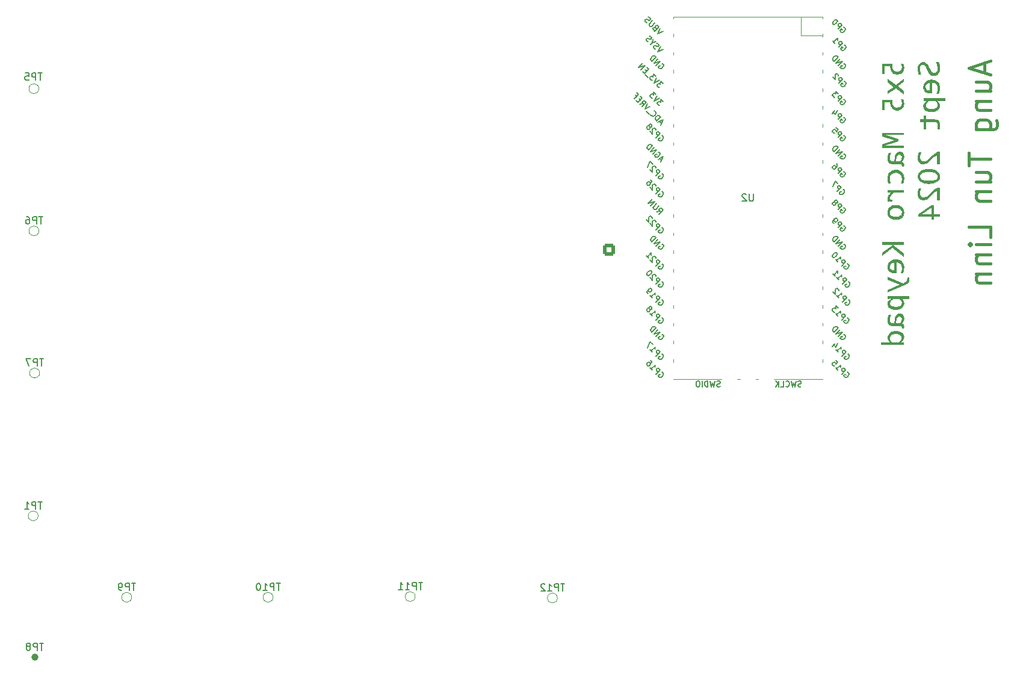
<source format=gbo>
%TF.GenerationSoftware,KiCad,Pcbnew,8.0.4*%
%TF.CreationDate,2024-09-23T00:25:40+08:00*%
%TF.ProjectId,MacroKeypad,4d616372-6f4b-4657-9970-61642e6b6963,rev?*%
%TF.SameCoordinates,Original*%
%TF.FileFunction,Legend,Bot*%
%TF.FilePolarity,Positive*%
%FSLAX46Y46*%
G04 Gerber Fmt 4.6, Leading zero omitted, Abs format (unit mm)*
G04 Created by KiCad (PCBNEW 8.0.4) date 2024-09-23 00:25:40*
%MOMM*%
%LPD*%
G01*
G04 APERTURE LIST*
G04 Aperture macros list*
%AMRoundRect*
0 Rectangle with rounded corners*
0 $1 Rounding radius*
0 $2 $3 $4 $5 $6 $7 $8 $9 X,Y pos of 4 corners*
0 Add a 4 corners polygon primitive as box body*
4,1,4,$2,$3,$4,$5,$6,$7,$8,$9,$2,$3,0*
0 Add four circle primitives for the rounded corners*
1,1,$1+$1,$2,$3*
1,1,$1+$1,$4,$5*
1,1,$1+$1,$6,$7*
1,1,$1+$1,$8,$9*
0 Add four rect primitives between the rounded corners*
20,1,$1+$1,$2,$3,$4,$5,0*
20,1,$1+$1,$4,$5,$6,$7,0*
20,1,$1+$1,$6,$7,$8,$9,0*
20,1,$1+$1,$8,$9,$2,$3,0*%
G04 Aperture macros list end*
%ADD10C,0.400000*%
%ADD11C,0.100000*%
%ADD12C,0.150000*%
%ADD13C,0.120000*%
%ADD14C,1.000000*%
%ADD15C,1.700000*%
%ADD16C,4.000000*%
%ADD17C,2.200000*%
%ADD18C,5.700000*%
%ADD19R,2.000000X2.000000*%
%ADD20C,2.000000*%
%ADD21R,3.200000X2.000000*%
%ADD22RoundRect,0.250000X0.600000X-0.600000X0.600000X0.600000X-0.600000X0.600000X-0.600000X-0.600000X0*%
%ADD23O,1.800000X1.800000*%
%ADD24O,1.500000X1.500000*%
%ADD25O,1.700000X1.700000*%
%ADD26R,3.500000X1.700000*%
%ADD27R,1.700000X1.700000*%
%ADD28R,1.700000X3.500000*%
G04 APERTURE END LIST*
D10*
X162554914Y-26834585D02*
X162554914Y-28263157D01*
X163412057Y-26548871D02*
X160412057Y-27548871D01*
X160412057Y-27548871D02*
X163412057Y-28548871D01*
X161412057Y-30834586D02*
X163412057Y-30834586D01*
X161412057Y-29548871D02*
X162983485Y-29548871D01*
X162983485Y-29548871D02*
X163269200Y-29691728D01*
X163269200Y-29691728D02*
X163412057Y-29977443D01*
X163412057Y-29977443D02*
X163412057Y-30406014D01*
X163412057Y-30406014D02*
X163269200Y-30691728D01*
X163269200Y-30691728D02*
X163126342Y-30834586D01*
X161412057Y-32263157D02*
X163412057Y-32263157D01*
X161697771Y-32263157D02*
X161554914Y-32406014D01*
X161554914Y-32406014D02*
X161412057Y-32691729D01*
X161412057Y-32691729D02*
X161412057Y-33120300D01*
X161412057Y-33120300D02*
X161554914Y-33406014D01*
X161554914Y-33406014D02*
X161840628Y-33548872D01*
X161840628Y-33548872D02*
X163412057Y-33548872D01*
X161412057Y-36263158D02*
X163840628Y-36263158D01*
X163840628Y-36263158D02*
X164126342Y-36120300D01*
X164126342Y-36120300D02*
X164269200Y-35977443D01*
X164269200Y-35977443D02*
X164412057Y-35691729D01*
X164412057Y-35691729D02*
X164412057Y-35263158D01*
X164412057Y-35263158D02*
X164269200Y-34977443D01*
X163269200Y-36263158D02*
X163412057Y-35977443D01*
X163412057Y-35977443D02*
X163412057Y-35406015D01*
X163412057Y-35406015D02*
X163269200Y-35120300D01*
X163269200Y-35120300D02*
X163126342Y-34977443D01*
X163126342Y-34977443D02*
X162840628Y-34834586D01*
X162840628Y-34834586D02*
X161983485Y-34834586D01*
X161983485Y-34834586D02*
X161697771Y-34977443D01*
X161697771Y-34977443D02*
X161554914Y-35120300D01*
X161554914Y-35120300D02*
X161412057Y-35406015D01*
X161412057Y-35406015D02*
X161412057Y-35977443D01*
X161412057Y-35977443D02*
X161554914Y-36263158D01*
X160412057Y-39548872D02*
X160412057Y-41263158D01*
X163412057Y-40406015D02*
X160412057Y-40406015D01*
X161412057Y-43548872D02*
X163412057Y-43548872D01*
X161412057Y-42263157D02*
X162983485Y-42263157D01*
X162983485Y-42263157D02*
X163269200Y-42406014D01*
X163269200Y-42406014D02*
X163412057Y-42691729D01*
X163412057Y-42691729D02*
X163412057Y-43120300D01*
X163412057Y-43120300D02*
X163269200Y-43406014D01*
X163269200Y-43406014D02*
X163126342Y-43548872D01*
X161412057Y-44977443D02*
X163412057Y-44977443D01*
X161697771Y-44977443D02*
X161554914Y-45120300D01*
X161554914Y-45120300D02*
X161412057Y-45406015D01*
X161412057Y-45406015D02*
X161412057Y-45834586D01*
X161412057Y-45834586D02*
X161554914Y-46120300D01*
X161554914Y-46120300D02*
X161840628Y-46263158D01*
X161840628Y-46263158D02*
X163412057Y-46263158D01*
X163412057Y-51406015D02*
X163412057Y-49977443D01*
X163412057Y-49977443D02*
X160412057Y-49977443D01*
X163412057Y-52406014D02*
X161412057Y-52406014D01*
X160412057Y-52406014D02*
X160554914Y-52263157D01*
X160554914Y-52263157D02*
X160697771Y-52406014D01*
X160697771Y-52406014D02*
X160554914Y-52548871D01*
X160554914Y-52548871D02*
X160412057Y-52406014D01*
X160412057Y-52406014D02*
X160697771Y-52406014D01*
X161412057Y-53834585D02*
X163412057Y-53834585D01*
X161697771Y-53834585D02*
X161554914Y-53977442D01*
X161554914Y-53977442D02*
X161412057Y-54263157D01*
X161412057Y-54263157D02*
X161412057Y-54691728D01*
X161412057Y-54691728D02*
X161554914Y-54977442D01*
X161554914Y-54977442D02*
X161840628Y-55120300D01*
X161840628Y-55120300D02*
X163412057Y-55120300D01*
X161412057Y-56548871D02*
X163412057Y-56548871D01*
X161697771Y-56548871D02*
X161554914Y-56691728D01*
X161554914Y-56691728D02*
X161412057Y-56977443D01*
X161412057Y-56977443D02*
X161412057Y-57406014D01*
X161412057Y-57406014D02*
X161554914Y-57691728D01*
X161554914Y-57691728D02*
X161840628Y-57834586D01*
X161840628Y-57834586D02*
X163412057Y-57834586D01*
D11*
G36*
X151199441Y-26956140D02*
G01*
X150833077Y-26956140D01*
X150885896Y-27101819D01*
X150930375Y-27252166D01*
X150960160Y-27400724D01*
X150968632Y-27514480D01*
X150946380Y-27670721D01*
X150879625Y-27809992D01*
X150780321Y-27921877D01*
X150650576Y-28010362D01*
X150497648Y-28066075D01*
X150340190Y-28088197D01*
X150283531Y-28089672D01*
X150124941Y-28075704D01*
X149972036Y-28026599D01*
X149846140Y-27942138D01*
X149777215Y-27866189D01*
X149695749Y-27722745D01*
X149645718Y-27565460D01*
X149619221Y-27404845D01*
X149609346Y-27250096D01*
X149608688Y-27195010D01*
X149608688Y-27046072D01*
X149608688Y-27014026D01*
X148201849Y-27014026D01*
X148201849Y-28444312D01*
X148577006Y-28444312D01*
X148577006Y-27356210D01*
X149327320Y-27356210D01*
X149334261Y-27526698D01*
X149355083Y-27684164D01*
X149389788Y-27828605D01*
X149449757Y-27984745D01*
X149529716Y-28122132D01*
X149611618Y-28222295D01*
X149723391Y-28324391D01*
X149846034Y-28405363D01*
X150002858Y-28473133D01*
X150149054Y-28508339D01*
X150306121Y-28522421D01*
X150333356Y-28522714D01*
X150486542Y-28512410D01*
X150651715Y-28474343D01*
X150802302Y-28408225D01*
X150938304Y-28314058D01*
X151026517Y-28229623D01*
X151131869Y-28095966D01*
X151211345Y-27950808D01*
X151264945Y-27794150D01*
X151292669Y-27625992D01*
X151296894Y-27524738D01*
X151287377Y-27365627D01*
X151262538Y-27207989D01*
X151227516Y-27056383D01*
X151199441Y-26956140D01*
G37*
G36*
X151250000Y-29121353D02*
G01*
X150112072Y-29953733D01*
X148999057Y-29125017D01*
X148999057Y-29634263D01*
X149827773Y-30252686D01*
X148999057Y-30819085D01*
X148999057Y-31221353D01*
X150109874Y-30460781D01*
X151250000Y-31307815D01*
X151250000Y-30800767D01*
X150390509Y-30159630D01*
X151250000Y-29530949D01*
X151250000Y-29121353D01*
G37*
G36*
X151199441Y-32014898D02*
G01*
X150833077Y-32014898D01*
X150885896Y-32160577D01*
X150930375Y-32310924D01*
X150960160Y-32459481D01*
X150968632Y-32573237D01*
X150946380Y-32729479D01*
X150879625Y-32868750D01*
X150780321Y-32980635D01*
X150650576Y-33069120D01*
X150497648Y-33124833D01*
X150340190Y-33146955D01*
X150283531Y-33148429D01*
X150124941Y-33134462D01*
X149972036Y-33085357D01*
X149846140Y-33000896D01*
X149777215Y-32924947D01*
X149695749Y-32781503D01*
X149645718Y-32624218D01*
X149619221Y-32463603D01*
X149609346Y-32308854D01*
X149608688Y-32253768D01*
X149608688Y-32104830D01*
X149608688Y-32072784D01*
X148201849Y-32072784D01*
X148201849Y-33503070D01*
X148577006Y-33503070D01*
X148577006Y-32414968D01*
X149327320Y-32414968D01*
X149334261Y-32585456D01*
X149355083Y-32742921D01*
X149389788Y-32887363D01*
X149449757Y-33043503D01*
X149529716Y-33180890D01*
X149611618Y-33281053D01*
X149723391Y-33383149D01*
X149846034Y-33464121D01*
X150002858Y-33531891D01*
X150149054Y-33567096D01*
X150306121Y-33581179D01*
X150333356Y-33581472D01*
X150486542Y-33571168D01*
X150651715Y-33533100D01*
X150802302Y-33466983D01*
X150938304Y-33372816D01*
X151026517Y-33288381D01*
X151131869Y-33154723D01*
X151211345Y-33009566D01*
X151264945Y-32852908D01*
X151292669Y-32684750D01*
X151296894Y-32583496D01*
X151287377Y-32424385D01*
X151262538Y-32266747D01*
X151227516Y-32115140D01*
X151199441Y-32014898D01*
G37*
G36*
X151250000Y-36710956D02*
G01*
X148201849Y-36710956D01*
X148201849Y-37199685D01*
X149936950Y-37780739D01*
X149936950Y-37785136D01*
X148201849Y-38355931D01*
X148201849Y-38864445D01*
X151250000Y-38864445D01*
X151250000Y-38533251D01*
X148563817Y-38533251D01*
X148577739Y-38528855D01*
X150452791Y-37933147D01*
X150452791Y-37590963D01*
X148631960Y-36997452D01*
X148620237Y-36993789D01*
X151250000Y-36993789D01*
X151250000Y-36710956D01*
G37*
G36*
X150725526Y-39328325D02*
G01*
X150879514Y-39356174D01*
X151014038Y-39423809D01*
X151129099Y-39531228D01*
X151168426Y-39583778D01*
X151243803Y-39727776D01*
X151283621Y-39872792D01*
X151296894Y-40032414D01*
X151295141Y-40087175D01*
X151271579Y-40240888D01*
X151225087Y-40384124D01*
X151220444Y-40395234D01*
X151147767Y-40532913D01*
X151063274Y-40653784D01*
X150968632Y-40767341D01*
X150994589Y-40776010D01*
X151133871Y-40839759D01*
X151239009Y-40942463D01*
X151274283Y-41025410D01*
X151296894Y-41173272D01*
X151296619Y-41187017D01*
X151272096Y-41333890D01*
X151226552Y-41482484D01*
X150968632Y-41445115D01*
X150968632Y-41317620D01*
X150949581Y-41223098D01*
X150895359Y-41157152D01*
X150795708Y-41117585D01*
X150772266Y-41115593D01*
X150624249Y-41111723D01*
X149696615Y-41111723D01*
X149684813Y-41111694D01*
X149531901Y-41105122D01*
X149377145Y-41081681D01*
X149260871Y-41038383D01*
X149141939Y-40952721D01*
X149118959Y-40929606D01*
X149033893Y-40799801D01*
X148983483Y-40648996D01*
X148958835Y-40489694D01*
X148952163Y-40332833D01*
X148953296Y-40260885D01*
X148963529Y-40109064D01*
X148984403Y-39962805D01*
X148986439Y-39951726D01*
X149021370Y-39805048D01*
X149065276Y-39663454D01*
X149116294Y-39520969D01*
X149486322Y-39520969D01*
X149427520Y-39633855D01*
X149365213Y-39777259D01*
X149319260Y-39929099D01*
X149314557Y-39950875D01*
X149290134Y-40096894D01*
X149280425Y-40250034D01*
X149281198Y-40287464D01*
X149302407Y-40438346D01*
X149310031Y-40465394D01*
X149385205Y-40596615D01*
X149392080Y-40603894D01*
X149518562Y-40679413D01*
X149586465Y-40694148D01*
X149737648Y-40703593D01*
X149936950Y-40703593D01*
X149936950Y-40581960D01*
X150171423Y-40581960D01*
X150171423Y-40703593D01*
X150726099Y-40703593D01*
X150748239Y-40675899D01*
X150837598Y-40548193D01*
X150907815Y-40414166D01*
X150949389Y-40291829D01*
X150968632Y-40138660D01*
X150968529Y-40126527D01*
X150945609Y-39976662D01*
X150863852Y-39844836D01*
X150764656Y-39778217D01*
X150616922Y-39747383D01*
X150519973Y-39759931D01*
X150384895Y-39833846D01*
X150292323Y-39948150D01*
X150277683Y-39974154D01*
X150223490Y-40113625D01*
X150191376Y-40268448D01*
X150175673Y-40427735D01*
X150171423Y-40581960D01*
X149936950Y-40581960D01*
X149936950Y-40452267D01*
X149937780Y-40388437D01*
X149947118Y-40236149D01*
X149972019Y-40067146D01*
X150011861Y-39913136D01*
X150066644Y-39774118D01*
X150149441Y-39630879D01*
X150162837Y-39612216D01*
X150263060Y-39498163D01*
X150391425Y-39403367D01*
X150534536Y-39346489D01*
X150692393Y-39327529D01*
X150725526Y-39328325D01*
G37*
G36*
X151163538Y-43849197D02*
G01*
X151215500Y-43691547D01*
X151254699Y-43534038D01*
X151281136Y-43376669D01*
X151294810Y-43219440D01*
X151296894Y-43129658D01*
X151291914Y-42981520D01*
X151271682Y-42809905D01*
X151235886Y-42653353D01*
X151184527Y-42511862D01*
X151102353Y-42361956D01*
X150997767Y-42233740D01*
X150978157Y-42214480D01*
X150850783Y-42111637D01*
X150708261Y-42030072D01*
X150550593Y-41969785D01*
X150407632Y-41935800D01*
X150254153Y-41916591D01*
X150123796Y-41911863D01*
X149963554Y-41919287D01*
X149813474Y-41941558D01*
X149646789Y-41987883D01*
X149494737Y-42055589D01*
X149357316Y-42144676D01*
X149273831Y-42215945D01*
X149164514Y-42339430D01*
X149077814Y-42481822D01*
X149013732Y-42643123D01*
X148977607Y-42791983D01*
X148957189Y-42953974D01*
X148952163Y-43093021D01*
X148957668Y-43248457D01*
X148974182Y-43404454D01*
X149001706Y-43561011D01*
X149040239Y-43718130D01*
X149067201Y-43808164D01*
X149418911Y-43808164D01*
X149371847Y-43663110D01*
X149329247Y-43504363D01*
X149299900Y-43356906D01*
X149282589Y-43202209D01*
X149280425Y-43130390D01*
X149291330Y-42975716D01*
X149330496Y-42818179D01*
X149398148Y-42681159D01*
X149494284Y-42564655D01*
X149508304Y-42551535D01*
X149631952Y-42461134D01*
X149775750Y-42396563D01*
X149918102Y-42361250D01*
X150075882Y-42345712D01*
X150123796Y-42344905D01*
X150288984Y-42355634D01*
X150437693Y-42387821D01*
X150587467Y-42450882D01*
X150715717Y-42541969D01*
X150744417Y-42569120D01*
X150842511Y-42691990D01*
X150912578Y-42835650D01*
X150950896Y-42978409D01*
X150967756Y-43137085D01*
X150968632Y-43185345D01*
X150960205Y-43337569D01*
X150934926Y-43498953D01*
X150898982Y-43647677D01*
X150850136Y-43803413D01*
X150833810Y-43849197D01*
X151163538Y-43849197D01*
G37*
G36*
X151250000Y-44740195D02*
G01*
X148999057Y-44740195D01*
X148999057Y-45146127D01*
X149421109Y-45121946D01*
X149421109Y-45146859D01*
X149296917Y-45239838D01*
X149189040Y-45343837D01*
X149097478Y-45458856D01*
X149081123Y-45483182D01*
X149013117Y-45616318D01*
X148970298Y-45769346D01*
X148953296Y-45924080D01*
X148952163Y-45979239D01*
X148960870Y-46134874D01*
X148981838Y-46279978D01*
X149004919Y-46393230D01*
X149655582Y-46393230D01*
X149655582Y-46088415D01*
X149347103Y-46088415D01*
X149327803Y-45941429D01*
X149327320Y-45916957D01*
X149344115Y-45763050D01*
X149394502Y-45613470D01*
X149446755Y-45516154D01*
X149533279Y-45397215D01*
X149643561Y-45281281D01*
X149763126Y-45179509D01*
X149807257Y-45146127D01*
X151250000Y-45146127D01*
X151250000Y-44740195D01*
G37*
G36*
X150220020Y-46853594D02*
G01*
X150372694Y-46868313D01*
X150543200Y-46903639D01*
X150699846Y-46958233D01*
X150842634Y-47032095D01*
X150971563Y-47125226D01*
X151029703Y-47178657D01*
X151128827Y-47297805D01*
X151205077Y-47433337D01*
X151258452Y-47585252D01*
X151288951Y-47753551D01*
X151296894Y-47906315D01*
X151294035Y-47999339D01*
X151276561Y-48145276D01*
X151234624Y-48305383D01*
X151169812Y-48449106D01*
X151082125Y-48576447D01*
X150971563Y-48687404D01*
X150887150Y-48751632D01*
X150748982Y-48831917D01*
X150596955Y-48892934D01*
X150431069Y-48934682D01*
X150282245Y-48954754D01*
X150123796Y-48961444D01*
X150027453Y-48959035D01*
X149874668Y-48944316D01*
X149704171Y-48908991D01*
X149547688Y-48854397D01*
X149405218Y-48780534D01*
X149276762Y-48687404D01*
X149218752Y-48633973D01*
X149119851Y-48514825D01*
X149043773Y-48379293D01*
X148990519Y-48227377D01*
X148960088Y-48059079D01*
X148952163Y-47906315D01*
X149280425Y-47906315D01*
X149283929Y-47977584D01*
X149317429Y-48123289D01*
X149396255Y-48261391D01*
X149504640Y-48364270D01*
X149518820Y-48374413D01*
X149661447Y-48451210D01*
X149810901Y-48497578D01*
X149959179Y-48521245D01*
X150123796Y-48529134D01*
X150148403Y-48528974D01*
X150311237Y-48518876D01*
X150457592Y-48493070D01*
X150604675Y-48444344D01*
X150744417Y-48365003D01*
X150784486Y-48333207D01*
X150889587Y-48210475D01*
X150950896Y-48061983D01*
X150968632Y-47906315D01*
X150965128Y-47834714D01*
X150931628Y-47688513D01*
X150852802Y-47550268D01*
X150744417Y-47447627D01*
X150730235Y-47437574D01*
X150587467Y-47361460D01*
X150437693Y-47315504D01*
X150288984Y-47292047D01*
X150123796Y-47284228D01*
X150099279Y-47284389D01*
X149936996Y-47294532D01*
X149791052Y-47320453D01*
X149644266Y-47369397D01*
X149504640Y-47449092D01*
X149464570Y-47481125D01*
X149359470Y-47604086D01*
X149298161Y-47751948D01*
X149280425Y-47906315D01*
X148952163Y-47906315D01*
X148955016Y-47813291D01*
X148972450Y-47667354D01*
X149014293Y-47507247D01*
X149078959Y-47363523D01*
X149166449Y-47236183D01*
X149276762Y-47125226D01*
X149360842Y-47060998D01*
X149498641Y-46980713D01*
X149650453Y-46919696D01*
X149816279Y-46877948D01*
X149965171Y-46857876D01*
X150123796Y-46851186D01*
X150220020Y-46853594D01*
G37*
G36*
X151250000Y-52044033D02*
G01*
X148201849Y-52044033D01*
X148201849Y-52449965D01*
X149702477Y-52449965D01*
X148201849Y-53557117D01*
X148201849Y-53966713D01*
X149647522Y-52899127D01*
X151250000Y-54171144D01*
X151250000Y-53684612D01*
X149702477Y-52449965D01*
X151250000Y-52449965D01*
X151250000Y-52044033D01*
G37*
G36*
X150239879Y-54516547D02*
G01*
X150386296Y-54531738D01*
X150550851Y-54568197D01*
X150703247Y-54624543D01*
X150843484Y-54700775D01*
X150971563Y-54796894D01*
X150991578Y-54814956D01*
X151098328Y-54937574D01*
X151182202Y-55084612D01*
X151234624Y-55225798D01*
X151271160Y-55383943D01*
X151291811Y-55559046D01*
X151296894Y-55711339D01*
X151291215Y-55865029D01*
X151274180Y-56016887D01*
X151272736Y-56026372D01*
X151243014Y-56179489D01*
X151203838Y-56325366D01*
X151198088Y-56343387D01*
X151150348Y-56485833D01*
X150814026Y-56485833D01*
X150858566Y-56365098D01*
X150902049Y-56224277D01*
X150939039Y-56065585D01*
X150961234Y-55912924D01*
X150968632Y-55766294D01*
X150962913Y-55647463D01*
X150937497Y-55498880D01*
X150884598Y-55345189D01*
X150805966Y-55205757D01*
X150784608Y-55177266D01*
X150663137Y-55069319D01*
X150520324Y-55001198D01*
X150368464Y-54963080D01*
X150218318Y-54946371D01*
X150218318Y-56471179D01*
X150089357Y-56471179D01*
X149971450Y-56469002D01*
X149790679Y-56455700D01*
X149629586Y-56430305D01*
X149462249Y-56383868D01*
X149323248Y-56320018D01*
X149196894Y-56223517D01*
X149126390Y-56142469D01*
X149047761Y-56015960D01*
X148992553Y-55874233D01*
X148960767Y-55717290D01*
X148952163Y-55570655D01*
X148953016Y-55534019D01*
X149280425Y-55534019D01*
X149284959Y-55613248D01*
X149325889Y-55766707D01*
X149409385Y-55895254D01*
X149529667Y-55982769D01*
X149682288Y-56027509D01*
X149837299Y-56038869D01*
X149890055Y-56038869D01*
X149890055Y-54958827D01*
X149853946Y-54962900D01*
X149704486Y-54993625D01*
X149563436Y-55051557D01*
X149438695Y-55144207D01*
X149362187Y-55238437D01*
X149299127Y-55382831D01*
X149280425Y-55534019D01*
X148953016Y-55534019D01*
X148953537Y-55511674D01*
X148974145Y-55343555D01*
X149019482Y-55188678D01*
X149089549Y-55047041D01*
X149184346Y-54918644D01*
X149303872Y-54803489D01*
X149370930Y-54751765D01*
X149512541Y-54663580D01*
X149664147Y-54595745D01*
X149825748Y-54548261D01*
X149997344Y-54521127D01*
X150147976Y-54514061D01*
X150239879Y-54516547D01*
G37*
G36*
X152047208Y-57044905D02*
G01*
X151718946Y-57044905D01*
X151718946Y-57209769D01*
X151708989Y-57361689D01*
X151667515Y-57510714D01*
X151634682Y-57566608D01*
X151526455Y-57670310D01*
X151522575Y-57672854D01*
X151391860Y-57747048D01*
X151353314Y-57766643D01*
X151154012Y-57867759D01*
X148999057Y-56927669D01*
X148999057Y-57348255D01*
X150668213Y-58079518D01*
X148999057Y-58817376D01*
X148999057Y-59182274D01*
X151520376Y-58055338D01*
X151665515Y-57979655D01*
X151788512Y-57891917D01*
X151899208Y-57780290D01*
X151935833Y-57731472D01*
X152004298Y-57600382D01*
X152026692Y-57514584D01*
X152043281Y-57362987D01*
X152047208Y-57217829D01*
X152047208Y-57044905D01*
G37*
G36*
X152047208Y-60057152D02*
G01*
X151277110Y-60057152D01*
X150968632Y-60032240D01*
X150968632Y-60057152D01*
X151037935Y-60114228D01*
X151148874Y-60227915D01*
X151231681Y-60359769D01*
X151239578Y-60378580D01*
X151282565Y-60521848D01*
X151296894Y-60668981D01*
X151292546Y-60755479D01*
X151261403Y-60910724D01*
X151206036Y-61047801D01*
X151155432Y-61134446D01*
X151060120Y-61252736D01*
X150941521Y-61357013D01*
X150831053Y-61429416D01*
X150684324Y-61500102D01*
X150522140Y-61553116D01*
X150375179Y-61583795D01*
X150217485Y-61602203D01*
X150049057Y-61608339D01*
X149987640Y-61607486D01*
X149840858Y-61597890D01*
X149677471Y-61572302D01*
X149527994Y-61531361D01*
X149392428Y-61475066D01*
X149251849Y-61389986D01*
X149181610Y-61332821D01*
X149081227Y-61220387D01*
X149009525Y-61092174D01*
X148966503Y-60948184D01*
X148952163Y-60788415D01*
X148957937Y-60704152D01*
X149327320Y-60704152D01*
X149335665Y-60789939D01*
X149395441Y-60931584D01*
X149501709Y-61041939D01*
X149512849Y-61050189D01*
X149650694Y-61118281D01*
X149795591Y-61153899D01*
X149947620Y-61171315D01*
X150096685Y-61176029D01*
X150154957Y-61175368D01*
X150316824Y-61165450D01*
X150481120Y-61138838D01*
X150636516Y-61088589D01*
X150770062Y-61006769D01*
X150874777Y-60895929D01*
X150945168Y-60761278D01*
X150968632Y-60613293D01*
X150950130Y-60476823D01*
X150894626Y-60338520D01*
X150864247Y-60286210D01*
X150772925Y-60163352D01*
X150671877Y-60057152D01*
X149744242Y-60057152D01*
X149629862Y-60148401D01*
X149516352Y-60262603D01*
X149425505Y-60390544D01*
X149413616Y-60412119D01*
X149351866Y-60555774D01*
X149327320Y-60704152D01*
X148957937Y-60704152D01*
X148959490Y-60681483D01*
X148997958Y-60529499D01*
X149069399Y-60387613D01*
X149084512Y-60364941D01*
X149184003Y-60245056D01*
X149298492Y-60143133D01*
X149421109Y-60057152D01*
X149421109Y-60032240D01*
X148999057Y-60057152D01*
X148999057Y-59650488D01*
X152047208Y-59650488D01*
X152047208Y-60057152D01*
G37*
G36*
X150725526Y-62092735D02*
G01*
X150879514Y-62120585D01*
X151014038Y-62188219D01*
X151129099Y-62295638D01*
X151168426Y-62348188D01*
X151243803Y-62492187D01*
X151283621Y-62637203D01*
X151296894Y-62796824D01*
X151295141Y-62851586D01*
X151271579Y-63005298D01*
X151225087Y-63148534D01*
X151220444Y-63159644D01*
X151147767Y-63297323D01*
X151063274Y-63418195D01*
X150968632Y-63531751D01*
X150994589Y-63540421D01*
X151133871Y-63604169D01*
X151239009Y-63706873D01*
X151274283Y-63789820D01*
X151296894Y-63937683D01*
X151296619Y-63951427D01*
X151272096Y-64098300D01*
X151226552Y-64246894D01*
X150968632Y-64209525D01*
X150968632Y-64082030D01*
X150949581Y-63987508D01*
X150895359Y-63921563D01*
X150795708Y-63881995D01*
X150772266Y-63880003D01*
X150624249Y-63876133D01*
X149696615Y-63876133D01*
X149684813Y-63876104D01*
X149531901Y-63869532D01*
X149377145Y-63846092D01*
X149260871Y-63802793D01*
X149141939Y-63717131D01*
X149118959Y-63694016D01*
X149033893Y-63564212D01*
X148983483Y-63413407D01*
X148958835Y-63254104D01*
X148952163Y-63097243D01*
X148953296Y-63025295D01*
X148963529Y-62873474D01*
X148984403Y-62727215D01*
X148986439Y-62716136D01*
X149021370Y-62569459D01*
X149065276Y-62427865D01*
X149116294Y-62285380D01*
X149486322Y-62285380D01*
X149427520Y-62398266D01*
X149365213Y-62541670D01*
X149319260Y-62693510D01*
X149314557Y-62715285D01*
X149290134Y-62861304D01*
X149280425Y-63014445D01*
X149281198Y-63051874D01*
X149302407Y-63202756D01*
X149310031Y-63229804D01*
X149385205Y-63361025D01*
X149392080Y-63368304D01*
X149518562Y-63443824D01*
X149586465Y-63458558D01*
X149737648Y-63468004D01*
X149936950Y-63468004D01*
X149936950Y-63346371D01*
X150171423Y-63346371D01*
X150171423Y-63468004D01*
X150726099Y-63468004D01*
X150748239Y-63440310D01*
X150837598Y-63312603D01*
X150907815Y-63178576D01*
X150949389Y-63056239D01*
X150968632Y-62903070D01*
X150968529Y-62890938D01*
X150945609Y-62741072D01*
X150863852Y-62609246D01*
X150764656Y-62542628D01*
X150616922Y-62511793D01*
X150519973Y-62524341D01*
X150384895Y-62598256D01*
X150292323Y-62712561D01*
X150277683Y-62738564D01*
X150223490Y-62878035D01*
X150191376Y-63032858D01*
X150175673Y-63192146D01*
X150171423Y-63346371D01*
X149936950Y-63346371D01*
X149936950Y-63216678D01*
X149937780Y-63152847D01*
X149947118Y-63000559D01*
X149972019Y-62831557D01*
X150011861Y-62677546D01*
X150066644Y-62538528D01*
X150149441Y-62395289D01*
X150162837Y-62376626D01*
X150263060Y-62262574D01*
X150391425Y-62167777D01*
X150534536Y-62110899D01*
X150692393Y-62091939D01*
X150725526Y-62092735D01*
G37*
G36*
X150259485Y-64603120D02*
G01*
X150406857Y-64612716D01*
X150570811Y-64638304D01*
X150720700Y-64679245D01*
X150856524Y-64735540D01*
X150997208Y-64820621D01*
X151067447Y-64877762D01*
X151167830Y-64990046D01*
X151239532Y-65117968D01*
X151282554Y-65261528D01*
X151296894Y-65420725D01*
X151289567Y-65527704D01*
X151251099Y-65679928D01*
X151179658Y-65822260D01*
X151164459Y-65845110D01*
X151064701Y-65965766D01*
X150950269Y-66068090D01*
X150827948Y-66154187D01*
X150827948Y-66179099D01*
X151250000Y-66154187D01*
X151250000Y-66560118D01*
X148014270Y-66560118D01*
X148014270Y-66154187D01*
X148977076Y-66154187D01*
X149280425Y-66179099D01*
X149280425Y-66154187D01*
X149209731Y-66096390D01*
X149097555Y-65981878D01*
X149015910Y-65850104D01*
X149008191Y-65831385D01*
X148966170Y-65688804D01*
X148957489Y-65598046D01*
X149280425Y-65598046D01*
X149299110Y-65734516D01*
X149355163Y-65872819D01*
X149380097Y-65916396D01*
X149469135Y-66039174D01*
X149577180Y-66154187D01*
X150504082Y-66154187D01*
X150617870Y-66062880D01*
X150731285Y-65948450D01*
X150822819Y-65820062D01*
X150834797Y-65798576D01*
X150897008Y-65655382D01*
X150921737Y-65507187D01*
X150913392Y-65421400D01*
X150853616Y-65279755D01*
X150747348Y-65169399D01*
X150736209Y-65161150D01*
X150598450Y-65093057D01*
X150453725Y-65057440D01*
X150301920Y-65040024D01*
X150153105Y-65035310D01*
X150094309Y-65035974D01*
X149931180Y-65045935D01*
X149765997Y-65072662D01*
X149610361Y-65123129D01*
X149477529Y-65205303D01*
X149373588Y-65316701D01*
X149303716Y-65451139D01*
X149280425Y-65598046D01*
X148957489Y-65598046D01*
X148952163Y-65542358D01*
X148956475Y-65455825D01*
X148987368Y-65300329D01*
X149042288Y-65162805D01*
X149092251Y-65076160D01*
X149186945Y-64957870D01*
X149305338Y-64853593D01*
X149416385Y-64781190D01*
X149563526Y-64710504D01*
X149725814Y-64657490D01*
X149872624Y-64626811D01*
X150029954Y-64608403D01*
X150197801Y-64602267D01*
X150259485Y-64603120D01*
G37*
G36*
X156188150Y-26737787D02*
G01*
X155778555Y-26737787D01*
X155844837Y-26901521D01*
X155899885Y-27057955D01*
X155943698Y-27207091D01*
X155981445Y-27376420D01*
X156003015Y-27535239D01*
X156008632Y-27659560D01*
X155996851Y-27806661D01*
X155958082Y-27954931D01*
X155947083Y-27983426D01*
X155870696Y-28116966D01*
X155764633Y-28214235D01*
X155631627Y-28276554D01*
X155506713Y-28294103D01*
X155358625Y-28265413D01*
X155225955Y-28179342D01*
X155120968Y-28054664D01*
X155050223Y-27931402D01*
X154759330Y-27340090D01*
X154684397Y-27206939D01*
X154597385Y-27078036D01*
X154497745Y-26962689D01*
X154407620Y-26886531D01*
X154275330Y-26813527D01*
X154128322Y-26770826D01*
X153981905Y-26758304D01*
X153829634Y-26772226D01*
X153687165Y-26813991D01*
X153554495Y-26883600D01*
X153431625Y-26981053D01*
X153328082Y-27108640D01*
X153261749Y-27246875D01*
X153218067Y-27409934D01*
X153198652Y-27569457D01*
X153194954Y-27685938D01*
X153201090Y-27843728D01*
X153219498Y-28010634D01*
X153245043Y-28160952D01*
X153279604Y-28317968D01*
X153323182Y-28481681D01*
X153687348Y-28481681D01*
X153631569Y-28317968D01*
X153587330Y-28160952D01*
X153554632Y-28010634D01*
X153531070Y-27843728D01*
X153523217Y-27685938D01*
X153534940Y-27531699D01*
X153570111Y-27394312D01*
X153643785Y-27264162D01*
X153715924Y-27201605D01*
X153852396Y-27145390D01*
X153928415Y-27137857D01*
X154078320Y-27169113D01*
X154173147Y-27226517D01*
X154279256Y-27339775D01*
X154357479Y-27463761D01*
X154400293Y-27545987D01*
X154675066Y-28098464D01*
X154753139Y-28241789D01*
X154842796Y-28378969D01*
X154944206Y-28499358D01*
X155034836Y-28576203D01*
X155166433Y-28647956D01*
X155311363Y-28689925D01*
X155454689Y-28702233D01*
X155613000Y-28688804D01*
X155759670Y-28648517D01*
X155894700Y-28581373D01*
X156018089Y-28487371D01*
X156083370Y-28421598D01*
X156182155Y-28287184D01*
X156247517Y-28152940D01*
X156295053Y-28001128D01*
X156324763Y-27831747D01*
X156335904Y-27677177D01*
X156336894Y-27611933D01*
X156331311Y-27457821D01*
X156317110Y-27306385D01*
X156289702Y-27147428D01*
X156252646Y-26985475D01*
X156214048Y-26834187D01*
X156188150Y-26737787D01*
G37*
G36*
X155279879Y-29222757D02*
G01*
X155426296Y-29237949D01*
X155590851Y-29274408D01*
X155743247Y-29330753D01*
X155883484Y-29406986D01*
X156011563Y-29503105D01*
X156031578Y-29521167D01*
X156138328Y-29643784D01*
X156222202Y-29790822D01*
X156274624Y-29932009D01*
X156311160Y-30090154D01*
X156331811Y-30265257D01*
X156336894Y-30417550D01*
X156331215Y-30571240D01*
X156314180Y-30723098D01*
X156312736Y-30732583D01*
X156283014Y-30885700D01*
X156243838Y-31031577D01*
X156238088Y-31049598D01*
X156190348Y-31192044D01*
X155854026Y-31192044D01*
X155898566Y-31071309D01*
X155942049Y-30930487D01*
X155979039Y-30771796D01*
X156001234Y-30619135D01*
X156008632Y-30472505D01*
X156002913Y-30353674D01*
X155977497Y-30205090D01*
X155924598Y-30051400D01*
X155845966Y-29911967D01*
X155824608Y-29883477D01*
X155703137Y-29775530D01*
X155560324Y-29707409D01*
X155408464Y-29669291D01*
X155258318Y-29652581D01*
X155258318Y-31177390D01*
X155129357Y-31177390D01*
X155011450Y-31175213D01*
X154830679Y-31161911D01*
X154669586Y-31136516D01*
X154502249Y-31090079D01*
X154363248Y-31026229D01*
X154236894Y-30929727D01*
X154166390Y-30848680D01*
X154087761Y-30722171D01*
X154032553Y-30580444D01*
X154000767Y-30423501D01*
X153992163Y-30276866D01*
X153993016Y-30240230D01*
X154320425Y-30240230D01*
X154324959Y-30319459D01*
X154365889Y-30472918D01*
X154449385Y-30601465D01*
X154569667Y-30688980D01*
X154722288Y-30733720D01*
X154877299Y-30745080D01*
X154930055Y-30745080D01*
X154930055Y-29665038D01*
X154893946Y-29669111D01*
X154744486Y-29699836D01*
X154603436Y-29757767D01*
X154478695Y-29850418D01*
X154402187Y-29944648D01*
X154339127Y-30089042D01*
X154320425Y-30240230D01*
X153993016Y-30240230D01*
X153993537Y-30217884D01*
X154014145Y-30049766D01*
X154059482Y-29894889D01*
X154129549Y-29753252D01*
X154224346Y-29624855D01*
X154343872Y-29509699D01*
X154410930Y-29457976D01*
X154552541Y-29369790D01*
X154704147Y-29301956D01*
X154865748Y-29254472D01*
X155037344Y-29227338D01*
X155187976Y-29220272D01*
X155279879Y-29222757D01*
G37*
G36*
X157087208Y-32233984D02*
G01*
X156317110Y-32233984D01*
X156008632Y-32209071D01*
X156008632Y-32233984D01*
X156077935Y-32291060D01*
X156188874Y-32404747D01*
X156271681Y-32536601D01*
X156279578Y-32555412D01*
X156322565Y-32698680D01*
X156336894Y-32845812D01*
X156332546Y-32932311D01*
X156301403Y-33087556D01*
X156246036Y-33224633D01*
X156195432Y-33311278D01*
X156100120Y-33429568D01*
X155981521Y-33533845D01*
X155871053Y-33606248D01*
X155724324Y-33676933D01*
X155562140Y-33729947D01*
X155415179Y-33760627D01*
X155257485Y-33779035D01*
X155089057Y-33785170D01*
X155027640Y-33784318D01*
X154880858Y-33774722D01*
X154717471Y-33749134D01*
X154567994Y-33708192D01*
X154432428Y-33651898D01*
X154291849Y-33566817D01*
X154221610Y-33509653D01*
X154121227Y-33397219D01*
X154049525Y-33269006D01*
X154006503Y-33125016D01*
X153992163Y-32965247D01*
X153997937Y-32880983D01*
X154367320Y-32880983D01*
X154375665Y-32966771D01*
X154435441Y-33108416D01*
X154541709Y-33218771D01*
X154552849Y-33227021D01*
X154690694Y-33295113D01*
X154835591Y-33330731D01*
X154987620Y-33348147D01*
X155136685Y-33352861D01*
X155194957Y-33352199D01*
X155356824Y-33342282D01*
X155521120Y-33315670D01*
X155676516Y-33265420D01*
X155810062Y-33183600D01*
X155914777Y-33072761D01*
X155985168Y-32938110D01*
X156008632Y-32790125D01*
X155990130Y-32653654D01*
X155934626Y-32515352D01*
X155904247Y-32463042D01*
X155812925Y-32340184D01*
X155711877Y-32233984D01*
X154784242Y-32233984D01*
X154669862Y-32325232D01*
X154556352Y-32439434D01*
X154465505Y-32567376D01*
X154453616Y-32588951D01*
X154391866Y-32732606D01*
X154367320Y-32880983D01*
X153997937Y-32880983D01*
X153999490Y-32858315D01*
X154037958Y-32706331D01*
X154109399Y-32564445D01*
X154124512Y-32541773D01*
X154224003Y-32421888D01*
X154338492Y-32319965D01*
X154461109Y-32233984D01*
X154461109Y-32209071D01*
X154039057Y-32233984D01*
X154039057Y-31827320D01*
X157087208Y-31827320D01*
X157087208Y-32233984D01*
G37*
G36*
X156290000Y-36258862D02*
G01*
X156310516Y-36107737D01*
X156325170Y-35959176D01*
X156334650Y-35795111D01*
X156336894Y-35669748D01*
X156330480Y-35496641D01*
X156311237Y-35344966D01*
X156272574Y-35195100D01*
X156207006Y-35059546D01*
X156154445Y-34994173D01*
X156034094Y-34903497D01*
X155894314Y-34852095D01*
X155884068Y-34849825D01*
X155735846Y-34827053D01*
X155588137Y-34816852D01*
X155467878Y-34814654D01*
X154367320Y-34814654D01*
X154367320Y-34256315D01*
X154039057Y-34256315D01*
X154039057Y-34814654D01*
X153570111Y-34814654D01*
X153570111Y-35222784D01*
X154039057Y-35222784D01*
X154039057Y-36214166D01*
X154367320Y-36214166D01*
X154367320Y-35222784D01*
X155522833Y-35222784D01*
X155677307Y-35226711D01*
X155791011Y-35243300D01*
X155889930Y-35315840D01*
X155962564Y-35445304D01*
X155982986Y-35515143D01*
X156005025Y-35664264D01*
X156008632Y-35756210D01*
X156004052Y-35914233D01*
X155990314Y-36071398D01*
X155967416Y-36227704D01*
X155961737Y-36258862D01*
X156290000Y-36258862D01*
G37*
G36*
X156290000Y-39393475D02*
G01*
X155940488Y-39393475D01*
X155791227Y-39478043D01*
X155641572Y-39574668D01*
X155521565Y-39660649D01*
X155401306Y-39754346D01*
X155280795Y-39855761D01*
X155160032Y-39964891D01*
X155039017Y-40081739D01*
X154978415Y-40143056D01*
X154798164Y-40326971D01*
X154682598Y-40436104D01*
X154566711Y-40526740D01*
X154427220Y-40611086D01*
X154287266Y-40668797D01*
X154123401Y-40702462D01*
X154052979Y-40705792D01*
X153902830Y-40688995D01*
X153761940Y-40632357D01*
X153671960Y-40563642D01*
X153581320Y-40441986D01*
X153532513Y-40290243D01*
X153523217Y-40172365D01*
X153533521Y-40020690D01*
X153541535Y-39970132D01*
X153577413Y-39821749D01*
X153597222Y-39762037D01*
X153654042Y-39626246D01*
X153719539Y-39492545D01*
X153731311Y-39469678D01*
X153361284Y-39469678D01*
X153304758Y-39611170D01*
X153259927Y-39751527D01*
X153222405Y-39913845D01*
X153200802Y-40074620D01*
X153194954Y-40211200D01*
X153201732Y-40359715D01*
X153225560Y-40509606D01*
X153272157Y-40654806D01*
X153303398Y-40718981D01*
X153386784Y-40844360D01*
X153497896Y-40958030D01*
X153595024Y-41027459D01*
X153738662Y-41095328D01*
X153882278Y-41130024D01*
X154008283Y-41138834D01*
X154158180Y-41126280D01*
X154304614Y-41088616D01*
X154434731Y-41032588D01*
X154570185Y-40947008D01*
X154688956Y-40850929D01*
X154800469Y-40746724D01*
X154919064Y-40623726D01*
X155078799Y-40450802D01*
X155187049Y-40338236D01*
X155297476Y-40235102D01*
X155349176Y-40190683D01*
X155469089Y-40096616D01*
X155594765Y-40010460D01*
X155619553Y-39995045D01*
X155758954Y-39924886D01*
X155904616Y-39878078D01*
X155914842Y-39875610D01*
X155914842Y-41121981D01*
X156290000Y-41121981D01*
X156290000Y-39393475D01*
G37*
G36*
X154925430Y-41809052D02*
G01*
X155080814Y-41821554D01*
X155229879Y-41842391D01*
X155407322Y-41880158D01*
X155574891Y-41930948D01*
X155732585Y-41994761D01*
X155880404Y-42071598D01*
X155987394Y-42142065D01*
X156101071Y-42240808D01*
X156208061Y-42374932D01*
X156282953Y-42526109D01*
X156325749Y-42694339D01*
X156336894Y-42847557D01*
X156329761Y-42971079D01*
X156292315Y-43142151D01*
X156222772Y-43296170D01*
X156121131Y-43433136D01*
X156011913Y-43534248D01*
X155880404Y-43623517D01*
X155732585Y-43700353D01*
X155574891Y-43764166D01*
X155407322Y-43814956D01*
X155229879Y-43852723D01*
X155080814Y-43873560D01*
X154925430Y-43886062D01*
X154763726Y-43890230D01*
X154604060Y-43886108D01*
X154450393Y-43873743D01*
X154302725Y-43853135D01*
X154126577Y-43815783D01*
X153959803Y-43765551D01*
X153802402Y-43702439D01*
X153654375Y-43626448D01*
X153546698Y-43556575D01*
X153432292Y-43458190D01*
X153324615Y-43323929D01*
X153249241Y-43171996D01*
X153206170Y-43002392D01*
X153195007Y-42848290D01*
X153523217Y-42848290D01*
X153533392Y-42949904D01*
X153586811Y-43086677D01*
X153686020Y-43204671D01*
X153812644Y-43293789D01*
X153831097Y-43303887D01*
X153980622Y-43365596D01*
X154137140Y-43405988D01*
X154287564Y-43430832D01*
X154456163Y-43447662D01*
X154604129Y-43455355D01*
X154763726Y-43457920D01*
X154923861Y-43455355D01*
X155107641Y-43444937D01*
X155273210Y-43426504D01*
X155420568Y-43400057D01*
X155573359Y-43357742D01*
X155718471Y-43293789D01*
X155802062Y-43239829D01*
X155916823Y-43128095D01*
X155985680Y-42997582D01*
X156008632Y-42848290D01*
X155998431Y-42745705D01*
X155944876Y-42607960D01*
X155845416Y-42489573D01*
X155718471Y-42400593D01*
X155699926Y-42390585D01*
X155549715Y-42329426D01*
X155392553Y-42289395D01*
X155241553Y-42264773D01*
X155072342Y-42248094D01*
X154923861Y-42240469D01*
X154763726Y-42237927D01*
X154604129Y-42240469D01*
X154420989Y-42250794D01*
X154256025Y-42269062D01*
X154109236Y-42295273D01*
X153957081Y-42337210D01*
X153812644Y-42400593D01*
X153729264Y-42454413D01*
X153614793Y-42566347D01*
X153546111Y-42697639D01*
X153523217Y-42848290D01*
X153195007Y-42848290D01*
X153194954Y-42847557D01*
X153206170Y-42692106D01*
X153239819Y-42549070D01*
X153309809Y-42393815D01*
X153412102Y-42256437D01*
X153522022Y-42155612D01*
X153654375Y-42067201D01*
X153802402Y-41991631D01*
X153959803Y-41928870D01*
X154126577Y-41878917D01*
X154302725Y-41841773D01*
X154450393Y-41821279D01*
X154604060Y-41808983D01*
X154763726Y-41804884D01*
X154925430Y-41809052D01*
G37*
G36*
X156290000Y-44452233D02*
G01*
X155940488Y-44452233D01*
X155791227Y-44536800D01*
X155641572Y-44633425D01*
X155521565Y-44719407D01*
X155401306Y-44813104D01*
X155280795Y-44914518D01*
X155160032Y-45023649D01*
X155039017Y-45140497D01*
X154978415Y-45201814D01*
X154798164Y-45385729D01*
X154682598Y-45494862D01*
X154566711Y-45585497D01*
X154427220Y-45669844D01*
X154287266Y-45727555D01*
X154123401Y-45761220D01*
X154052979Y-45764549D01*
X153902830Y-45747752D01*
X153761940Y-45691115D01*
X153671960Y-45622400D01*
X153581320Y-45500744D01*
X153532513Y-45349001D01*
X153523217Y-45231123D01*
X153533521Y-45079448D01*
X153541535Y-45028890D01*
X153577413Y-44880507D01*
X153597222Y-44820795D01*
X153654042Y-44685003D01*
X153719539Y-44551303D01*
X153731311Y-44528436D01*
X153361284Y-44528436D01*
X153304758Y-44669927D01*
X153259927Y-44810285D01*
X153222405Y-44972603D01*
X153200802Y-45133378D01*
X153194954Y-45269958D01*
X153201732Y-45418473D01*
X153225560Y-45568363D01*
X153272157Y-45713564D01*
X153303398Y-45777739D01*
X153386784Y-45903117D01*
X153497896Y-46016788D01*
X153595024Y-46086217D01*
X153738662Y-46154086D01*
X153882278Y-46188782D01*
X154008283Y-46197592D01*
X154158180Y-46185038D01*
X154304614Y-46147374D01*
X154434731Y-46091346D01*
X154570185Y-46005766D01*
X154688956Y-45909687D01*
X154800469Y-45805482D01*
X154919064Y-45682484D01*
X155078799Y-45509560D01*
X155187049Y-45396994D01*
X155297476Y-45293860D01*
X155349176Y-45249441D01*
X155469089Y-45155374D01*
X155594765Y-45069218D01*
X155619553Y-45053803D01*
X155758954Y-44983644D01*
X155904616Y-44936836D01*
X155914842Y-44934368D01*
X155914842Y-46180739D01*
X156290000Y-46180739D01*
X156290000Y-44452233D01*
G37*
G36*
X155492791Y-48135659D02*
G01*
X156290000Y-48135659D01*
X156290000Y-48516678D01*
X155492791Y-48516678D01*
X155492791Y-48922609D01*
X155164528Y-48922609D01*
X155164528Y-48516678D01*
X153241849Y-48516678D01*
X153241849Y-48135659D01*
X153811179Y-48135659D01*
X155164528Y-48135659D01*
X155164528Y-47205826D01*
X153811179Y-48135659D01*
X153241849Y-48135659D01*
X155117634Y-46863642D01*
X155492791Y-46863642D01*
X155492791Y-48135659D01*
G37*
D12*
X30211904Y-108504819D02*
X29640476Y-108504819D01*
X29926190Y-109504819D02*
X29926190Y-108504819D01*
X29307142Y-109504819D02*
X29307142Y-108504819D01*
X29307142Y-108504819D02*
X28926190Y-108504819D01*
X28926190Y-108504819D02*
X28830952Y-108552438D01*
X28830952Y-108552438D02*
X28783333Y-108600057D01*
X28783333Y-108600057D02*
X28735714Y-108695295D01*
X28735714Y-108695295D02*
X28735714Y-108838152D01*
X28735714Y-108838152D02*
X28783333Y-108933390D01*
X28783333Y-108933390D02*
X28830952Y-108981009D01*
X28830952Y-108981009D02*
X28926190Y-109028628D01*
X28926190Y-109028628D02*
X29307142Y-109028628D01*
X28164285Y-108933390D02*
X28259523Y-108885771D01*
X28259523Y-108885771D02*
X28307142Y-108838152D01*
X28307142Y-108838152D02*
X28354761Y-108742914D01*
X28354761Y-108742914D02*
X28354761Y-108695295D01*
X28354761Y-108695295D02*
X28307142Y-108600057D01*
X28307142Y-108600057D02*
X28259523Y-108552438D01*
X28259523Y-108552438D02*
X28164285Y-108504819D01*
X28164285Y-108504819D02*
X27973809Y-108504819D01*
X27973809Y-108504819D02*
X27878571Y-108552438D01*
X27878571Y-108552438D02*
X27830952Y-108600057D01*
X27830952Y-108600057D02*
X27783333Y-108695295D01*
X27783333Y-108695295D02*
X27783333Y-108742914D01*
X27783333Y-108742914D02*
X27830952Y-108838152D01*
X27830952Y-108838152D02*
X27878571Y-108885771D01*
X27878571Y-108885771D02*
X27973809Y-108933390D01*
X27973809Y-108933390D02*
X28164285Y-108933390D01*
X28164285Y-108933390D02*
X28259523Y-108981009D01*
X28259523Y-108981009D02*
X28307142Y-109028628D01*
X28307142Y-109028628D02*
X28354761Y-109123866D01*
X28354761Y-109123866D02*
X28354761Y-109314342D01*
X28354761Y-109314342D02*
X28307142Y-109409580D01*
X28307142Y-109409580D02*
X28259523Y-109457200D01*
X28259523Y-109457200D02*
X28164285Y-109504819D01*
X28164285Y-109504819D02*
X27973809Y-109504819D01*
X27973809Y-109504819D02*
X27878571Y-109457200D01*
X27878571Y-109457200D02*
X27830952Y-109409580D01*
X27830952Y-109409580D02*
X27783333Y-109314342D01*
X27783333Y-109314342D02*
X27783333Y-109123866D01*
X27783333Y-109123866D02*
X27830952Y-109028628D01*
X27830952Y-109028628D02*
X27878571Y-108981009D01*
X27878571Y-108981009D02*
X27973809Y-108933390D01*
X63538094Y-100056819D02*
X62966666Y-100056819D01*
X63252380Y-101056819D02*
X63252380Y-100056819D01*
X62633332Y-101056819D02*
X62633332Y-100056819D01*
X62633332Y-100056819D02*
X62252380Y-100056819D01*
X62252380Y-100056819D02*
X62157142Y-100104438D01*
X62157142Y-100104438D02*
X62109523Y-100152057D01*
X62109523Y-100152057D02*
X62061904Y-100247295D01*
X62061904Y-100247295D02*
X62061904Y-100390152D01*
X62061904Y-100390152D02*
X62109523Y-100485390D01*
X62109523Y-100485390D02*
X62157142Y-100533009D01*
X62157142Y-100533009D02*
X62252380Y-100580628D01*
X62252380Y-100580628D02*
X62633332Y-100580628D01*
X61109523Y-101056819D02*
X61680951Y-101056819D01*
X61395237Y-101056819D02*
X61395237Y-100056819D01*
X61395237Y-100056819D02*
X61490475Y-100199676D01*
X61490475Y-100199676D02*
X61585713Y-100294914D01*
X61585713Y-100294914D02*
X61680951Y-100342533D01*
X60490475Y-100056819D02*
X60395237Y-100056819D01*
X60395237Y-100056819D02*
X60299999Y-100104438D01*
X60299999Y-100104438D02*
X60252380Y-100152057D01*
X60252380Y-100152057D02*
X60204761Y-100247295D01*
X60204761Y-100247295D02*
X60157142Y-100437771D01*
X60157142Y-100437771D02*
X60157142Y-100675866D01*
X60157142Y-100675866D02*
X60204761Y-100866342D01*
X60204761Y-100866342D02*
X60252380Y-100961580D01*
X60252380Y-100961580D02*
X60299999Y-101009200D01*
X60299999Y-101009200D02*
X60395237Y-101056819D01*
X60395237Y-101056819D02*
X60490475Y-101056819D01*
X60490475Y-101056819D02*
X60585713Y-101009200D01*
X60585713Y-101009200D02*
X60633332Y-100961580D01*
X60633332Y-100961580D02*
X60680951Y-100866342D01*
X60680951Y-100866342D02*
X60728570Y-100675866D01*
X60728570Y-100675866D02*
X60728570Y-100437771D01*
X60728570Y-100437771D02*
X60680951Y-100247295D01*
X60680951Y-100247295D02*
X60633332Y-100152057D01*
X60633332Y-100152057D02*
X60585713Y-100104438D01*
X60585713Y-100104438D02*
X60490475Y-100056819D01*
X103538094Y-100156819D02*
X102966666Y-100156819D01*
X103252380Y-101156819D02*
X103252380Y-100156819D01*
X102633332Y-101156819D02*
X102633332Y-100156819D01*
X102633332Y-100156819D02*
X102252380Y-100156819D01*
X102252380Y-100156819D02*
X102157142Y-100204438D01*
X102157142Y-100204438D02*
X102109523Y-100252057D01*
X102109523Y-100252057D02*
X102061904Y-100347295D01*
X102061904Y-100347295D02*
X102061904Y-100490152D01*
X102061904Y-100490152D02*
X102109523Y-100585390D01*
X102109523Y-100585390D02*
X102157142Y-100633009D01*
X102157142Y-100633009D02*
X102252380Y-100680628D01*
X102252380Y-100680628D02*
X102633332Y-100680628D01*
X101109523Y-101156819D02*
X101680951Y-101156819D01*
X101395237Y-101156819D02*
X101395237Y-100156819D01*
X101395237Y-100156819D02*
X101490475Y-100299676D01*
X101490475Y-100299676D02*
X101585713Y-100394914D01*
X101585713Y-100394914D02*
X101680951Y-100442533D01*
X100728570Y-100252057D02*
X100680951Y-100204438D01*
X100680951Y-100204438D02*
X100585713Y-100156819D01*
X100585713Y-100156819D02*
X100347618Y-100156819D01*
X100347618Y-100156819D02*
X100252380Y-100204438D01*
X100252380Y-100204438D02*
X100204761Y-100252057D01*
X100204761Y-100252057D02*
X100157142Y-100347295D01*
X100157142Y-100347295D02*
X100157142Y-100442533D01*
X100157142Y-100442533D02*
X100204761Y-100585390D01*
X100204761Y-100585390D02*
X100776189Y-101156819D01*
X100776189Y-101156819D02*
X100157142Y-101156819D01*
X30011904Y-28304819D02*
X29440476Y-28304819D01*
X29726190Y-29304819D02*
X29726190Y-28304819D01*
X29107142Y-29304819D02*
X29107142Y-28304819D01*
X29107142Y-28304819D02*
X28726190Y-28304819D01*
X28726190Y-28304819D02*
X28630952Y-28352438D01*
X28630952Y-28352438D02*
X28583333Y-28400057D01*
X28583333Y-28400057D02*
X28535714Y-28495295D01*
X28535714Y-28495295D02*
X28535714Y-28638152D01*
X28535714Y-28638152D02*
X28583333Y-28733390D01*
X28583333Y-28733390D02*
X28630952Y-28781009D01*
X28630952Y-28781009D02*
X28726190Y-28828628D01*
X28726190Y-28828628D02*
X29107142Y-28828628D01*
X27630952Y-28304819D02*
X28107142Y-28304819D01*
X28107142Y-28304819D02*
X28154761Y-28781009D01*
X28154761Y-28781009D02*
X28107142Y-28733390D01*
X28107142Y-28733390D02*
X28011904Y-28685771D01*
X28011904Y-28685771D02*
X27773809Y-28685771D01*
X27773809Y-28685771D02*
X27678571Y-28733390D01*
X27678571Y-28733390D02*
X27630952Y-28781009D01*
X27630952Y-28781009D02*
X27583333Y-28876247D01*
X27583333Y-28876247D02*
X27583333Y-29114342D01*
X27583333Y-29114342D02*
X27630952Y-29209580D01*
X27630952Y-29209580D02*
X27678571Y-29257200D01*
X27678571Y-29257200D02*
X27773809Y-29304819D01*
X27773809Y-29304819D02*
X28011904Y-29304819D01*
X28011904Y-29304819D02*
X28107142Y-29257200D01*
X28107142Y-29257200D02*
X28154761Y-29209580D01*
X43161904Y-100056819D02*
X42590476Y-100056819D01*
X42876190Y-101056819D02*
X42876190Y-100056819D01*
X42257142Y-101056819D02*
X42257142Y-100056819D01*
X42257142Y-100056819D02*
X41876190Y-100056819D01*
X41876190Y-100056819D02*
X41780952Y-100104438D01*
X41780952Y-100104438D02*
X41733333Y-100152057D01*
X41733333Y-100152057D02*
X41685714Y-100247295D01*
X41685714Y-100247295D02*
X41685714Y-100390152D01*
X41685714Y-100390152D02*
X41733333Y-100485390D01*
X41733333Y-100485390D02*
X41780952Y-100533009D01*
X41780952Y-100533009D02*
X41876190Y-100580628D01*
X41876190Y-100580628D02*
X42257142Y-100580628D01*
X41209523Y-101056819D02*
X41019047Y-101056819D01*
X41019047Y-101056819D02*
X40923809Y-101009200D01*
X40923809Y-101009200D02*
X40876190Y-100961580D01*
X40876190Y-100961580D02*
X40780952Y-100818723D01*
X40780952Y-100818723D02*
X40733333Y-100628247D01*
X40733333Y-100628247D02*
X40733333Y-100247295D01*
X40733333Y-100247295D02*
X40780952Y-100152057D01*
X40780952Y-100152057D02*
X40828571Y-100104438D01*
X40828571Y-100104438D02*
X40923809Y-100056819D01*
X40923809Y-100056819D02*
X41114285Y-100056819D01*
X41114285Y-100056819D02*
X41209523Y-100104438D01*
X41209523Y-100104438D02*
X41257142Y-100152057D01*
X41257142Y-100152057D02*
X41304761Y-100247295D01*
X41304761Y-100247295D02*
X41304761Y-100485390D01*
X41304761Y-100485390D02*
X41257142Y-100580628D01*
X41257142Y-100580628D02*
X41209523Y-100628247D01*
X41209523Y-100628247D02*
X41114285Y-100675866D01*
X41114285Y-100675866D02*
X40923809Y-100675866D01*
X40923809Y-100675866D02*
X40828571Y-100628247D01*
X40828571Y-100628247D02*
X40780952Y-100580628D01*
X40780952Y-100580628D02*
X40733333Y-100485390D01*
X30111904Y-48506819D02*
X29540476Y-48506819D01*
X29826190Y-49506819D02*
X29826190Y-48506819D01*
X29207142Y-49506819D02*
X29207142Y-48506819D01*
X29207142Y-48506819D02*
X28826190Y-48506819D01*
X28826190Y-48506819D02*
X28730952Y-48554438D01*
X28730952Y-48554438D02*
X28683333Y-48602057D01*
X28683333Y-48602057D02*
X28635714Y-48697295D01*
X28635714Y-48697295D02*
X28635714Y-48840152D01*
X28635714Y-48840152D02*
X28683333Y-48935390D01*
X28683333Y-48935390D02*
X28730952Y-48983009D01*
X28730952Y-48983009D02*
X28826190Y-49030628D01*
X28826190Y-49030628D02*
X29207142Y-49030628D01*
X27778571Y-48506819D02*
X27969047Y-48506819D01*
X27969047Y-48506819D02*
X28064285Y-48554438D01*
X28064285Y-48554438D02*
X28111904Y-48602057D01*
X28111904Y-48602057D02*
X28207142Y-48744914D01*
X28207142Y-48744914D02*
X28254761Y-48935390D01*
X28254761Y-48935390D02*
X28254761Y-49316342D01*
X28254761Y-49316342D02*
X28207142Y-49411580D01*
X28207142Y-49411580D02*
X28159523Y-49459200D01*
X28159523Y-49459200D02*
X28064285Y-49506819D01*
X28064285Y-49506819D02*
X27873809Y-49506819D01*
X27873809Y-49506819D02*
X27778571Y-49459200D01*
X27778571Y-49459200D02*
X27730952Y-49411580D01*
X27730952Y-49411580D02*
X27683333Y-49316342D01*
X27683333Y-49316342D02*
X27683333Y-49078247D01*
X27683333Y-49078247D02*
X27730952Y-48983009D01*
X27730952Y-48983009D02*
X27778571Y-48935390D01*
X27778571Y-48935390D02*
X27873809Y-48887771D01*
X27873809Y-48887771D02*
X28064285Y-48887771D01*
X28064285Y-48887771D02*
X28159523Y-48935390D01*
X28159523Y-48935390D02*
X28207142Y-48983009D01*
X28207142Y-48983009D02*
X28254761Y-49078247D01*
X130061904Y-45309819D02*
X130061904Y-46119342D01*
X130061904Y-46119342D02*
X130014285Y-46214580D01*
X130014285Y-46214580D02*
X129966666Y-46262200D01*
X129966666Y-46262200D02*
X129871428Y-46309819D01*
X129871428Y-46309819D02*
X129680952Y-46309819D01*
X129680952Y-46309819D02*
X129585714Y-46262200D01*
X129585714Y-46262200D02*
X129538095Y-46214580D01*
X129538095Y-46214580D02*
X129490476Y-46119342D01*
X129490476Y-46119342D02*
X129490476Y-45309819D01*
X129061904Y-45405057D02*
X129014285Y-45357438D01*
X129014285Y-45357438D02*
X128919047Y-45309819D01*
X128919047Y-45309819D02*
X128680952Y-45309819D01*
X128680952Y-45309819D02*
X128585714Y-45357438D01*
X128585714Y-45357438D02*
X128538095Y-45405057D01*
X128538095Y-45405057D02*
X128490476Y-45500295D01*
X128490476Y-45500295D02*
X128490476Y-45595533D01*
X128490476Y-45595533D02*
X128538095Y-45738390D01*
X128538095Y-45738390D02*
X129109523Y-46309819D01*
X129109523Y-46309819D02*
X128490476Y-46309819D01*
X117202001Y-37101868D02*
X117282814Y-37128805D01*
X117282814Y-37128805D02*
X117363626Y-37209618D01*
X117363626Y-37209618D02*
X117417501Y-37317367D01*
X117417501Y-37317367D02*
X117417501Y-37425117D01*
X117417501Y-37425117D02*
X117390563Y-37505929D01*
X117390563Y-37505929D02*
X117309751Y-37640616D01*
X117309751Y-37640616D02*
X117228939Y-37721428D01*
X117228939Y-37721428D02*
X117094252Y-37802241D01*
X117094252Y-37802241D02*
X117013439Y-37829178D01*
X117013439Y-37829178D02*
X116905690Y-37829178D01*
X116905690Y-37829178D02*
X116797940Y-37775303D01*
X116797940Y-37775303D02*
X116744065Y-37721428D01*
X116744065Y-37721428D02*
X116690191Y-37613679D01*
X116690191Y-37613679D02*
X116690191Y-37559804D01*
X116690191Y-37559804D02*
X116878752Y-37371242D01*
X116878752Y-37371242D02*
X116986502Y-37478992D01*
X116393879Y-37371242D02*
X116959565Y-36805557D01*
X116959565Y-36805557D02*
X116744065Y-36590057D01*
X116744065Y-36590057D02*
X116663253Y-36563120D01*
X116663253Y-36563120D02*
X116609378Y-36563120D01*
X116609378Y-36563120D02*
X116528566Y-36590057D01*
X116528566Y-36590057D02*
X116447754Y-36670870D01*
X116447754Y-36670870D02*
X116420817Y-36751682D01*
X116420817Y-36751682D02*
X116420817Y-36805557D01*
X116420817Y-36805557D02*
X116447754Y-36886369D01*
X116447754Y-36886369D02*
X116663253Y-37101868D01*
X116366942Y-36320683D02*
X116366942Y-36266809D01*
X116366942Y-36266809D02*
X116340004Y-36185996D01*
X116340004Y-36185996D02*
X116205317Y-36051309D01*
X116205317Y-36051309D02*
X116124505Y-36024372D01*
X116124505Y-36024372D02*
X116070630Y-36024372D01*
X116070630Y-36024372D02*
X115989818Y-36051309D01*
X115989818Y-36051309D02*
X115935943Y-36105184D01*
X115935943Y-36105184D02*
X115882069Y-36212934D01*
X115882069Y-36212934D02*
X115882069Y-36859431D01*
X115882069Y-36859431D02*
X115531882Y-36509245D01*
X115531882Y-35862747D02*
X115612694Y-35889685D01*
X115612694Y-35889685D02*
X115666569Y-35889685D01*
X115666569Y-35889685D02*
X115747381Y-35862747D01*
X115747381Y-35862747D02*
X115774319Y-35835810D01*
X115774319Y-35835810D02*
X115801256Y-35754998D01*
X115801256Y-35754998D02*
X115801256Y-35701123D01*
X115801256Y-35701123D02*
X115774319Y-35620311D01*
X115774319Y-35620311D02*
X115666569Y-35512561D01*
X115666569Y-35512561D02*
X115585757Y-35485624D01*
X115585757Y-35485624D02*
X115531882Y-35485624D01*
X115531882Y-35485624D02*
X115451070Y-35512561D01*
X115451070Y-35512561D02*
X115424133Y-35539499D01*
X115424133Y-35539499D02*
X115397195Y-35620311D01*
X115397195Y-35620311D02*
X115397195Y-35674186D01*
X115397195Y-35674186D02*
X115424133Y-35754998D01*
X115424133Y-35754998D02*
X115531882Y-35862747D01*
X115531882Y-35862747D02*
X115558820Y-35943560D01*
X115558820Y-35943560D02*
X115558820Y-35997434D01*
X115558820Y-35997434D02*
X115531882Y-36078247D01*
X115531882Y-36078247D02*
X115424133Y-36185996D01*
X115424133Y-36185996D02*
X115343320Y-36212934D01*
X115343320Y-36212934D02*
X115289446Y-36212934D01*
X115289446Y-36212934D02*
X115208633Y-36185996D01*
X115208633Y-36185996D02*
X115100884Y-36078247D01*
X115100884Y-36078247D02*
X115073946Y-35997434D01*
X115073946Y-35997434D02*
X115073946Y-35943560D01*
X115073946Y-35943560D02*
X115100884Y-35862747D01*
X115100884Y-35862747D02*
X115208633Y-35754998D01*
X115208633Y-35754998D02*
X115289446Y-35728060D01*
X115289446Y-35728060D02*
X115343320Y-35728060D01*
X115343320Y-35728060D02*
X115424133Y-35754998D01*
X125395238Y-72379200D02*
X125280952Y-72417295D01*
X125280952Y-72417295D02*
X125090476Y-72417295D01*
X125090476Y-72417295D02*
X125014285Y-72379200D01*
X125014285Y-72379200D02*
X124976190Y-72341104D01*
X124976190Y-72341104D02*
X124938095Y-72264914D01*
X124938095Y-72264914D02*
X124938095Y-72188723D01*
X124938095Y-72188723D02*
X124976190Y-72112533D01*
X124976190Y-72112533D02*
X125014285Y-72074438D01*
X125014285Y-72074438D02*
X125090476Y-72036342D01*
X125090476Y-72036342D02*
X125242857Y-71998247D01*
X125242857Y-71998247D02*
X125319047Y-71960152D01*
X125319047Y-71960152D02*
X125357142Y-71922057D01*
X125357142Y-71922057D02*
X125395238Y-71845866D01*
X125395238Y-71845866D02*
X125395238Y-71769676D01*
X125395238Y-71769676D02*
X125357142Y-71693485D01*
X125357142Y-71693485D02*
X125319047Y-71655390D01*
X125319047Y-71655390D02*
X125242857Y-71617295D01*
X125242857Y-71617295D02*
X125052380Y-71617295D01*
X125052380Y-71617295D02*
X124938095Y-71655390D01*
X124671428Y-71617295D02*
X124480952Y-72417295D01*
X124480952Y-72417295D02*
X124328571Y-71845866D01*
X124328571Y-71845866D02*
X124176190Y-72417295D01*
X124176190Y-72417295D02*
X123985714Y-71617295D01*
X123680951Y-72417295D02*
X123680951Y-71617295D01*
X123680951Y-71617295D02*
X123490475Y-71617295D01*
X123490475Y-71617295D02*
X123376189Y-71655390D01*
X123376189Y-71655390D02*
X123299999Y-71731580D01*
X123299999Y-71731580D02*
X123261904Y-71807771D01*
X123261904Y-71807771D02*
X123223808Y-71960152D01*
X123223808Y-71960152D02*
X123223808Y-72074438D01*
X123223808Y-72074438D02*
X123261904Y-72226819D01*
X123261904Y-72226819D02*
X123299999Y-72303009D01*
X123299999Y-72303009D02*
X123376189Y-72379200D01*
X123376189Y-72379200D02*
X123490475Y-72417295D01*
X123490475Y-72417295D02*
X123680951Y-72417295D01*
X122880951Y-72417295D02*
X122880951Y-71617295D01*
X122347618Y-71617295D02*
X122195237Y-71617295D01*
X122195237Y-71617295D02*
X122119047Y-71655390D01*
X122119047Y-71655390D02*
X122042856Y-71731580D01*
X122042856Y-71731580D02*
X122004761Y-71883961D01*
X122004761Y-71883961D02*
X122004761Y-72150628D01*
X122004761Y-72150628D02*
X122042856Y-72303009D01*
X122042856Y-72303009D02*
X122119047Y-72379200D01*
X122119047Y-72379200D02*
X122195237Y-72417295D01*
X122195237Y-72417295D02*
X122347618Y-72417295D01*
X122347618Y-72417295D02*
X122423809Y-72379200D01*
X122423809Y-72379200D02*
X122499999Y-72303009D01*
X122499999Y-72303009D02*
X122538095Y-72150628D01*
X122538095Y-72150628D02*
X122538095Y-71883961D01*
X122538095Y-71883961D02*
X122499999Y-71731580D01*
X122499999Y-71731580D02*
X122423809Y-71655390D01*
X122423809Y-71655390D02*
X122347618Y-71617295D01*
X143456001Y-60215868D02*
X143536814Y-60242805D01*
X143536814Y-60242805D02*
X143617626Y-60323618D01*
X143617626Y-60323618D02*
X143671501Y-60431367D01*
X143671501Y-60431367D02*
X143671501Y-60539117D01*
X143671501Y-60539117D02*
X143644563Y-60619929D01*
X143644563Y-60619929D02*
X143563751Y-60754616D01*
X143563751Y-60754616D02*
X143482939Y-60835428D01*
X143482939Y-60835428D02*
X143348252Y-60916241D01*
X143348252Y-60916241D02*
X143267439Y-60943178D01*
X143267439Y-60943178D02*
X143159690Y-60943178D01*
X143159690Y-60943178D02*
X143051940Y-60889303D01*
X143051940Y-60889303D02*
X142998065Y-60835428D01*
X142998065Y-60835428D02*
X142944191Y-60727679D01*
X142944191Y-60727679D02*
X142944191Y-60673804D01*
X142944191Y-60673804D02*
X143132752Y-60485242D01*
X143132752Y-60485242D02*
X143240502Y-60592992D01*
X142647879Y-60485242D02*
X143213565Y-59919557D01*
X143213565Y-59919557D02*
X142998065Y-59704057D01*
X142998065Y-59704057D02*
X142917253Y-59677120D01*
X142917253Y-59677120D02*
X142863378Y-59677120D01*
X142863378Y-59677120D02*
X142782566Y-59704057D01*
X142782566Y-59704057D02*
X142701754Y-59784870D01*
X142701754Y-59784870D02*
X142674817Y-59865682D01*
X142674817Y-59865682D02*
X142674817Y-59919557D01*
X142674817Y-59919557D02*
X142701754Y-60000369D01*
X142701754Y-60000369D02*
X142917253Y-60215868D01*
X141785882Y-59623245D02*
X142109131Y-59946494D01*
X141947507Y-59784870D02*
X142513192Y-59219184D01*
X142513192Y-59219184D02*
X142486255Y-59353871D01*
X142486255Y-59353871D02*
X142486255Y-59461621D01*
X142486255Y-59461621D02*
X142513192Y-59542433D01*
X142082194Y-58895935D02*
X142082194Y-58842060D01*
X142082194Y-58842060D02*
X142055256Y-58761248D01*
X142055256Y-58761248D02*
X141920569Y-58626561D01*
X141920569Y-58626561D02*
X141839757Y-58599624D01*
X141839757Y-58599624D02*
X141785882Y-58599624D01*
X141785882Y-58599624D02*
X141705070Y-58626561D01*
X141705070Y-58626561D02*
X141651195Y-58680436D01*
X141651195Y-58680436D02*
X141597320Y-58788186D01*
X141597320Y-58788186D02*
X141597320Y-59434683D01*
X141597320Y-59434683D02*
X141247134Y-59084497D01*
X117148126Y-40596240D02*
X116878752Y-40326866D01*
X117040376Y-40811739D02*
X117417500Y-40057492D01*
X117417500Y-40057492D02*
X116663253Y-40434615D01*
X116717128Y-39410994D02*
X116797940Y-39437932D01*
X116797940Y-39437932D02*
X116878752Y-39518744D01*
X116878752Y-39518744D02*
X116932627Y-39626494D01*
X116932627Y-39626494D02*
X116932627Y-39734243D01*
X116932627Y-39734243D02*
X116905689Y-39815055D01*
X116905689Y-39815055D02*
X116824877Y-39949742D01*
X116824877Y-39949742D02*
X116744065Y-40030555D01*
X116744065Y-40030555D02*
X116609378Y-40111367D01*
X116609378Y-40111367D02*
X116528566Y-40138304D01*
X116528566Y-40138304D02*
X116420816Y-40138304D01*
X116420816Y-40138304D02*
X116313067Y-40084429D01*
X116313067Y-40084429D02*
X116259192Y-40030555D01*
X116259192Y-40030555D02*
X116205317Y-39922805D01*
X116205317Y-39922805D02*
X116205317Y-39868930D01*
X116205317Y-39868930D02*
X116393879Y-39680368D01*
X116393879Y-39680368D02*
X116501628Y-39788118D01*
X115909006Y-39680368D02*
X116474691Y-39114683D01*
X116474691Y-39114683D02*
X115585757Y-39357120D01*
X115585757Y-39357120D02*
X116151442Y-38791434D01*
X115316383Y-39087746D02*
X115882068Y-38522060D01*
X115882068Y-38522060D02*
X115747381Y-38387373D01*
X115747381Y-38387373D02*
X115639632Y-38333498D01*
X115639632Y-38333498D02*
X115531882Y-38333498D01*
X115531882Y-38333498D02*
X115451070Y-38360436D01*
X115451070Y-38360436D02*
X115316383Y-38441248D01*
X115316383Y-38441248D02*
X115235571Y-38522060D01*
X115235571Y-38522060D02*
X115154758Y-38656747D01*
X115154758Y-38656747D02*
X115127821Y-38737560D01*
X115127821Y-38737560D02*
X115127821Y-38845309D01*
X115127821Y-38845309D02*
X115181696Y-38953059D01*
X115181696Y-38953059D02*
X115316383Y-39087746D01*
X117202001Y-57675868D02*
X117282814Y-57702805D01*
X117282814Y-57702805D02*
X117363626Y-57783618D01*
X117363626Y-57783618D02*
X117417501Y-57891367D01*
X117417501Y-57891367D02*
X117417501Y-57999117D01*
X117417501Y-57999117D02*
X117390563Y-58079929D01*
X117390563Y-58079929D02*
X117309751Y-58214616D01*
X117309751Y-58214616D02*
X117228939Y-58295428D01*
X117228939Y-58295428D02*
X117094252Y-58376241D01*
X117094252Y-58376241D02*
X117013439Y-58403178D01*
X117013439Y-58403178D02*
X116905690Y-58403178D01*
X116905690Y-58403178D02*
X116797940Y-58349303D01*
X116797940Y-58349303D02*
X116744065Y-58295428D01*
X116744065Y-58295428D02*
X116690191Y-58187679D01*
X116690191Y-58187679D02*
X116690191Y-58133804D01*
X116690191Y-58133804D02*
X116878752Y-57945242D01*
X116878752Y-57945242D02*
X116986502Y-58052992D01*
X116393879Y-57945242D02*
X116959565Y-57379557D01*
X116959565Y-57379557D02*
X116744065Y-57164057D01*
X116744065Y-57164057D02*
X116663253Y-57137120D01*
X116663253Y-57137120D02*
X116609378Y-57137120D01*
X116609378Y-57137120D02*
X116528566Y-57164057D01*
X116528566Y-57164057D02*
X116447754Y-57244870D01*
X116447754Y-57244870D02*
X116420817Y-57325682D01*
X116420817Y-57325682D02*
X116420817Y-57379557D01*
X116420817Y-57379557D02*
X116447754Y-57460369D01*
X116447754Y-57460369D02*
X116663253Y-57675868D01*
X116366942Y-56894683D02*
X116366942Y-56840809D01*
X116366942Y-56840809D02*
X116340004Y-56759996D01*
X116340004Y-56759996D02*
X116205317Y-56625309D01*
X116205317Y-56625309D02*
X116124505Y-56598372D01*
X116124505Y-56598372D02*
X116070630Y-56598372D01*
X116070630Y-56598372D02*
X115989818Y-56625309D01*
X115989818Y-56625309D02*
X115935943Y-56679184D01*
X115935943Y-56679184D02*
X115882069Y-56786934D01*
X115882069Y-56786934D02*
X115882069Y-57433431D01*
X115882069Y-57433431D02*
X115531882Y-57083245D01*
X115747381Y-56167373D02*
X115693507Y-56113499D01*
X115693507Y-56113499D02*
X115612694Y-56086561D01*
X115612694Y-56086561D02*
X115558820Y-56086561D01*
X115558820Y-56086561D02*
X115478007Y-56113499D01*
X115478007Y-56113499D02*
X115343320Y-56194311D01*
X115343320Y-56194311D02*
X115208633Y-56328998D01*
X115208633Y-56328998D02*
X115127821Y-56463685D01*
X115127821Y-56463685D02*
X115100884Y-56544497D01*
X115100884Y-56544497D02*
X115100884Y-56598372D01*
X115100884Y-56598372D02*
X115127821Y-56679184D01*
X115127821Y-56679184D02*
X115181696Y-56733059D01*
X115181696Y-56733059D02*
X115262508Y-56759996D01*
X115262508Y-56759996D02*
X115316383Y-56759996D01*
X115316383Y-56759996D02*
X115397195Y-56733059D01*
X115397195Y-56733059D02*
X115531882Y-56652247D01*
X115531882Y-56652247D02*
X115666569Y-56517560D01*
X115666569Y-56517560D02*
X115747381Y-56382873D01*
X115747381Y-56382873D02*
X115774319Y-56302060D01*
X115774319Y-56302060D02*
X115774319Y-56248186D01*
X115774319Y-56248186D02*
X115747381Y-56167373D01*
X117202001Y-62755868D02*
X117282814Y-62782805D01*
X117282814Y-62782805D02*
X117363626Y-62863618D01*
X117363626Y-62863618D02*
X117417501Y-62971367D01*
X117417501Y-62971367D02*
X117417501Y-63079117D01*
X117417501Y-63079117D02*
X117390563Y-63159929D01*
X117390563Y-63159929D02*
X117309751Y-63294616D01*
X117309751Y-63294616D02*
X117228939Y-63375428D01*
X117228939Y-63375428D02*
X117094252Y-63456241D01*
X117094252Y-63456241D02*
X117013439Y-63483178D01*
X117013439Y-63483178D02*
X116905690Y-63483178D01*
X116905690Y-63483178D02*
X116797940Y-63429303D01*
X116797940Y-63429303D02*
X116744065Y-63375428D01*
X116744065Y-63375428D02*
X116690191Y-63267679D01*
X116690191Y-63267679D02*
X116690191Y-63213804D01*
X116690191Y-63213804D02*
X116878752Y-63025242D01*
X116878752Y-63025242D02*
X116986502Y-63132992D01*
X116393879Y-63025242D02*
X116959565Y-62459557D01*
X116959565Y-62459557D02*
X116744065Y-62244057D01*
X116744065Y-62244057D02*
X116663253Y-62217120D01*
X116663253Y-62217120D02*
X116609378Y-62217120D01*
X116609378Y-62217120D02*
X116528566Y-62244057D01*
X116528566Y-62244057D02*
X116447754Y-62324870D01*
X116447754Y-62324870D02*
X116420817Y-62405682D01*
X116420817Y-62405682D02*
X116420817Y-62459557D01*
X116420817Y-62459557D02*
X116447754Y-62540369D01*
X116447754Y-62540369D02*
X116663253Y-62755868D01*
X115531882Y-62163245D02*
X115855131Y-62486494D01*
X115693507Y-62324870D02*
X116259192Y-61759184D01*
X116259192Y-61759184D02*
X116232255Y-61893871D01*
X116232255Y-61893871D02*
X116232255Y-62001621D01*
X116232255Y-62001621D02*
X116259192Y-62082433D01*
X115531882Y-61516747D02*
X115612694Y-61543685D01*
X115612694Y-61543685D02*
X115666569Y-61543685D01*
X115666569Y-61543685D02*
X115747381Y-61516747D01*
X115747381Y-61516747D02*
X115774319Y-61489810D01*
X115774319Y-61489810D02*
X115801256Y-61408998D01*
X115801256Y-61408998D02*
X115801256Y-61355123D01*
X115801256Y-61355123D02*
X115774319Y-61274311D01*
X115774319Y-61274311D02*
X115666569Y-61166561D01*
X115666569Y-61166561D02*
X115585757Y-61139624D01*
X115585757Y-61139624D02*
X115531882Y-61139624D01*
X115531882Y-61139624D02*
X115451070Y-61166561D01*
X115451070Y-61166561D02*
X115424133Y-61193499D01*
X115424133Y-61193499D02*
X115397195Y-61274311D01*
X115397195Y-61274311D02*
X115397195Y-61328186D01*
X115397195Y-61328186D02*
X115424133Y-61408998D01*
X115424133Y-61408998D02*
X115531882Y-61516747D01*
X115531882Y-61516747D02*
X115558820Y-61597560D01*
X115558820Y-61597560D02*
X115558820Y-61651434D01*
X115558820Y-61651434D02*
X115531882Y-61732247D01*
X115531882Y-61732247D02*
X115424133Y-61839996D01*
X115424133Y-61839996D02*
X115343320Y-61866934D01*
X115343320Y-61866934D02*
X115289446Y-61866934D01*
X115289446Y-61866934D02*
X115208633Y-61839996D01*
X115208633Y-61839996D02*
X115100884Y-61732247D01*
X115100884Y-61732247D02*
X115073946Y-61651434D01*
X115073946Y-61651434D02*
X115073946Y-61597560D01*
X115073946Y-61597560D02*
X115100884Y-61516747D01*
X115100884Y-61516747D02*
X115208633Y-61408998D01*
X115208633Y-61408998D02*
X115289446Y-61382060D01*
X115289446Y-61382060D02*
X115343320Y-61382060D01*
X115343320Y-61382060D02*
X115424133Y-61408998D01*
X117202001Y-50055868D02*
X117282814Y-50082805D01*
X117282814Y-50082805D02*
X117363626Y-50163618D01*
X117363626Y-50163618D02*
X117417501Y-50271367D01*
X117417501Y-50271367D02*
X117417501Y-50379117D01*
X117417501Y-50379117D02*
X117390563Y-50459929D01*
X117390563Y-50459929D02*
X117309751Y-50594616D01*
X117309751Y-50594616D02*
X117228939Y-50675428D01*
X117228939Y-50675428D02*
X117094252Y-50756241D01*
X117094252Y-50756241D02*
X117013439Y-50783178D01*
X117013439Y-50783178D02*
X116905690Y-50783178D01*
X116905690Y-50783178D02*
X116797940Y-50729303D01*
X116797940Y-50729303D02*
X116744065Y-50675428D01*
X116744065Y-50675428D02*
X116690191Y-50567679D01*
X116690191Y-50567679D02*
X116690191Y-50513804D01*
X116690191Y-50513804D02*
X116878752Y-50325242D01*
X116878752Y-50325242D02*
X116986502Y-50432992D01*
X116393879Y-50325242D02*
X116959565Y-49759557D01*
X116959565Y-49759557D02*
X116744065Y-49544057D01*
X116744065Y-49544057D02*
X116663253Y-49517120D01*
X116663253Y-49517120D02*
X116609378Y-49517120D01*
X116609378Y-49517120D02*
X116528566Y-49544057D01*
X116528566Y-49544057D02*
X116447754Y-49624870D01*
X116447754Y-49624870D02*
X116420817Y-49705682D01*
X116420817Y-49705682D02*
X116420817Y-49759557D01*
X116420817Y-49759557D02*
X116447754Y-49840369D01*
X116447754Y-49840369D02*
X116663253Y-50055868D01*
X116366942Y-49274683D02*
X116366942Y-49220809D01*
X116366942Y-49220809D02*
X116340004Y-49139996D01*
X116340004Y-49139996D02*
X116205317Y-49005309D01*
X116205317Y-49005309D02*
X116124505Y-48978372D01*
X116124505Y-48978372D02*
X116070630Y-48978372D01*
X116070630Y-48978372D02*
X115989818Y-49005309D01*
X115989818Y-49005309D02*
X115935943Y-49059184D01*
X115935943Y-49059184D02*
X115882069Y-49166934D01*
X115882069Y-49166934D02*
X115882069Y-49813431D01*
X115882069Y-49813431D02*
X115531882Y-49463245D01*
X115828194Y-48735935D02*
X115828194Y-48682060D01*
X115828194Y-48682060D02*
X115801256Y-48601248D01*
X115801256Y-48601248D02*
X115666569Y-48466561D01*
X115666569Y-48466561D02*
X115585757Y-48439624D01*
X115585757Y-48439624D02*
X115531882Y-48439624D01*
X115531882Y-48439624D02*
X115451070Y-48466561D01*
X115451070Y-48466561D02*
X115397195Y-48520436D01*
X115397195Y-48520436D02*
X115343320Y-48628186D01*
X115343320Y-48628186D02*
X115343320Y-49274683D01*
X115343320Y-49274683D02*
X114993134Y-48924497D01*
X142786627Y-42166494D02*
X142867439Y-42193431D01*
X142867439Y-42193431D02*
X142948251Y-42274243D01*
X142948251Y-42274243D02*
X143002126Y-42381993D01*
X143002126Y-42381993D02*
X143002126Y-42489742D01*
X143002126Y-42489742D02*
X142975189Y-42570555D01*
X142975189Y-42570555D02*
X142894376Y-42705242D01*
X142894376Y-42705242D02*
X142813564Y-42786054D01*
X142813564Y-42786054D02*
X142678877Y-42866866D01*
X142678877Y-42866866D02*
X142598065Y-42893803D01*
X142598065Y-42893803D02*
X142490315Y-42893803D01*
X142490315Y-42893803D02*
X142382566Y-42839929D01*
X142382566Y-42839929D02*
X142328691Y-42786054D01*
X142328691Y-42786054D02*
X142274816Y-42678304D01*
X142274816Y-42678304D02*
X142274816Y-42624429D01*
X142274816Y-42624429D02*
X142463378Y-42435868D01*
X142463378Y-42435868D02*
X142571128Y-42543617D01*
X141978505Y-42435868D02*
X142544190Y-41870182D01*
X142544190Y-41870182D02*
X142328691Y-41654683D01*
X142328691Y-41654683D02*
X142247879Y-41627746D01*
X142247879Y-41627746D02*
X142194004Y-41627746D01*
X142194004Y-41627746D02*
X142113192Y-41654683D01*
X142113192Y-41654683D02*
X142032380Y-41735495D01*
X142032380Y-41735495D02*
X142005442Y-41816307D01*
X142005442Y-41816307D02*
X142005442Y-41870182D01*
X142005442Y-41870182D02*
X142032380Y-41950994D01*
X142032380Y-41950994D02*
X142247879Y-42166494D01*
X141736068Y-41062060D02*
X141843818Y-41169810D01*
X141843818Y-41169810D02*
X141870755Y-41250622D01*
X141870755Y-41250622D02*
X141870755Y-41304497D01*
X141870755Y-41304497D02*
X141843818Y-41439184D01*
X141843818Y-41439184D02*
X141763006Y-41573871D01*
X141763006Y-41573871D02*
X141547506Y-41789370D01*
X141547506Y-41789370D02*
X141466694Y-41816307D01*
X141466694Y-41816307D02*
X141412819Y-41816307D01*
X141412819Y-41816307D02*
X141332007Y-41789370D01*
X141332007Y-41789370D02*
X141224258Y-41681620D01*
X141224258Y-41681620D02*
X141197320Y-41600808D01*
X141197320Y-41600808D02*
X141197320Y-41546933D01*
X141197320Y-41546933D02*
X141224258Y-41466121D01*
X141224258Y-41466121D02*
X141358945Y-41331434D01*
X141358945Y-41331434D02*
X141439757Y-41304497D01*
X141439757Y-41304497D02*
X141493632Y-41304497D01*
X141493632Y-41304497D02*
X141574444Y-41331434D01*
X141574444Y-41331434D02*
X141682193Y-41439184D01*
X141682193Y-41439184D02*
X141709131Y-41519996D01*
X141709131Y-41519996D02*
X141709131Y-41573871D01*
X141709131Y-41573871D02*
X141682193Y-41654683D01*
X142786627Y-37086494D02*
X142867439Y-37113431D01*
X142867439Y-37113431D02*
X142948251Y-37194243D01*
X142948251Y-37194243D02*
X143002126Y-37301993D01*
X143002126Y-37301993D02*
X143002126Y-37409742D01*
X143002126Y-37409742D02*
X142975189Y-37490555D01*
X142975189Y-37490555D02*
X142894376Y-37625242D01*
X142894376Y-37625242D02*
X142813564Y-37706054D01*
X142813564Y-37706054D02*
X142678877Y-37786866D01*
X142678877Y-37786866D02*
X142598065Y-37813803D01*
X142598065Y-37813803D02*
X142490315Y-37813803D01*
X142490315Y-37813803D02*
X142382566Y-37759929D01*
X142382566Y-37759929D02*
X142328691Y-37706054D01*
X142328691Y-37706054D02*
X142274816Y-37598304D01*
X142274816Y-37598304D02*
X142274816Y-37544429D01*
X142274816Y-37544429D02*
X142463378Y-37355868D01*
X142463378Y-37355868D02*
X142571128Y-37463617D01*
X141978505Y-37355868D02*
X142544190Y-36790182D01*
X142544190Y-36790182D02*
X142328691Y-36574683D01*
X142328691Y-36574683D02*
X142247879Y-36547746D01*
X142247879Y-36547746D02*
X142194004Y-36547746D01*
X142194004Y-36547746D02*
X142113192Y-36574683D01*
X142113192Y-36574683D02*
X142032380Y-36655495D01*
X142032380Y-36655495D02*
X142005442Y-36736307D01*
X142005442Y-36736307D02*
X142005442Y-36790182D01*
X142005442Y-36790182D02*
X142032380Y-36870994D01*
X142032380Y-36870994D02*
X142247879Y-37086494D01*
X141709131Y-35955123D02*
X141978505Y-36224497D01*
X141978505Y-36224497D02*
X141736068Y-36520808D01*
X141736068Y-36520808D02*
X141736068Y-36466933D01*
X141736068Y-36466933D02*
X141709131Y-36386121D01*
X141709131Y-36386121D02*
X141574444Y-36251434D01*
X141574444Y-36251434D02*
X141493632Y-36224497D01*
X141493632Y-36224497D02*
X141439757Y-36224497D01*
X141439757Y-36224497D02*
X141358945Y-36251434D01*
X141358945Y-36251434D02*
X141224258Y-36386121D01*
X141224258Y-36386121D02*
X141197320Y-36466933D01*
X141197320Y-36466933D02*
X141197320Y-36520808D01*
X141197320Y-36520808D02*
X141224258Y-36601620D01*
X141224258Y-36601620D02*
X141358945Y-36736307D01*
X141358945Y-36736307D02*
X141439757Y-36763245D01*
X141439757Y-36763245D02*
X141493632Y-36763245D01*
X142686627Y-44676494D02*
X142767439Y-44703431D01*
X142767439Y-44703431D02*
X142848251Y-44784243D01*
X142848251Y-44784243D02*
X142902126Y-44891993D01*
X142902126Y-44891993D02*
X142902126Y-44999742D01*
X142902126Y-44999742D02*
X142875189Y-45080555D01*
X142875189Y-45080555D02*
X142794376Y-45215242D01*
X142794376Y-45215242D02*
X142713564Y-45296054D01*
X142713564Y-45296054D02*
X142578877Y-45376866D01*
X142578877Y-45376866D02*
X142498065Y-45403803D01*
X142498065Y-45403803D02*
X142390315Y-45403803D01*
X142390315Y-45403803D02*
X142282566Y-45349929D01*
X142282566Y-45349929D02*
X142228691Y-45296054D01*
X142228691Y-45296054D02*
X142174816Y-45188304D01*
X142174816Y-45188304D02*
X142174816Y-45134429D01*
X142174816Y-45134429D02*
X142363378Y-44945868D01*
X142363378Y-44945868D02*
X142471128Y-45053617D01*
X141878505Y-44945868D02*
X142444190Y-44380182D01*
X142444190Y-44380182D02*
X142228691Y-44164683D01*
X142228691Y-44164683D02*
X142147879Y-44137746D01*
X142147879Y-44137746D02*
X142094004Y-44137746D01*
X142094004Y-44137746D02*
X142013192Y-44164683D01*
X142013192Y-44164683D02*
X141932380Y-44245495D01*
X141932380Y-44245495D02*
X141905442Y-44326307D01*
X141905442Y-44326307D02*
X141905442Y-44380182D01*
X141905442Y-44380182D02*
X141932380Y-44460994D01*
X141932380Y-44460994D02*
X142147879Y-44676494D01*
X141932380Y-43868372D02*
X141555256Y-43491248D01*
X141555256Y-43491248D02*
X141232007Y-44299370D01*
X143310001Y-62755868D02*
X143390814Y-62782805D01*
X143390814Y-62782805D02*
X143471626Y-62863618D01*
X143471626Y-62863618D02*
X143525501Y-62971367D01*
X143525501Y-62971367D02*
X143525501Y-63079117D01*
X143525501Y-63079117D02*
X143498563Y-63159929D01*
X143498563Y-63159929D02*
X143417751Y-63294616D01*
X143417751Y-63294616D02*
X143336939Y-63375428D01*
X143336939Y-63375428D02*
X143202252Y-63456241D01*
X143202252Y-63456241D02*
X143121439Y-63483178D01*
X143121439Y-63483178D02*
X143013690Y-63483178D01*
X143013690Y-63483178D02*
X142905940Y-63429303D01*
X142905940Y-63429303D02*
X142852065Y-63375428D01*
X142852065Y-63375428D02*
X142798191Y-63267679D01*
X142798191Y-63267679D02*
X142798191Y-63213804D01*
X142798191Y-63213804D02*
X142986752Y-63025242D01*
X142986752Y-63025242D02*
X143094502Y-63132992D01*
X142501879Y-63025242D02*
X143067565Y-62459557D01*
X143067565Y-62459557D02*
X142852065Y-62244057D01*
X142852065Y-62244057D02*
X142771253Y-62217120D01*
X142771253Y-62217120D02*
X142717378Y-62217120D01*
X142717378Y-62217120D02*
X142636566Y-62244057D01*
X142636566Y-62244057D02*
X142555754Y-62324870D01*
X142555754Y-62324870D02*
X142528817Y-62405682D01*
X142528817Y-62405682D02*
X142528817Y-62459557D01*
X142528817Y-62459557D02*
X142555754Y-62540369D01*
X142555754Y-62540369D02*
X142771253Y-62755868D01*
X141639882Y-62163245D02*
X141963131Y-62486494D01*
X141801507Y-62324870D02*
X142367192Y-61759184D01*
X142367192Y-61759184D02*
X142340255Y-61893871D01*
X142340255Y-61893871D02*
X142340255Y-62001621D01*
X142340255Y-62001621D02*
X142367192Y-62082433D01*
X142017006Y-61408998D02*
X141666820Y-61058812D01*
X141666820Y-61058812D02*
X141639882Y-61462873D01*
X141639882Y-61462873D02*
X141559070Y-61382060D01*
X141559070Y-61382060D02*
X141478258Y-61355123D01*
X141478258Y-61355123D02*
X141424383Y-61355123D01*
X141424383Y-61355123D02*
X141343571Y-61382060D01*
X141343571Y-61382060D02*
X141208884Y-61516747D01*
X141208884Y-61516747D02*
X141181946Y-61597560D01*
X141181946Y-61597560D02*
X141181946Y-61651434D01*
X141181946Y-61651434D02*
X141208884Y-61732247D01*
X141208884Y-61732247D02*
X141370508Y-61893871D01*
X141370508Y-61893871D02*
X141451320Y-61920808D01*
X141451320Y-61920808D02*
X141505195Y-61920808D01*
X142786627Y-21846494D02*
X142867439Y-21873431D01*
X142867439Y-21873431D02*
X142948251Y-21954243D01*
X142948251Y-21954243D02*
X143002126Y-22061993D01*
X143002126Y-22061993D02*
X143002126Y-22169742D01*
X143002126Y-22169742D02*
X142975189Y-22250555D01*
X142975189Y-22250555D02*
X142894376Y-22385242D01*
X142894376Y-22385242D02*
X142813564Y-22466054D01*
X142813564Y-22466054D02*
X142678877Y-22546866D01*
X142678877Y-22546866D02*
X142598065Y-22573803D01*
X142598065Y-22573803D02*
X142490315Y-22573803D01*
X142490315Y-22573803D02*
X142382566Y-22519929D01*
X142382566Y-22519929D02*
X142328691Y-22466054D01*
X142328691Y-22466054D02*
X142274816Y-22358304D01*
X142274816Y-22358304D02*
X142274816Y-22304429D01*
X142274816Y-22304429D02*
X142463378Y-22115868D01*
X142463378Y-22115868D02*
X142571128Y-22223617D01*
X141978505Y-22115868D02*
X142544190Y-21550182D01*
X142544190Y-21550182D02*
X142328691Y-21334683D01*
X142328691Y-21334683D02*
X142247879Y-21307746D01*
X142247879Y-21307746D02*
X142194004Y-21307746D01*
X142194004Y-21307746D02*
X142113192Y-21334683D01*
X142113192Y-21334683D02*
X142032380Y-21415495D01*
X142032380Y-21415495D02*
X142005442Y-21496307D01*
X142005442Y-21496307D02*
X142005442Y-21550182D01*
X142005442Y-21550182D02*
X142032380Y-21630994D01*
X142032380Y-21630994D02*
X142247879Y-21846494D01*
X141870755Y-20876747D02*
X141816880Y-20822872D01*
X141816880Y-20822872D02*
X141736068Y-20795935D01*
X141736068Y-20795935D02*
X141682193Y-20795935D01*
X141682193Y-20795935D02*
X141601381Y-20822872D01*
X141601381Y-20822872D02*
X141466694Y-20903685D01*
X141466694Y-20903685D02*
X141332007Y-21038372D01*
X141332007Y-21038372D02*
X141251195Y-21173059D01*
X141251195Y-21173059D02*
X141224258Y-21253871D01*
X141224258Y-21253871D02*
X141224258Y-21307746D01*
X141224258Y-21307746D02*
X141251195Y-21388558D01*
X141251195Y-21388558D02*
X141305070Y-21442433D01*
X141305070Y-21442433D02*
X141385882Y-21469370D01*
X141385882Y-21469370D02*
X141439757Y-21469370D01*
X141439757Y-21469370D02*
X141520569Y-21442433D01*
X141520569Y-21442433D02*
X141655256Y-21361620D01*
X141655256Y-21361620D02*
X141789943Y-21226933D01*
X141789943Y-21226933D02*
X141870755Y-21092246D01*
X141870755Y-21092246D02*
X141897693Y-21011434D01*
X141897693Y-21011434D02*
X141897693Y-20957559D01*
X141897693Y-20957559D02*
X141870755Y-20876747D01*
X142886627Y-24376494D02*
X142967439Y-24403431D01*
X142967439Y-24403431D02*
X143048251Y-24484243D01*
X143048251Y-24484243D02*
X143102126Y-24591993D01*
X143102126Y-24591993D02*
X143102126Y-24699742D01*
X143102126Y-24699742D02*
X143075189Y-24780555D01*
X143075189Y-24780555D02*
X142994376Y-24915242D01*
X142994376Y-24915242D02*
X142913564Y-24996054D01*
X142913564Y-24996054D02*
X142778877Y-25076866D01*
X142778877Y-25076866D02*
X142698065Y-25103803D01*
X142698065Y-25103803D02*
X142590315Y-25103803D01*
X142590315Y-25103803D02*
X142482566Y-25049929D01*
X142482566Y-25049929D02*
X142428691Y-24996054D01*
X142428691Y-24996054D02*
X142374816Y-24888304D01*
X142374816Y-24888304D02*
X142374816Y-24834429D01*
X142374816Y-24834429D02*
X142563378Y-24645868D01*
X142563378Y-24645868D02*
X142671128Y-24753617D01*
X142078505Y-24645868D02*
X142644190Y-24080182D01*
X142644190Y-24080182D02*
X142428691Y-23864683D01*
X142428691Y-23864683D02*
X142347879Y-23837746D01*
X142347879Y-23837746D02*
X142294004Y-23837746D01*
X142294004Y-23837746D02*
X142213192Y-23864683D01*
X142213192Y-23864683D02*
X142132380Y-23945495D01*
X142132380Y-23945495D02*
X142105442Y-24026307D01*
X142105442Y-24026307D02*
X142105442Y-24080182D01*
X142105442Y-24080182D02*
X142132380Y-24160994D01*
X142132380Y-24160994D02*
X142347879Y-24376494D01*
X141216508Y-23783871D02*
X141539757Y-24107120D01*
X141378132Y-23945495D02*
X141943818Y-23379810D01*
X141943818Y-23379810D02*
X141916880Y-23514497D01*
X141916880Y-23514497D02*
X141916880Y-23622246D01*
X141916880Y-23622246D02*
X141943818Y-23703059D01*
X117346593Y-22382585D02*
X116592346Y-22759709D01*
X116592346Y-22759709D02*
X116969470Y-22005462D01*
X116322972Y-21897712D02*
X116215223Y-21843838D01*
X116215223Y-21843838D02*
X116161348Y-21843838D01*
X116161348Y-21843838D02*
X116080536Y-21870775D01*
X116080536Y-21870775D02*
X115999723Y-21951587D01*
X115999723Y-21951587D02*
X115972786Y-22032399D01*
X115972786Y-22032399D02*
X115972786Y-22086274D01*
X115972786Y-22086274D02*
X115999723Y-22167086D01*
X115999723Y-22167086D02*
X116215223Y-22382586D01*
X116215223Y-22382586D02*
X116780908Y-21816900D01*
X116780908Y-21816900D02*
X116592346Y-21628338D01*
X116592346Y-21628338D02*
X116511534Y-21601401D01*
X116511534Y-21601401D02*
X116457659Y-21601401D01*
X116457659Y-21601401D02*
X116376847Y-21628338D01*
X116376847Y-21628338D02*
X116322972Y-21682213D01*
X116322972Y-21682213D02*
X116296035Y-21763025D01*
X116296035Y-21763025D02*
X116296035Y-21816900D01*
X116296035Y-21816900D02*
X116322972Y-21897712D01*
X116322972Y-21897712D02*
X116511534Y-22086274D01*
X116215223Y-21251215D02*
X115757287Y-21709151D01*
X115757287Y-21709151D02*
X115676475Y-21736088D01*
X115676475Y-21736088D02*
X115622600Y-21736088D01*
X115622600Y-21736088D02*
X115541788Y-21709151D01*
X115541788Y-21709151D02*
X115434038Y-21601401D01*
X115434038Y-21601401D02*
X115407101Y-21520589D01*
X115407101Y-21520589D02*
X115407101Y-21466714D01*
X115407101Y-21466714D02*
X115434038Y-21385902D01*
X115434038Y-21385902D02*
X115891974Y-20927966D01*
X115110789Y-21224277D02*
X115003040Y-21170403D01*
X115003040Y-21170403D02*
X114868353Y-21035716D01*
X114868353Y-21035716D02*
X114841415Y-20954903D01*
X114841415Y-20954903D02*
X114841415Y-20901029D01*
X114841415Y-20901029D02*
X114868353Y-20820216D01*
X114868353Y-20820216D02*
X114922228Y-20766342D01*
X114922228Y-20766342D02*
X115003040Y-20739404D01*
X115003040Y-20739404D02*
X115056915Y-20739404D01*
X115056915Y-20739404D02*
X115137727Y-20766342D01*
X115137727Y-20766342D02*
X115272414Y-20847154D01*
X115272414Y-20847154D02*
X115353226Y-20874091D01*
X115353226Y-20874091D02*
X115407101Y-20874091D01*
X115407101Y-20874091D02*
X115487913Y-20847154D01*
X115487913Y-20847154D02*
X115541788Y-20793279D01*
X115541788Y-20793279D02*
X115568725Y-20712467D01*
X115568725Y-20712467D02*
X115568725Y-20658592D01*
X115568725Y-20658592D02*
X115541788Y-20577780D01*
X115541788Y-20577780D02*
X115407101Y-20443093D01*
X115407101Y-20443093D02*
X115299351Y-20389218D01*
X142786627Y-32006494D02*
X142867439Y-32033431D01*
X142867439Y-32033431D02*
X142948251Y-32114243D01*
X142948251Y-32114243D02*
X143002126Y-32221993D01*
X143002126Y-32221993D02*
X143002126Y-32329742D01*
X143002126Y-32329742D02*
X142975189Y-32410555D01*
X142975189Y-32410555D02*
X142894376Y-32545242D01*
X142894376Y-32545242D02*
X142813564Y-32626054D01*
X142813564Y-32626054D02*
X142678877Y-32706866D01*
X142678877Y-32706866D02*
X142598065Y-32733803D01*
X142598065Y-32733803D02*
X142490315Y-32733803D01*
X142490315Y-32733803D02*
X142382566Y-32679929D01*
X142382566Y-32679929D02*
X142328691Y-32626054D01*
X142328691Y-32626054D02*
X142274816Y-32518304D01*
X142274816Y-32518304D02*
X142274816Y-32464429D01*
X142274816Y-32464429D02*
X142463378Y-32275868D01*
X142463378Y-32275868D02*
X142571128Y-32383617D01*
X141978505Y-32275868D02*
X142544190Y-31710182D01*
X142544190Y-31710182D02*
X142328691Y-31494683D01*
X142328691Y-31494683D02*
X142247879Y-31467746D01*
X142247879Y-31467746D02*
X142194004Y-31467746D01*
X142194004Y-31467746D02*
X142113192Y-31494683D01*
X142113192Y-31494683D02*
X142032380Y-31575495D01*
X142032380Y-31575495D02*
X142005442Y-31656307D01*
X142005442Y-31656307D02*
X142005442Y-31710182D01*
X142005442Y-31710182D02*
X142032380Y-31790994D01*
X142032380Y-31790994D02*
X142247879Y-32006494D01*
X142032380Y-31198372D02*
X141682193Y-30848185D01*
X141682193Y-30848185D02*
X141655256Y-31252246D01*
X141655256Y-31252246D02*
X141574444Y-31171434D01*
X141574444Y-31171434D02*
X141493632Y-31144497D01*
X141493632Y-31144497D02*
X141439757Y-31144497D01*
X141439757Y-31144497D02*
X141358945Y-31171434D01*
X141358945Y-31171434D02*
X141224258Y-31306121D01*
X141224258Y-31306121D02*
X141197320Y-31386933D01*
X141197320Y-31386933D02*
X141197320Y-31440808D01*
X141197320Y-31440808D02*
X141224258Y-31521620D01*
X141224258Y-31521620D02*
X141385882Y-31683245D01*
X141385882Y-31683245D02*
X141466694Y-31710182D01*
X141466694Y-31710182D02*
X141520569Y-31710182D01*
X117409876Y-32345868D02*
X117059690Y-31995682D01*
X117059690Y-31995682D02*
X117032752Y-32399743D01*
X117032752Y-32399743D02*
X116951940Y-32318931D01*
X116951940Y-32318931D02*
X116871128Y-32291993D01*
X116871128Y-32291993D02*
X116817253Y-32291993D01*
X116817253Y-32291993D02*
X116736441Y-32318931D01*
X116736441Y-32318931D02*
X116601754Y-32453618D01*
X116601754Y-32453618D02*
X116574817Y-32534430D01*
X116574817Y-32534430D02*
X116574817Y-32588305D01*
X116574817Y-32588305D02*
X116601754Y-32669117D01*
X116601754Y-32669117D02*
X116763378Y-32830741D01*
X116763378Y-32830741D02*
X116844191Y-32857679D01*
X116844191Y-32857679D02*
X116898065Y-32857679D01*
X116898065Y-31834057D02*
X116143818Y-32211181D01*
X116143818Y-32211181D02*
X116520942Y-31456934D01*
X116386255Y-31322247D02*
X116036069Y-30972061D01*
X116036069Y-30972061D02*
X116009131Y-31376122D01*
X116009131Y-31376122D02*
X115928319Y-31295309D01*
X115928319Y-31295309D02*
X115847507Y-31268372D01*
X115847507Y-31268372D02*
X115793632Y-31268372D01*
X115793632Y-31268372D02*
X115712820Y-31295309D01*
X115712820Y-31295309D02*
X115578133Y-31429996D01*
X115578133Y-31429996D02*
X115551195Y-31510809D01*
X115551195Y-31510809D02*
X115551195Y-31564683D01*
X115551195Y-31564683D02*
X115578133Y-31645496D01*
X115578133Y-31645496D02*
X115739757Y-31807120D01*
X115739757Y-31807120D02*
X115820569Y-31834057D01*
X115820569Y-31834057D02*
X115874444Y-31834057D01*
X143456001Y-57675868D02*
X143536814Y-57702805D01*
X143536814Y-57702805D02*
X143617626Y-57783618D01*
X143617626Y-57783618D02*
X143671501Y-57891367D01*
X143671501Y-57891367D02*
X143671501Y-57999117D01*
X143671501Y-57999117D02*
X143644563Y-58079929D01*
X143644563Y-58079929D02*
X143563751Y-58214616D01*
X143563751Y-58214616D02*
X143482939Y-58295428D01*
X143482939Y-58295428D02*
X143348252Y-58376241D01*
X143348252Y-58376241D02*
X143267439Y-58403178D01*
X143267439Y-58403178D02*
X143159690Y-58403178D01*
X143159690Y-58403178D02*
X143051940Y-58349303D01*
X143051940Y-58349303D02*
X142998065Y-58295428D01*
X142998065Y-58295428D02*
X142944191Y-58187679D01*
X142944191Y-58187679D02*
X142944191Y-58133804D01*
X142944191Y-58133804D02*
X143132752Y-57945242D01*
X143132752Y-57945242D02*
X143240502Y-58052992D01*
X142647879Y-57945242D02*
X143213565Y-57379557D01*
X143213565Y-57379557D02*
X142998065Y-57164057D01*
X142998065Y-57164057D02*
X142917253Y-57137120D01*
X142917253Y-57137120D02*
X142863378Y-57137120D01*
X142863378Y-57137120D02*
X142782566Y-57164057D01*
X142782566Y-57164057D02*
X142701754Y-57244870D01*
X142701754Y-57244870D02*
X142674817Y-57325682D01*
X142674817Y-57325682D02*
X142674817Y-57379557D01*
X142674817Y-57379557D02*
X142701754Y-57460369D01*
X142701754Y-57460369D02*
X142917253Y-57675868D01*
X141785882Y-57083245D02*
X142109131Y-57406494D01*
X141947507Y-57244870D02*
X142513192Y-56679184D01*
X142513192Y-56679184D02*
X142486255Y-56813871D01*
X142486255Y-56813871D02*
X142486255Y-56921621D01*
X142486255Y-56921621D02*
X142513192Y-57002433D01*
X141247134Y-56544497D02*
X141570383Y-56867746D01*
X141408759Y-56706121D02*
X141974444Y-56140436D01*
X141974444Y-56140436D02*
X141947507Y-56275123D01*
X141947507Y-56275123D02*
X141947507Y-56382873D01*
X141947507Y-56382873D02*
X141974444Y-56463685D01*
X117379250Y-24925242D02*
X116625003Y-25302366D01*
X116625003Y-25302366D02*
X117002126Y-24548118D01*
X116301754Y-24925242D02*
X116194004Y-24871367D01*
X116194004Y-24871367D02*
X116059317Y-24736680D01*
X116059317Y-24736680D02*
X116032380Y-24655868D01*
X116032380Y-24655868D02*
X116032380Y-24601993D01*
X116032380Y-24601993D02*
X116059317Y-24521181D01*
X116059317Y-24521181D02*
X116113192Y-24467306D01*
X116113192Y-24467306D02*
X116194004Y-24440369D01*
X116194004Y-24440369D02*
X116247879Y-24440369D01*
X116247879Y-24440369D02*
X116328691Y-24467306D01*
X116328691Y-24467306D02*
X116463378Y-24548118D01*
X116463378Y-24548118D02*
X116544191Y-24575056D01*
X116544191Y-24575056D02*
X116598065Y-24575056D01*
X116598065Y-24575056D02*
X116678878Y-24548118D01*
X116678878Y-24548118D02*
X116732752Y-24494244D01*
X116732752Y-24494244D02*
X116759690Y-24413431D01*
X116759690Y-24413431D02*
X116759690Y-24359557D01*
X116759690Y-24359557D02*
X116732752Y-24278744D01*
X116732752Y-24278744D02*
X116598065Y-24144057D01*
X116598065Y-24144057D02*
X116490316Y-24090183D01*
X115870755Y-24009370D02*
X115601381Y-24278744D01*
X116355629Y-23901621D02*
X115870755Y-24009370D01*
X115870755Y-24009370D02*
X115978505Y-23524497D01*
X115278133Y-23901621D02*
X115170383Y-23847746D01*
X115170383Y-23847746D02*
X115035696Y-23713059D01*
X115035696Y-23713059D02*
X115008759Y-23632247D01*
X115008759Y-23632247D02*
X115008759Y-23578372D01*
X115008759Y-23578372D02*
X115035696Y-23497560D01*
X115035696Y-23497560D02*
X115089571Y-23443685D01*
X115089571Y-23443685D02*
X115170383Y-23416748D01*
X115170383Y-23416748D02*
X115224258Y-23416748D01*
X115224258Y-23416748D02*
X115305070Y-23443685D01*
X115305070Y-23443685D02*
X115439757Y-23524497D01*
X115439757Y-23524497D02*
X115520569Y-23551435D01*
X115520569Y-23551435D02*
X115574444Y-23551435D01*
X115574444Y-23551435D02*
X115655256Y-23524497D01*
X115655256Y-23524497D02*
X115709131Y-23470622D01*
X115709131Y-23470622D02*
X115736069Y-23389810D01*
X115736069Y-23389810D02*
X115736069Y-23335935D01*
X115736069Y-23335935D02*
X115709131Y-23255123D01*
X115709131Y-23255123D02*
X115574444Y-23120436D01*
X115574444Y-23120436D02*
X115466695Y-23066561D01*
X117213564Y-52353431D02*
X117294376Y-52380368D01*
X117294376Y-52380368D02*
X117375188Y-52461180D01*
X117375188Y-52461180D02*
X117429063Y-52568930D01*
X117429063Y-52568930D02*
X117429063Y-52676680D01*
X117429063Y-52676680D02*
X117402126Y-52757492D01*
X117402126Y-52757492D02*
X117321314Y-52892179D01*
X117321314Y-52892179D02*
X117240501Y-52972991D01*
X117240501Y-52972991D02*
X117105814Y-53053803D01*
X117105814Y-53053803D02*
X117025002Y-53080741D01*
X117025002Y-53080741D02*
X116917253Y-53080741D01*
X116917253Y-53080741D02*
X116809503Y-53026866D01*
X116809503Y-53026866D02*
X116755628Y-52972991D01*
X116755628Y-52972991D02*
X116701753Y-52865241D01*
X116701753Y-52865241D02*
X116701753Y-52811367D01*
X116701753Y-52811367D02*
X116890315Y-52622805D01*
X116890315Y-52622805D02*
X116998065Y-52730554D01*
X116405442Y-52622805D02*
X116971127Y-52057119D01*
X116971127Y-52057119D02*
X116082193Y-52299556D01*
X116082193Y-52299556D02*
X116647879Y-51733871D01*
X115812819Y-52030182D02*
X116378505Y-51464497D01*
X116378505Y-51464497D02*
X116243818Y-51329810D01*
X116243818Y-51329810D02*
X116136068Y-51275935D01*
X116136068Y-51275935D02*
X116028319Y-51275935D01*
X116028319Y-51275935D02*
X115947506Y-51302872D01*
X115947506Y-51302872D02*
X115812819Y-51383685D01*
X115812819Y-51383685D02*
X115732007Y-51464497D01*
X115732007Y-51464497D02*
X115651195Y-51599184D01*
X115651195Y-51599184D02*
X115624258Y-51679996D01*
X115624258Y-51679996D02*
X115624258Y-51787746D01*
X115624258Y-51787746D02*
X115678132Y-51895495D01*
X115678132Y-51895495D02*
X115812819Y-52030182D01*
X143310001Y-55135868D02*
X143390814Y-55162805D01*
X143390814Y-55162805D02*
X143471626Y-55243618D01*
X143471626Y-55243618D02*
X143525501Y-55351367D01*
X143525501Y-55351367D02*
X143525501Y-55459117D01*
X143525501Y-55459117D02*
X143498563Y-55539929D01*
X143498563Y-55539929D02*
X143417751Y-55674616D01*
X143417751Y-55674616D02*
X143336939Y-55755428D01*
X143336939Y-55755428D02*
X143202252Y-55836241D01*
X143202252Y-55836241D02*
X143121439Y-55863178D01*
X143121439Y-55863178D02*
X143013690Y-55863178D01*
X143013690Y-55863178D02*
X142905940Y-55809303D01*
X142905940Y-55809303D02*
X142852065Y-55755428D01*
X142852065Y-55755428D02*
X142798191Y-55647679D01*
X142798191Y-55647679D02*
X142798191Y-55593804D01*
X142798191Y-55593804D02*
X142986752Y-55405242D01*
X142986752Y-55405242D02*
X143094502Y-55512992D01*
X142501879Y-55405242D02*
X143067565Y-54839557D01*
X143067565Y-54839557D02*
X142852065Y-54624057D01*
X142852065Y-54624057D02*
X142771253Y-54597120D01*
X142771253Y-54597120D02*
X142717378Y-54597120D01*
X142717378Y-54597120D02*
X142636566Y-54624057D01*
X142636566Y-54624057D02*
X142555754Y-54704870D01*
X142555754Y-54704870D02*
X142528817Y-54785682D01*
X142528817Y-54785682D02*
X142528817Y-54839557D01*
X142528817Y-54839557D02*
X142555754Y-54920369D01*
X142555754Y-54920369D02*
X142771253Y-55135868D01*
X141639882Y-54543245D02*
X141963131Y-54866494D01*
X141801507Y-54704870D02*
X142367192Y-54139184D01*
X142367192Y-54139184D02*
X142340255Y-54273871D01*
X142340255Y-54273871D02*
X142340255Y-54381621D01*
X142340255Y-54381621D02*
X142367192Y-54462433D01*
X141855381Y-53627373D02*
X141801507Y-53573499D01*
X141801507Y-53573499D02*
X141720694Y-53546561D01*
X141720694Y-53546561D02*
X141666820Y-53546561D01*
X141666820Y-53546561D02*
X141586007Y-53573499D01*
X141586007Y-53573499D02*
X141451320Y-53654311D01*
X141451320Y-53654311D02*
X141316633Y-53788998D01*
X141316633Y-53788998D02*
X141235821Y-53923685D01*
X141235821Y-53923685D02*
X141208884Y-54004497D01*
X141208884Y-54004497D02*
X141208884Y-54058372D01*
X141208884Y-54058372D02*
X141235821Y-54139184D01*
X141235821Y-54139184D02*
X141289696Y-54193059D01*
X141289696Y-54193059D02*
X141370508Y-54219996D01*
X141370508Y-54219996D02*
X141424383Y-54219996D01*
X141424383Y-54219996D02*
X141505195Y-54193059D01*
X141505195Y-54193059D02*
X141639882Y-54112247D01*
X141639882Y-54112247D02*
X141774569Y-53977560D01*
X141774569Y-53977560D02*
X141855381Y-53842873D01*
X141855381Y-53842873D02*
X141882319Y-53762060D01*
X141882319Y-53762060D02*
X141882319Y-53708186D01*
X141882319Y-53708186D02*
X141855381Y-53627373D01*
X143356001Y-67835868D02*
X143436814Y-67862805D01*
X143436814Y-67862805D02*
X143517626Y-67943618D01*
X143517626Y-67943618D02*
X143571501Y-68051367D01*
X143571501Y-68051367D02*
X143571501Y-68159117D01*
X143571501Y-68159117D02*
X143544563Y-68239929D01*
X143544563Y-68239929D02*
X143463751Y-68374616D01*
X143463751Y-68374616D02*
X143382939Y-68455428D01*
X143382939Y-68455428D02*
X143248252Y-68536241D01*
X143248252Y-68536241D02*
X143167439Y-68563178D01*
X143167439Y-68563178D02*
X143059690Y-68563178D01*
X143059690Y-68563178D02*
X142951940Y-68509303D01*
X142951940Y-68509303D02*
X142898065Y-68455428D01*
X142898065Y-68455428D02*
X142844191Y-68347679D01*
X142844191Y-68347679D02*
X142844191Y-68293804D01*
X142844191Y-68293804D02*
X143032752Y-68105242D01*
X143032752Y-68105242D02*
X143140502Y-68212992D01*
X142547879Y-68105242D02*
X143113565Y-67539557D01*
X143113565Y-67539557D02*
X142898065Y-67324057D01*
X142898065Y-67324057D02*
X142817253Y-67297120D01*
X142817253Y-67297120D02*
X142763378Y-67297120D01*
X142763378Y-67297120D02*
X142682566Y-67324057D01*
X142682566Y-67324057D02*
X142601754Y-67404870D01*
X142601754Y-67404870D02*
X142574817Y-67485682D01*
X142574817Y-67485682D02*
X142574817Y-67539557D01*
X142574817Y-67539557D02*
X142601754Y-67620369D01*
X142601754Y-67620369D02*
X142817253Y-67835868D01*
X141685882Y-67243245D02*
X142009131Y-67566494D01*
X141847507Y-67404870D02*
X142413192Y-66839184D01*
X142413192Y-66839184D02*
X142386255Y-66973871D01*
X142386255Y-66973871D02*
X142386255Y-67081621D01*
X142386255Y-67081621D02*
X142413192Y-67162433D01*
X141578133Y-66381248D02*
X141201009Y-66758372D01*
X141928319Y-66300436D02*
X141658945Y-66839184D01*
X141658945Y-66839184D02*
X141308759Y-66488998D01*
X117377592Y-29813584D02*
X117027406Y-29463398D01*
X117027406Y-29463398D02*
X117000468Y-29867459D01*
X117000468Y-29867459D02*
X116919656Y-29786646D01*
X116919656Y-29786646D02*
X116838844Y-29759709D01*
X116838844Y-29759709D02*
X116784969Y-29759709D01*
X116784969Y-29759709D02*
X116704157Y-29786646D01*
X116704157Y-29786646D02*
X116569470Y-29921333D01*
X116569470Y-29921333D02*
X116542532Y-30002146D01*
X116542532Y-30002146D02*
X116542532Y-30056020D01*
X116542532Y-30056020D02*
X116569470Y-30136833D01*
X116569470Y-30136833D02*
X116731094Y-30298457D01*
X116731094Y-30298457D02*
X116811906Y-30325394D01*
X116811906Y-30325394D02*
X116865781Y-30325394D01*
X116865781Y-29301773D02*
X116111534Y-29678897D01*
X116111534Y-29678897D02*
X116488657Y-28924649D01*
X116353971Y-28789963D02*
X116003784Y-28439776D01*
X116003784Y-28439776D02*
X115976847Y-28843837D01*
X115976847Y-28843837D02*
X115896035Y-28763025D01*
X115896035Y-28763025D02*
X115815223Y-28736088D01*
X115815223Y-28736088D02*
X115761348Y-28736088D01*
X115761348Y-28736088D02*
X115680535Y-28763025D01*
X115680535Y-28763025D02*
X115545848Y-28897712D01*
X115545848Y-28897712D02*
X115518911Y-28978524D01*
X115518911Y-28978524D02*
X115518911Y-29032399D01*
X115518911Y-29032399D02*
X115545848Y-29113211D01*
X115545848Y-29113211D02*
X115707473Y-29274836D01*
X115707473Y-29274836D02*
X115788285Y-29301773D01*
X115788285Y-29301773D02*
X115842160Y-29301773D01*
X115276474Y-28951587D02*
X114845476Y-28520588D01*
X115060975Y-28035715D02*
X114872413Y-27847153D01*
X114495290Y-28062652D02*
X114764664Y-28332026D01*
X114764664Y-28332026D02*
X115330349Y-27766341D01*
X115330349Y-27766341D02*
X115060975Y-27496967D01*
X114252853Y-27820215D02*
X114818538Y-27254530D01*
X114818538Y-27254530D02*
X113929604Y-27496967D01*
X113929604Y-27496967D02*
X114495289Y-26931281D01*
X117202001Y-42445868D02*
X117282814Y-42472805D01*
X117282814Y-42472805D02*
X117363626Y-42553618D01*
X117363626Y-42553618D02*
X117417501Y-42661367D01*
X117417501Y-42661367D02*
X117417501Y-42769117D01*
X117417501Y-42769117D02*
X117390563Y-42849929D01*
X117390563Y-42849929D02*
X117309751Y-42984616D01*
X117309751Y-42984616D02*
X117228939Y-43065428D01*
X117228939Y-43065428D02*
X117094252Y-43146241D01*
X117094252Y-43146241D02*
X117013439Y-43173178D01*
X117013439Y-43173178D02*
X116905690Y-43173178D01*
X116905690Y-43173178D02*
X116797940Y-43119303D01*
X116797940Y-43119303D02*
X116744065Y-43065428D01*
X116744065Y-43065428D02*
X116690191Y-42957679D01*
X116690191Y-42957679D02*
X116690191Y-42903804D01*
X116690191Y-42903804D02*
X116878752Y-42715242D01*
X116878752Y-42715242D02*
X116986502Y-42822992D01*
X116393879Y-42715242D02*
X116959565Y-42149557D01*
X116959565Y-42149557D02*
X116744065Y-41934057D01*
X116744065Y-41934057D02*
X116663253Y-41907120D01*
X116663253Y-41907120D02*
X116609378Y-41907120D01*
X116609378Y-41907120D02*
X116528566Y-41934057D01*
X116528566Y-41934057D02*
X116447754Y-42014870D01*
X116447754Y-42014870D02*
X116420817Y-42095682D01*
X116420817Y-42095682D02*
X116420817Y-42149557D01*
X116420817Y-42149557D02*
X116447754Y-42230369D01*
X116447754Y-42230369D02*
X116663253Y-42445868D01*
X116366942Y-41664683D02*
X116366942Y-41610809D01*
X116366942Y-41610809D02*
X116340004Y-41529996D01*
X116340004Y-41529996D02*
X116205317Y-41395309D01*
X116205317Y-41395309D02*
X116124505Y-41368372D01*
X116124505Y-41368372D02*
X116070630Y-41368372D01*
X116070630Y-41368372D02*
X115989818Y-41395309D01*
X115989818Y-41395309D02*
X115935943Y-41449184D01*
X115935943Y-41449184D02*
X115882069Y-41556934D01*
X115882069Y-41556934D02*
X115882069Y-42203431D01*
X115882069Y-42203431D02*
X115531882Y-41853245D01*
X115909006Y-41098998D02*
X115531882Y-40721874D01*
X115531882Y-40721874D02*
X115208633Y-41529996D01*
X142813564Y-52353431D02*
X142894376Y-52380368D01*
X142894376Y-52380368D02*
X142975188Y-52461180D01*
X142975188Y-52461180D02*
X143029063Y-52568930D01*
X143029063Y-52568930D02*
X143029063Y-52676680D01*
X143029063Y-52676680D02*
X143002126Y-52757492D01*
X143002126Y-52757492D02*
X142921314Y-52892179D01*
X142921314Y-52892179D02*
X142840501Y-52972991D01*
X142840501Y-52972991D02*
X142705814Y-53053803D01*
X142705814Y-53053803D02*
X142625002Y-53080741D01*
X142625002Y-53080741D02*
X142517253Y-53080741D01*
X142517253Y-53080741D02*
X142409503Y-53026866D01*
X142409503Y-53026866D02*
X142355628Y-52972991D01*
X142355628Y-52972991D02*
X142301753Y-52865241D01*
X142301753Y-52865241D02*
X142301753Y-52811367D01*
X142301753Y-52811367D02*
X142490315Y-52622805D01*
X142490315Y-52622805D02*
X142598065Y-52730554D01*
X142005442Y-52622805D02*
X142571127Y-52057119D01*
X142571127Y-52057119D02*
X141682193Y-52299556D01*
X141682193Y-52299556D02*
X142247879Y-51733871D01*
X141412819Y-52030182D02*
X141978505Y-51464497D01*
X141978505Y-51464497D02*
X141843818Y-51329810D01*
X141843818Y-51329810D02*
X141736068Y-51275935D01*
X141736068Y-51275935D02*
X141628319Y-51275935D01*
X141628319Y-51275935D02*
X141547506Y-51302872D01*
X141547506Y-51302872D02*
X141412819Y-51383685D01*
X141412819Y-51383685D02*
X141332007Y-51464497D01*
X141332007Y-51464497D02*
X141251195Y-51599184D01*
X141251195Y-51599184D02*
X141224258Y-51679996D01*
X141224258Y-51679996D02*
X141224258Y-51787746D01*
X141224258Y-51787746D02*
X141278132Y-51895495D01*
X141278132Y-51895495D02*
X141412819Y-52030182D01*
X117202001Y-67835868D02*
X117282814Y-67862805D01*
X117282814Y-67862805D02*
X117363626Y-67943618D01*
X117363626Y-67943618D02*
X117417501Y-68051367D01*
X117417501Y-68051367D02*
X117417501Y-68159117D01*
X117417501Y-68159117D02*
X117390563Y-68239929D01*
X117390563Y-68239929D02*
X117309751Y-68374616D01*
X117309751Y-68374616D02*
X117228939Y-68455428D01*
X117228939Y-68455428D02*
X117094252Y-68536241D01*
X117094252Y-68536241D02*
X117013439Y-68563178D01*
X117013439Y-68563178D02*
X116905690Y-68563178D01*
X116905690Y-68563178D02*
X116797940Y-68509303D01*
X116797940Y-68509303D02*
X116744065Y-68455428D01*
X116744065Y-68455428D02*
X116690191Y-68347679D01*
X116690191Y-68347679D02*
X116690191Y-68293804D01*
X116690191Y-68293804D02*
X116878752Y-68105242D01*
X116878752Y-68105242D02*
X116986502Y-68212992D01*
X116393879Y-68105242D02*
X116959565Y-67539557D01*
X116959565Y-67539557D02*
X116744065Y-67324057D01*
X116744065Y-67324057D02*
X116663253Y-67297120D01*
X116663253Y-67297120D02*
X116609378Y-67297120D01*
X116609378Y-67297120D02*
X116528566Y-67324057D01*
X116528566Y-67324057D02*
X116447754Y-67404870D01*
X116447754Y-67404870D02*
X116420817Y-67485682D01*
X116420817Y-67485682D02*
X116420817Y-67539557D01*
X116420817Y-67539557D02*
X116447754Y-67620369D01*
X116447754Y-67620369D02*
X116663253Y-67835868D01*
X115531882Y-67243245D02*
X115855131Y-67566494D01*
X115693507Y-67404870D02*
X116259192Y-66839184D01*
X116259192Y-66839184D02*
X116232255Y-66973871D01*
X116232255Y-66973871D02*
X116232255Y-67081621D01*
X116232255Y-67081621D02*
X116259192Y-67162433D01*
X115909006Y-66488998D02*
X115531882Y-66111874D01*
X115531882Y-66111874D02*
X115208633Y-66919996D01*
X142813564Y-26953431D02*
X142894376Y-26980368D01*
X142894376Y-26980368D02*
X142975188Y-27061180D01*
X142975188Y-27061180D02*
X143029063Y-27168930D01*
X143029063Y-27168930D02*
X143029063Y-27276680D01*
X143029063Y-27276680D02*
X143002126Y-27357492D01*
X143002126Y-27357492D02*
X142921314Y-27492179D01*
X142921314Y-27492179D02*
X142840501Y-27572991D01*
X142840501Y-27572991D02*
X142705814Y-27653803D01*
X142705814Y-27653803D02*
X142625002Y-27680741D01*
X142625002Y-27680741D02*
X142517253Y-27680741D01*
X142517253Y-27680741D02*
X142409503Y-27626866D01*
X142409503Y-27626866D02*
X142355628Y-27572991D01*
X142355628Y-27572991D02*
X142301753Y-27465241D01*
X142301753Y-27465241D02*
X142301753Y-27411367D01*
X142301753Y-27411367D02*
X142490315Y-27222805D01*
X142490315Y-27222805D02*
X142598065Y-27330554D01*
X142005442Y-27222805D02*
X142571127Y-26657119D01*
X142571127Y-26657119D02*
X141682193Y-26899556D01*
X141682193Y-26899556D02*
X142247879Y-26333871D01*
X141412819Y-26630182D02*
X141978505Y-26064497D01*
X141978505Y-26064497D02*
X141843818Y-25929810D01*
X141843818Y-25929810D02*
X141736068Y-25875935D01*
X141736068Y-25875935D02*
X141628319Y-25875935D01*
X141628319Y-25875935D02*
X141547506Y-25902872D01*
X141547506Y-25902872D02*
X141412819Y-25983685D01*
X141412819Y-25983685D02*
X141332007Y-26064497D01*
X141332007Y-26064497D02*
X141251195Y-26199184D01*
X141251195Y-26199184D02*
X141224258Y-26279996D01*
X141224258Y-26279996D02*
X141224258Y-26387746D01*
X141224258Y-26387746D02*
X141278132Y-26495495D01*
X141278132Y-26495495D02*
X141412819Y-26630182D01*
X117213564Y-26953431D02*
X117294376Y-26980368D01*
X117294376Y-26980368D02*
X117375188Y-27061180D01*
X117375188Y-27061180D02*
X117429063Y-27168930D01*
X117429063Y-27168930D02*
X117429063Y-27276680D01*
X117429063Y-27276680D02*
X117402126Y-27357492D01*
X117402126Y-27357492D02*
X117321314Y-27492179D01*
X117321314Y-27492179D02*
X117240501Y-27572991D01*
X117240501Y-27572991D02*
X117105814Y-27653803D01*
X117105814Y-27653803D02*
X117025002Y-27680741D01*
X117025002Y-27680741D02*
X116917253Y-27680741D01*
X116917253Y-27680741D02*
X116809503Y-27626866D01*
X116809503Y-27626866D02*
X116755628Y-27572991D01*
X116755628Y-27572991D02*
X116701753Y-27465241D01*
X116701753Y-27465241D02*
X116701753Y-27411367D01*
X116701753Y-27411367D02*
X116890315Y-27222805D01*
X116890315Y-27222805D02*
X116998065Y-27330554D01*
X116405442Y-27222805D02*
X116971127Y-26657119D01*
X116971127Y-26657119D02*
X116082193Y-26899556D01*
X116082193Y-26899556D02*
X116647879Y-26333871D01*
X115812819Y-26630182D02*
X116378505Y-26064497D01*
X116378505Y-26064497D02*
X116243818Y-25929810D01*
X116243818Y-25929810D02*
X116136068Y-25875935D01*
X116136068Y-25875935D02*
X116028319Y-25875935D01*
X116028319Y-25875935D02*
X115947506Y-25902872D01*
X115947506Y-25902872D02*
X115812819Y-25983685D01*
X115812819Y-25983685D02*
X115732007Y-26064497D01*
X115732007Y-26064497D02*
X115651195Y-26199184D01*
X115651195Y-26199184D02*
X115624258Y-26279996D01*
X115624258Y-26279996D02*
X115624258Y-26387746D01*
X115624258Y-26387746D02*
X115678132Y-26495495D01*
X115678132Y-26495495D02*
X115812819Y-26630182D01*
X117144935Y-35389049D02*
X116875561Y-35119675D01*
X117037186Y-35604549D02*
X117414309Y-34850301D01*
X117414309Y-34850301D02*
X116660062Y-35227425D01*
X116471500Y-35038863D02*
X117037186Y-34473178D01*
X117037186Y-34473178D02*
X116902499Y-34338491D01*
X116902499Y-34338491D02*
X116794749Y-34284616D01*
X116794749Y-34284616D02*
X116687000Y-34284616D01*
X116687000Y-34284616D02*
X116606187Y-34311553D01*
X116606187Y-34311553D02*
X116471500Y-34392366D01*
X116471500Y-34392366D02*
X116390688Y-34473178D01*
X116390688Y-34473178D02*
X116309876Y-34607865D01*
X116309876Y-34607865D02*
X116282939Y-34688677D01*
X116282939Y-34688677D02*
X116282939Y-34796427D01*
X116282939Y-34796427D02*
X116336813Y-34904176D01*
X116336813Y-34904176D02*
X116471500Y-35038863D01*
X115636441Y-34096054D02*
X115636441Y-34149929D01*
X115636441Y-34149929D02*
X115690316Y-34257679D01*
X115690316Y-34257679D02*
X115744191Y-34311553D01*
X115744191Y-34311553D02*
X115851940Y-34365428D01*
X115851940Y-34365428D02*
X115959690Y-34365428D01*
X115959690Y-34365428D02*
X116040502Y-34338491D01*
X116040502Y-34338491D02*
X116175189Y-34257679D01*
X116175189Y-34257679D02*
X116256001Y-34176866D01*
X116256001Y-34176866D02*
X116336813Y-34042179D01*
X116336813Y-34042179D02*
X116363751Y-33961367D01*
X116363751Y-33961367D02*
X116363751Y-33853618D01*
X116363751Y-33853618D02*
X116309876Y-33745868D01*
X116309876Y-33745868D02*
X116256001Y-33691993D01*
X116256001Y-33691993D02*
X116148252Y-33638118D01*
X116148252Y-33638118D02*
X116094377Y-33638118D01*
X115420942Y-34096054D02*
X114989943Y-33665056D01*
X115555629Y-32991621D02*
X114801381Y-33368744D01*
X114801381Y-33368744D02*
X115178505Y-32614497D01*
X114101009Y-32668372D02*
X114558945Y-32587560D01*
X114424258Y-32991621D02*
X114989943Y-32425935D01*
X114989943Y-32425935D02*
X114774444Y-32210436D01*
X114774444Y-32210436D02*
X114693632Y-32183499D01*
X114693632Y-32183499D02*
X114639757Y-32183499D01*
X114639757Y-32183499D02*
X114558945Y-32210436D01*
X114558945Y-32210436D02*
X114478133Y-32291248D01*
X114478133Y-32291248D02*
X114451195Y-32372061D01*
X114451195Y-32372061D02*
X114451195Y-32425935D01*
X114451195Y-32425935D02*
X114478133Y-32506748D01*
X114478133Y-32506748D02*
X114693632Y-32722247D01*
X114154884Y-32129624D02*
X113966322Y-31941062D01*
X113589199Y-32156561D02*
X113858573Y-32425935D01*
X113858573Y-32425935D02*
X114424258Y-31860250D01*
X114424258Y-31860250D02*
X114154884Y-31590876D01*
X113454511Y-31429251D02*
X113643073Y-31617813D01*
X113346762Y-31914125D02*
X113912447Y-31348439D01*
X113912447Y-31348439D02*
X113643073Y-31079065D01*
X117202001Y-70375868D02*
X117282814Y-70402805D01*
X117282814Y-70402805D02*
X117363626Y-70483618D01*
X117363626Y-70483618D02*
X117417501Y-70591367D01*
X117417501Y-70591367D02*
X117417501Y-70699117D01*
X117417501Y-70699117D02*
X117390563Y-70779929D01*
X117390563Y-70779929D02*
X117309751Y-70914616D01*
X117309751Y-70914616D02*
X117228939Y-70995428D01*
X117228939Y-70995428D02*
X117094252Y-71076241D01*
X117094252Y-71076241D02*
X117013439Y-71103178D01*
X117013439Y-71103178D02*
X116905690Y-71103178D01*
X116905690Y-71103178D02*
X116797940Y-71049303D01*
X116797940Y-71049303D02*
X116744065Y-70995428D01*
X116744065Y-70995428D02*
X116690191Y-70887679D01*
X116690191Y-70887679D02*
X116690191Y-70833804D01*
X116690191Y-70833804D02*
X116878752Y-70645242D01*
X116878752Y-70645242D02*
X116986502Y-70752992D01*
X116393879Y-70645242D02*
X116959565Y-70079557D01*
X116959565Y-70079557D02*
X116744065Y-69864057D01*
X116744065Y-69864057D02*
X116663253Y-69837120D01*
X116663253Y-69837120D02*
X116609378Y-69837120D01*
X116609378Y-69837120D02*
X116528566Y-69864057D01*
X116528566Y-69864057D02*
X116447754Y-69944870D01*
X116447754Y-69944870D02*
X116420817Y-70025682D01*
X116420817Y-70025682D02*
X116420817Y-70079557D01*
X116420817Y-70079557D02*
X116447754Y-70160369D01*
X116447754Y-70160369D02*
X116663253Y-70375868D01*
X115531882Y-69783245D02*
X115855131Y-70106494D01*
X115693507Y-69944870D02*
X116259192Y-69379184D01*
X116259192Y-69379184D02*
X116232255Y-69513871D01*
X116232255Y-69513871D02*
X116232255Y-69621621D01*
X116232255Y-69621621D02*
X116259192Y-69702433D01*
X115612694Y-68732686D02*
X115720444Y-68840436D01*
X115720444Y-68840436D02*
X115747381Y-68921248D01*
X115747381Y-68921248D02*
X115747381Y-68975123D01*
X115747381Y-68975123D02*
X115720444Y-69109810D01*
X115720444Y-69109810D02*
X115639632Y-69244497D01*
X115639632Y-69244497D02*
X115424133Y-69459996D01*
X115424133Y-69459996D02*
X115343320Y-69486934D01*
X115343320Y-69486934D02*
X115289446Y-69486934D01*
X115289446Y-69486934D02*
X115208633Y-69459996D01*
X115208633Y-69459996D02*
X115100884Y-69352247D01*
X115100884Y-69352247D02*
X115073946Y-69271434D01*
X115073946Y-69271434D02*
X115073946Y-69217560D01*
X115073946Y-69217560D02*
X115100884Y-69136747D01*
X115100884Y-69136747D02*
X115235571Y-69002060D01*
X115235571Y-69002060D02*
X115316383Y-68975123D01*
X115316383Y-68975123D02*
X115370258Y-68975123D01*
X115370258Y-68975123D02*
X115451070Y-69002060D01*
X115451070Y-69002060D02*
X115558820Y-69109810D01*
X115558820Y-69109810D02*
X115585757Y-69190622D01*
X115585757Y-69190622D02*
X115585757Y-69244497D01*
X115585757Y-69244497D02*
X115558820Y-69325309D01*
X136809524Y-72379200D02*
X136695238Y-72417295D01*
X136695238Y-72417295D02*
X136504762Y-72417295D01*
X136504762Y-72417295D02*
X136428571Y-72379200D01*
X136428571Y-72379200D02*
X136390476Y-72341104D01*
X136390476Y-72341104D02*
X136352381Y-72264914D01*
X136352381Y-72264914D02*
X136352381Y-72188723D01*
X136352381Y-72188723D02*
X136390476Y-72112533D01*
X136390476Y-72112533D02*
X136428571Y-72074438D01*
X136428571Y-72074438D02*
X136504762Y-72036342D01*
X136504762Y-72036342D02*
X136657143Y-71998247D01*
X136657143Y-71998247D02*
X136733333Y-71960152D01*
X136733333Y-71960152D02*
X136771428Y-71922057D01*
X136771428Y-71922057D02*
X136809524Y-71845866D01*
X136809524Y-71845866D02*
X136809524Y-71769676D01*
X136809524Y-71769676D02*
X136771428Y-71693485D01*
X136771428Y-71693485D02*
X136733333Y-71655390D01*
X136733333Y-71655390D02*
X136657143Y-71617295D01*
X136657143Y-71617295D02*
X136466666Y-71617295D01*
X136466666Y-71617295D02*
X136352381Y-71655390D01*
X136085714Y-71617295D02*
X135895238Y-72417295D01*
X135895238Y-72417295D02*
X135742857Y-71845866D01*
X135742857Y-71845866D02*
X135590476Y-72417295D01*
X135590476Y-72417295D02*
X135400000Y-71617295D01*
X134638094Y-72341104D02*
X134676190Y-72379200D01*
X134676190Y-72379200D02*
X134790475Y-72417295D01*
X134790475Y-72417295D02*
X134866666Y-72417295D01*
X134866666Y-72417295D02*
X134980952Y-72379200D01*
X134980952Y-72379200D02*
X135057142Y-72303009D01*
X135057142Y-72303009D02*
X135095237Y-72226819D01*
X135095237Y-72226819D02*
X135133333Y-72074438D01*
X135133333Y-72074438D02*
X135133333Y-71960152D01*
X135133333Y-71960152D02*
X135095237Y-71807771D01*
X135095237Y-71807771D02*
X135057142Y-71731580D01*
X135057142Y-71731580D02*
X134980952Y-71655390D01*
X134980952Y-71655390D02*
X134866666Y-71617295D01*
X134866666Y-71617295D02*
X134790475Y-71617295D01*
X134790475Y-71617295D02*
X134676190Y-71655390D01*
X134676190Y-71655390D02*
X134638094Y-71693485D01*
X133914285Y-72417295D02*
X134295237Y-72417295D01*
X134295237Y-72417295D02*
X134295237Y-71617295D01*
X133647618Y-72417295D02*
X133647618Y-71617295D01*
X133190475Y-72417295D02*
X133533333Y-71960152D01*
X133190475Y-71617295D02*
X133647618Y-72074438D01*
X142786627Y-47246494D02*
X142867439Y-47273431D01*
X142867439Y-47273431D02*
X142948251Y-47354243D01*
X142948251Y-47354243D02*
X143002126Y-47461993D01*
X143002126Y-47461993D02*
X143002126Y-47569742D01*
X143002126Y-47569742D02*
X142975189Y-47650555D01*
X142975189Y-47650555D02*
X142894376Y-47785242D01*
X142894376Y-47785242D02*
X142813564Y-47866054D01*
X142813564Y-47866054D02*
X142678877Y-47946866D01*
X142678877Y-47946866D02*
X142598065Y-47973803D01*
X142598065Y-47973803D02*
X142490315Y-47973803D01*
X142490315Y-47973803D02*
X142382566Y-47919929D01*
X142382566Y-47919929D02*
X142328691Y-47866054D01*
X142328691Y-47866054D02*
X142274816Y-47758304D01*
X142274816Y-47758304D02*
X142274816Y-47704429D01*
X142274816Y-47704429D02*
X142463378Y-47515868D01*
X142463378Y-47515868D02*
X142571128Y-47623617D01*
X141978505Y-47515868D02*
X142544190Y-46950182D01*
X142544190Y-46950182D02*
X142328691Y-46734683D01*
X142328691Y-46734683D02*
X142247879Y-46707746D01*
X142247879Y-46707746D02*
X142194004Y-46707746D01*
X142194004Y-46707746D02*
X142113192Y-46734683D01*
X142113192Y-46734683D02*
X142032380Y-46815495D01*
X142032380Y-46815495D02*
X142005442Y-46896307D01*
X142005442Y-46896307D02*
X142005442Y-46950182D01*
X142005442Y-46950182D02*
X142032380Y-47030994D01*
X142032380Y-47030994D02*
X142247879Y-47246494D01*
X141655256Y-46546121D02*
X141736068Y-46573059D01*
X141736068Y-46573059D02*
X141789943Y-46573059D01*
X141789943Y-46573059D02*
X141870755Y-46546121D01*
X141870755Y-46546121D02*
X141897693Y-46519184D01*
X141897693Y-46519184D02*
X141924630Y-46438372D01*
X141924630Y-46438372D02*
X141924630Y-46384497D01*
X141924630Y-46384497D02*
X141897693Y-46303685D01*
X141897693Y-46303685D02*
X141789943Y-46195935D01*
X141789943Y-46195935D02*
X141709131Y-46168998D01*
X141709131Y-46168998D02*
X141655256Y-46168998D01*
X141655256Y-46168998D02*
X141574444Y-46195935D01*
X141574444Y-46195935D02*
X141547506Y-46222872D01*
X141547506Y-46222872D02*
X141520569Y-46303685D01*
X141520569Y-46303685D02*
X141520569Y-46357559D01*
X141520569Y-46357559D02*
X141547506Y-46438372D01*
X141547506Y-46438372D02*
X141655256Y-46546121D01*
X141655256Y-46546121D02*
X141682193Y-46626933D01*
X141682193Y-46626933D02*
X141682193Y-46680808D01*
X141682193Y-46680808D02*
X141655256Y-46761620D01*
X141655256Y-46761620D02*
X141547506Y-46869370D01*
X141547506Y-46869370D02*
X141466694Y-46896307D01*
X141466694Y-46896307D02*
X141412819Y-46896307D01*
X141412819Y-46896307D02*
X141332007Y-46869370D01*
X141332007Y-46869370D02*
X141224258Y-46761620D01*
X141224258Y-46761620D02*
X141197320Y-46680808D01*
X141197320Y-46680808D02*
X141197320Y-46626933D01*
X141197320Y-46626933D02*
X141224258Y-46546121D01*
X141224258Y-46546121D02*
X141332007Y-46438372D01*
X141332007Y-46438372D02*
X141412819Y-46411434D01*
X141412819Y-46411434D02*
X141466694Y-46411434D01*
X141466694Y-46411434D02*
X141547506Y-46438372D01*
X142813564Y-39653431D02*
X142894376Y-39680368D01*
X142894376Y-39680368D02*
X142975188Y-39761180D01*
X142975188Y-39761180D02*
X143029063Y-39868930D01*
X143029063Y-39868930D02*
X143029063Y-39976680D01*
X143029063Y-39976680D02*
X143002126Y-40057492D01*
X143002126Y-40057492D02*
X142921314Y-40192179D01*
X142921314Y-40192179D02*
X142840501Y-40272991D01*
X142840501Y-40272991D02*
X142705814Y-40353803D01*
X142705814Y-40353803D02*
X142625002Y-40380741D01*
X142625002Y-40380741D02*
X142517253Y-40380741D01*
X142517253Y-40380741D02*
X142409503Y-40326866D01*
X142409503Y-40326866D02*
X142355628Y-40272991D01*
X142355628Y-40272991D02*
X142301753Y-40165241D01*
X142301753Y-40165241D02*
X142301753Y-40111367D01*
X142301753Y-40111367D02*
X142490315Y-39922805D01*
X142490315Y-39922805D02*
X142598065Y-40030554D01*
X142005442Y-39922805D02*
X142571127Y-39357119D01*
X142571127Y-39357119D02*
X141682193Y-39599556D01*
X141682193Y-39599556D02*
X142247879Y-39033871D01*
X141412819Y-39330182D02*
X141978505Y-38764497D01*
X141978505Y-38764497D02*
X141843818Y-38629810D01*
X141843818Y-38629810D02*
X141736068Y-38575935D01*
X141736068Y-38575935D02*
X141628319Y-38575935D01*
X141628319Y-38575935D02*
X141547506Y-38602872D01*
X141547506Y-38602872D02*
X141412819Y-38683685D01*
X141412819Y-38683685D02*
X141332007Y-38764497D01*
X141332007Y-38764497D02*
X141251195Y-38899184D01*
X141251195Y-38899184D02*
X141224258Y-38979996D01*
X141224258Y-38979996D02*
X141224258Y-39087746D01*
X141224258Y-39087746D02*
X141278132Y-39195495D01*
X141278132Y-39195495D02*
X141412819Y-39330182D01*
X142786627Y-49786494D02*
X142867439Y-49813431D01*
X142867439Y-49813431D02*
X142948251Y-49894243D01*
X142948251Y-49894243D02*
X143002126Y-50001993D01*
X143002126Y-50001993D02*
X143002126Y-50109742D01*
X143002126Y-50109742D02*
X142975189Y-50190555D01*
X142975189Y-50190555D02*
X142894376Y-50325242D01*
X142894376Y-50325242D02*
X142813564Y-50406054D01*
X142813564Y-50406054D02*
X142678877Y-50486866D01*
X142678877Y-50486866D02*
X142598065Y-50513803D01*
X142598065Y-50513803D02*
X142490315Y-50513803D01*
X142490315Y-50513803D02*
X142382566Y-50459929D01*
X142382566Y-50459929D02*
X142328691Y-50406054D01*
X142328691Y-50406054D02*
X142274816Y-50298304D01*
X142274816Y-50298304D02*
X142274816Y-50244429D01*
X142274816Y-50244429D02*
X142463378Y-50055868D01*
X142463378Y-50055868D02*
X142571128Y-50163617D01*
X141978505Y-50055868D02*
X142544190Y-49490182D01*
X142544190Y-49490182D02*
X142328691Y-49274683D01*
X142328691Y-49274683D02*
X142247879Y-49247746D01*
X142247879Y-49247746D02*
X142194004Y-49247746D01*
X142194004Y-49247746D02*
X142113192Y-49274683D01*
X142113192Y-49274683D02*
X142032380Y-49355495D01*
X142032380Y-49355495D02*
X142005442Y-49436307D01*
X142005442Y-49436307D02*
X142005442Y-49490182D01*
X142005442Y-49490182D02*
X142032380Y-49570994D01*
X142032380Y-49570994D02*
X142247879Y-49786494D01*
X141385882Y-49463245D02*
X141278132Y-49355495D01*
X141278132Y-49355495D02*
X141251195Y-49274683D01*
X141251195Y-49274683D02*
X141251195Y-49220808D01*
X141251195Y-49220808D02*
X141278132Y-49086121D01*
X141278132Y-49086121D02*
X141358945Y-48951434D01*
X141358945Y-48951434D02*
X141574444Y-48735935D01*
X141574444Y-48735935D02*
X141655256Y-48708998D01*
X141655256Y-48708998D02*
X141709131Y-48708998D01*
X141709131Y-48708998D02*
X141789943Y-48735935D01*
X141789943Y-48735935D02*
X141897693Y-48843685D01*
X141897693Y-48843685D02*
X141924630Y-48924497D01*
X141924630Y-48924497D02*
X141924630Y-48978372D01*
X141924630Y-48978372D02*
X141897693Y-49059184D01*
X141897693Y-49059184D02*
X141763006Y-49193871D01*
X141763006Y-49193871D02*
X141682193Y-49220808D01*
X141682193Y-49220808D02*
X141628319Y-49220808D01*
X141628319Y-49220808D02*
X141547506Y-49193871D01*
X141547506Y-49193871D02*
X141439757Y-49086121D01*
X141439757Y-49086121D02*
X141412819Y-49005309D01*
X141412819Y-49005309D02*
X141412819Y-48951434D01*
X141412819Y-48951434D02*
X141439757Y-48870622D01*
X143310001Y-70375868D02*
X143390814Y-70402805D01*
X143390814Y-70402805D02*
X143471626Y-70483618D01*
X143471626Y-70483618D02*
X143525501Y-70591367D01*
X143525501Y-70591367D02*
X143525501Y-70699117D01*
X143525501Y-70699117D02*
X143498563Y-70779929D01*
X143498563Y-70779929D02*
X143417751Y-70914616D01*
X143417751Y-70914616D02*
X143336939Y-70995428D01*
X143336939Y-70995428D02*
X143202252Y-71076241D01*
X143202252Y-71076241D02*
X143121439Y-71103178D01*
X143121439Y-71103178D02*
X143013690Y-71103178D01*
X143013690Y-71103178D02*
X142905940Y-71049303D01*
X142905940Y-71049303D02*
X142852065Y-70995428D01*
X142852065Y-70995428D02*
X142798191Y-70887679D01*
X142798191Y-70887679D02*
X142798191Y-70833804D01*
X142798191Y-70833804D02*
X142986752Y-70645242D01*
X142986752Y-70645242D02*
X143094502Y-70752992D01*
X142501879Y-70645242D02*
X143067565Y-70079557D01*
X143067565Y-70079557D02*
X142852065Y-69864057D01*
X142852065Y-69864057D02*
X142771253Y-69837120D01*
X142771253Y-69837120D02*
X142717378Y-69837120D01*
X142717378Y-69837120D02*
X142636566Y-69864057D01*
X142636566Y-69864057D02*
X142555754Y-69944870D01*
X142555754Y-69944870D02*
X142528817Y-70025682D01*
X142528817Y-70025682D02*
X142528817Y-70079557D01*
X142528817Y-70079557D02*
X142555754Y-70160369D01*
X142555754Y-70160369D02*
X142771253Y-70375868D01*
X141639882Y-69783245D02*
X141963131Y-70106494D01*
X141801507Y-69944870D02*
X142367192Y-69379184D01*
X142367192Y-69379184D02*
X142340255Y-69513871D01*
X142340255Y-69513871D02*
X142340255Y-69621621D01*
X142340255Y-69621621D02*
X142367192Y-69702433D01*
X141693757Y-68705749D02*
X141963131Y-68975123D01*
X141963131Y-68975123D02*
X141720694Y-69271434D01*
X141720694Y-69271434D02*
X141720694Y-69217560D01*
X141720694Y-69217560D02*
X141693757Y-69136747D01*
X141693757Y-69136747D02*
X141559070Y-69002060D01*
X141559070Y-69002060D02*
X141478258Y-68975123D01*
X141478258Y-68975123D02*
X141424383Y-68975123D01*
X141424383Y-68975123D02*
X141343571Y-69002060D01*
X141343571Y-69002060D02*
X141208884Y-69136747D01*
X141208884Y-69136747D02*
X141181946Y-69217560D01*
X141181946Y-69217560D02*
X141181946Y-69271434D01*
X141181946Y-69271434D02*
X141208884Y-69352247D01*
X141208884Y-69352247D02*
X141343571Y-69486934D01*
X141343571Y-69486934D02*
X141424383Y-69513871D01*
X141424383Y-69513871D02*
X141478258Y-69513871D01*
X116461348Y-47798710D02*
X116919283Y-47717898D01*
X116784596Y-48121959D02*
X117350282Y-47556274D01*
X117350282Y-47556274D02*
X117134783Y-47340775D01*
X117134783Y-47340775D02*
X117053970Y-47313837D01*
X117053970Y-47313837D02*
X117000096Y-47313837D01*
X117000096Y-47313837D02*
X116919283Y-47340775D01*
X116919283Y-47340775D02*
X116838471Y-47421587D01*
X116838471Y-47421587D02*
X116811534Y-47502399D01*
X116811534Y-47502399D02*
X116811534Y-47556274D01*
X116811534Y-47556274D02*
X116838471Y-47637086D01*
X116838471Y-47637086D02*
X117053970Y-47852585D01*
X116784596Y-46990588D02*
X116326661Y-47448524D01*
X116326661Y-47448524D02*
X116245848Y-47475462D01*
X116245848Y-47475462D02*
X116191974Y-47475462D01*
X116191974Y-47475462D02*
X116111161Y-47448524D01*
X116111161Y-47448524D02*
X116003412Y-47340775D01*
X116003412Y-47340775D02*
X115976474Y-47259962D01*
X115976474Y-47259962D02*
X115976474Y-47206088D01*
X115976474Y-47206088D02*
X116003412Y-47125275D01*
X116003412Y-47125275D02*
X116461348Y-46667340D01*
X115626288Y-46963651D02*
X116191974Y-46397966D01*
X116191974Y-46397966D02*
X115303040Y-46640402D01*
X115303040Y-46640402D02*
X115868725Y-46074717D01*
X117202001Y-55145868D02*
X117282814Y-55172805D01*
X117282814Y-55172805D02*
X117363626Y-55253618D01*
X117363626Y-55253618D02*
X117417501Y-55361367D01*
X117417501Y-55361367D02*
X117417501Y-55469117D01*
X117417501Y-55469117D02*
X117390563Y-55549929D01*
X117390563Y-55549929D02*
X117309751Y-55684616D01*
X117309751Y-55684616D02*
X117228939Y-55765428D01*
X117228939Y-55765428D02*
X117094252Y-55846241D01*
X117094252Y-55846241D02*
X117013439Y-55873178D01*
X117013439Y-55873178D02*
X116905690Y-55873178D01*
X116905690Y-55873178D02*
X116797940Y-55819303D01*
X116797940Y-55819303D02*
X116744065Y-55765428D01*
X116744065Y-55765428D02*
X116690191Y-55657679D01*
X116690191Y-55657679D02*
X116690191Y-55603804D01*
X116690191Y-55603804D02*
X116878752Y-55415242D01*
X116878752Y-55415242D02*
X116986502Y-55522992D01*
X116393879Y-55415242D02*
X116959565Y-54849557D01*
X116959565Y-54849557D02*
X116744065Y-54634057D01*
X116744065Y-54634057D02*
X116663253Y-54607120D01*
X116663253Y-54607120D02*
X116609378Y-54607120D01*
X116609378Y-54607120D02*
X116528566Y-54634057D01*
X116528566Y-54634057D02*
X116447754Y-54714870D01*
X116447754Y-54714870D02*
X116420817Y-54795682D01*
X116420817Y-54795682D02*
X116420817Y-54849557D01*
X116420817Y-54849557D02*
X116447754Y-54930369D01*
X116447754Y-54930369D02*
X116663253Y-55145868D01*
X116366942Y-54364683D02*
X116366942Y-54310809D01*
X116366942Y-54310809D02*
X116340004Y-54229996D01*
X116340004Y-54229996D02*
X116205317Y-54095309D01*
X116205317Y-54095309D02*
X116124505Y-54068372D01*
X116124505Y-54068372D02*
X116070630Y-54068372D01*
X116070630Y-54068372D02*
X115989818Y-54095309D01*
X115989818Y-54095309D02*
X115935943Y-54149184D01*
X115935943Y-54149184D02*
X115882069Y-54256934D01*
X115882069Y-54256934D02*
X115882069Y-54903431D01*
X115882069Y-54903431D02*
X115531882Y-54553245D01*
X114993134Y-54014497D02*
X115316383Y-54337746D01*
X115154759Y-54176121D02*
X115720444Y-53610436D01*
X115720444Y-53610436D02*
X115693507Y-53745123D01*
X115693507Y-53745123D02*
X115693507Y-53852873D01*
X115693507Y-53852873D02*
X115720444Y-53933685D01*
X142813564Y-65053431D02*
X142894376Y-65080368D01*
X142894376Y-65080368D02*
X142975188Y-65161180D01*
X142975188Y-65161180D02*
X143029063Y-65268930D01*
X143029063Y-65268930D02*
X143029063Y-65376680D01*
X143029063Y-65376680D02*
X143002126Y-65457492D01*
X143002126Y-65457492D02*
X142921314Y-65592179D01*
X142921314Y-65592179D02*
X142840501Y-65672991D01*
X142840501Y-65672991D02*
X142705814Y-65753803D01*
X142705814Y-65753803D02*
X142625002Y-65780741D01*
X142625002Y-65780741D02*
X142517253Y-65780741D01*
X142517253Y-65780741D02*
X142409503Y-65726866D01*
X142409503Y-65726866D02*
X142355628Y-65672991D01*
X142355628Y-65672991D02*
X142301753Y-65565241D01*
X142301753Y-65565241D02*
X142301753Y-65511367D01*
X142301753Y-65511367D02*
X142490315Y-65322805D01*
X142490315Y-65322805D02*
X142598065Y-65430554D01*
X142005442Y-65322805D02*
X142571127Y-64757119D01*
X142571127Y-64757119D02*
X141682193Y-64999556D01*
X141682193Y-64999556D02*
X142247879Y-64433871D01*
X141412819Y-64730182D02*
X141978505Y-64164497D01*
X141978505Y-64164497D02*
X141843818Y-64029810D01*
X141843818Y-64029810D02*
X141736068Y-63975935D01*
X141736068Y-63975935D02*
X141628319Y-63975935D01*
X141628319Y-63975935D02*
X141547506Y-64002872D01*
X141547506Y-64002872D02*
X141412819Y-64083685D01*
X141412819Y-64083685D02*
X141332007Y-64164497D01*
X141332007Y-64164497D02*
X141251195Y-64299184D01*
X141251195Y-64299184D02*
X141224258Y-64379996D01*
X141224258Y-64379996D02*
X141224258Y-64487746D01*
X141224258Y-64487746D02*
X141278132Y-64595495D01*
X141278132Y-64595495D02*
X141412819Y-64730182D01*
X117202001Y-60215868D02*
X117282814Y-60242805D01*
X117282814Y-60242805D02*
X117363626Y-60323618D01*
X117363626Y-60323618D02*
X117417501Y-60431367D01*
X117417501Y-60431367D02*
X117417501Y-60539117D01*
X117417501Y-60539117D02*
X117390563Y-60619929D01*
X117390563Y-60619929D02*
X117309751Y-60754616D01*
X117309751Y-60754616D02*
X117228939Y-60835428D01*
X117228939Y-60835428D02*
X117094252Y-60916241D01*
X117094252Y-60916241D02*
X117013439Y-60943178D01*
X117013439Y-60943178D02*
X116905690Y-60943178D01*
X116905690Y-60943178D02*
X116797940Y-60889303D01*
X116797940Y-60889303D02*
X116744065Y-60835428D01*
X116744065Y-60835428D02*
X116690191Y-60727679D01*
X116690191Y-60727679D02*
X116690191Y-60673804D01*
X116690191Y-60673804D02*
X116878752Y-60485242D01*
X116878752Y-60485242D02*
X116986502Y-60592992D01*
X116393879Y-60485242D02*
X116959565Y-59919557D01*
X116959565Y-59919557D02*
X116744065Y-59704057D01*
X116744065Y-59704057D02*
X116663253Y-59677120D01*
X116663253Y-59677120D02*
X116609378Y-59677120D01*
X116609378Y-59677120D02*
X116528566Y-59704057D01*
X116528566Y-59704057D02*
X116447754Y-59784870D01*
X116447754Y-59784870D02*
X116420817Y-59865682D01*
X116420817Y-59865682D02*
X116420817Y-59919557D01*
X116420817Y-59919557D02*
X116447754Y-60000369D01*
X116447754Y-60000369D02*
X116663253Y-60215868D01*
X115531882Y-59623245D02*
X115855131Y-59946494D01*
X115693507Y-59784870D02*
X116259192Y-59219184D01*
X116259192Y-59219184D02*
X116232255Y-59353871D01*
X116232255Y-59353871D02*
X116232255Y-59461621D01*
X116232255Y-59461621D02*
X116259192Y-59542433D01*
X115262508Y-59353871D02*
X115154759Y-59246121D01*
X115154759Y-59246121D02*
X115127821Y-59165309D01*
X115127821Y-59165309D02*
X115127821Y-59111434D01*
X115127821Y-59111434D02*
X115154759Y-58976747D01*
X115154759Y-58976747D02*
X115235571Y-58842060D01*
X115235571Y-58842060D02*
X115451070Y-58626561D01*
X115451070Y-58626561D02*
X115531882Y-58599624D01*
X115531882Y-58599624D02*
X115585757Y-58599624D01*
X115585757Y-58599624D02*
X115666569Y-58626561D01*
X115666569Y-58626561D02*
X115774319Y-58734311D01*
X115774319Y-58734311D02*
X115801256Y-58815123D01*
X115801256Y-58815123D02*
X115801256Y-58868998D01*
X115801256Y-58868998D02*
X115774319Y-58949810D01*
X115774319Y-58949810D02*
X115639632Y-59084497D01*
X115639632Y-59084497D02*
X115558820Y-59111434D01*
X115558820Y-59111434D02*
X115504945Y-59111434D01*
X115504945Y-59111434D02*
X115424133Y-59084497D01*
X115424133Y-59084497D02*
X115316383Y-58976747D01*
X115316383Y-58976747D02*
X115289446Y-58895935D01*
X115289446Y-58895935D02*
X115289446Y-58842060D01*
X115289446Y-58842060D02*
X115316383Y-58761248D01*
X142886627Y-29466494D02*
X142967439Y-29493431D01*
X142967439Y-29493431D02*
X143048251Y-29574243D01*
X143048251Y-29574243D02*
X143102126Y-29681993D01*
X143102126Y-29681993D02*
X143102126Y-29789742D01*
X143102126Y-29789742D02*
X143075189Y-29870555D01*
X143075189Y-29870555D02*
X142994376Y-30005242D01*
X142994376Y-30005242D02*
X142913564Y-30086054D01*
X142913564Y-30086054D02*
X142778877Y-30166866D01*
X142778877Y-30166866D02*
X142698065Y-30193803D01*
X142698065Y-30193803D02*
X142590315Y-30193803D01*
X142590315Y-30193803D02*
X142482566Y-30139929D01*
X142482566Y-30139929D02*
X142428691Y-30086054D01*
X142428691Y-30086054D02*
X142374816Y-29978304D01*
X142374816Y-29978304D02*
X142374816Y-29924429D01*
X142374816Y-29924429D02*
X142563378Y-29735868D01*
X142563378Y-29735868D02*
X142671128Y-29843617D01*
X142078505Y-29735868D02*
X142644190Y-29170182D01*
X142644190Y-29170182D02*
X142428691Y-28954683D01*
X142428691Y-28954683D02*
X142347879Y-28927746D01*
X142347879Y-28927746D02*
X142294004Y-28927746D01*
X142294004Y-28927746D02*
X142213192Y-28954683D01*
X142213192Y-28954683D02*
X142132380Y-29035495D01*
X142132380Y-29035495D02*
X142105442Y-29116307D01*
X142105442Y-29116307D02*
X142105442Y-29170182D01*
X142105442Y-29170182D02*
X142132380Y-29250994D01*
X142132380Y-29250994D02*
X142347879Y-29466494D01*
X142051567Y-28685309D02*
X142051567Y-28631434D01*
X142051567Y-28631434D02*
X142024630Y-28550622D01*
X142024630Y-28550622D02*
X141889943Y-28415935D01*
X141889943Y-28415935D02*
X141809131Y-28388998D01*
X141809131Y-28388998D02*
X141755256Y-28388998D01*
X141755256Y-28388998D02*
X141674444Y-28415935D01*
X141674444Y-28415935D02*
X141620569Y-28469810D01*
X141620569Y-28469810D02*
X141566694Y-28577559D01*
X141566694Y-28577559D02*
X141566694Y-29224057D01*
X141566694Y-29224057D02*
X141216508Y-28873871D01*
X117202001Y-44975868D02*
X117282814Y-45002805D01*
X117282814Y-45002805D02*
X117363626Y-45083618D01*
X117363626Y-45083618D02*
X117417501Y-45191367D01*
X117417501Y-45191367D02*
X117417501Y-45299117D01*
X117417501Y-45299117D02*
X117390563Y-45379929D01*
X117390563Y-45379929D02*
X117309751Y-45514616D01*
X117309751Y-45514616D02*
X117228939Y-45595428D01*
X117228939Y-45595428D02*
X117094252Y-45676241D01*
X117094252Y-45676241D02*
X117013439Y-45703178D01*
X117013439Y-45703178D02*
X116905690Y-45703178D01*
X116905690Y-45703178D02*
X116797940Y-45649303D01*
X116797940Y-45649303D02*
X116744065Y-45595428D01*
X116744065Y-45595428D02*
X116690191Y-45487679D01*
X116690191Y-45487679D02*
X116690191Y-45433804D01*
X116690191Y-45433804D02*
X116878752Y-45245242D01*
X116878752Y-45245242D02*
X116986502Y-45352992D01*
X116393879Y-45245242D02*
X116959565Y-44679557D01*
X116959565Y-44679557D02*
X116744065Y-44464057D01*
X116744065Y-44464057D02*
X116663253Y-44437120D01*
X116663253Y-44437120D02*
X116609378Y-44437120D01*
X116609378Y-44437120D02*
X116528566Y-44464057D01*
X116528566Y-44464057D02*
X116447754Y-44544870D01*
X116447754Y-44544870D02*
X116420817Y-44625682D01*
X116420817Y-44625682D02*
X116420817Y-44679557D01*
X116420817Y-44679557D02*
X116447754Y-44760369D01*
X116447754Y-44760369D02*
X116663253Y-44975868D01*
X116366942Y-44194683D02*
X116366942Y-44140809D01*
X116366942Y-44140809D02*
X116340004Y-44059996D01*
X116340004Y-44059996D02*
X116205317Y-43925309D01*
X116205317Y-43925309D02*
X116124505Y-43898372D01*
X116124505Y-43898372D02*
X116070630Y-43898372D01*
X116070630Y-43898372D02*
X115989818Y-43925309D01*
X115989818Y-43925309D02*
X115935943Y-43979184D01*
X115935943Y-43979184D02*
X115882069Y-44086934D01*
X115882069Y-44086934D02*
X115882069Y-44733431D01*
X115882069Y-44733431D02*
X115531882Y-44383245D01*
X115612694Y-43332686D02*
X115720444Y-43440436D01*
X115720444Y-43440436D02*
X115747381Y-43521248D01*
X115747381Y-43521248D02*
X115747381Y-43575123D01*
X115747381Y-43575123D02*
X115720444Y-43709810D01*
X115720444Y-43709810D02*
X115639632Y-43844497D01*
X115639632Y-43844497D02*
X115424133Y-44059996D01*
X115424133Y-44059996D02*
X115343320Y-44086934D01*
X115343320Y-44086934D02*
X115289446Y-44086934D01*
X115289446Y-44086934D02*
X115208633Y-44059996D01*
X115208633Y-44059996D02*
X115100884Y-43952247D01*
X115100884Y-43952247D02*
X115073946Y-43871434D01*
X115073946Y-43871434D02*
X115073946Y-43817560D01*
X115073946Y-43817560D02*
X115100884Y-43736747D01*
X115100884Y-43736747D02*
X115235571Y-43602060D01*
X115235571Y-43602060D02*
X115316383Y-43575123D01*
X115316383Y-43575123D02*
X115370258Y-43575123D01*
X115370258Y-43575123D02*
X115451070Y-43602060D01*
X115451070Y-43602060D02*
X115558820Y-43709810D01*
X115558820Y-43709810D02*
X115585757Y-43790622D01*
X115585757Y-43790622D02*
X115585757Y-43844497D01*
X115585757Y-43844497D02*
X115558820Y-43925309D01*
X142786627Y-34546494D02*
X142867439Y-34573431D01*
X142867439Y-34573431D02*
X142948251Y-34654243D01*
X142948251Y-34654243D02*
X143002126Y-34761993D01*
X143002126Y-34761993D02*
X143002126Y-34869742D01*
X143002126Y-34869742D02*
X142975189Y-34950555D01*
X142975189Y-34950555D02*
X142894376Y-35085242D01*
X142894376Y-35085242D02*
X142813564Y-35166054D01*
X142813564Y-35166054D02*
X142678877Y-35246866D01*
X142678877Y-35246866D02*
X142598065Y-35273803D01*
X142598065Y-35273803D02*
X142490315Y-35273803D01*
X142490315Y-35273803D02*
X142382566Y-35219929D01*
X142382566Y-35219929D02*
X142328691Y-35166054D01*
X142328691Y-35166054D02*
X142274816Y-35058304D01*
X142274816Y-35058304D02*
X142274816Y-35004429D01*
X142274816Y-35004429D02*
X142463378Y-34815868D01*
X142463378Y-34815868D02*
X142571128Y-34923617D01*
X141978505Y-34815868D02*
X142544190Y-34250182D01*
X142544190Y-34250182D02*
X142328691Y-34034683D01*
X142328691Y-34034683D02*
X142247879Y-34007746D01*
X142247879Y-34007746D02*
X142194004Y-34007746D01*
X142194004Y-34007746D02*
X142113192Y-34034683D01*
X142113192Y-34034683D02*
X142032380Y-34115495D01*
X142032380Y-34115495D02*
X142005442Y-34196307D01*
X142005442Y-34196307D02*
X142005442Y-34250182D01*
X142005442Y-34250182D02*
X142032380Y-34330994D01*
X142032380Y-34330994D02*
X142247879Y-34546494D01*
X141547506Y-33630622D02*
X141170383Y-34007746D01*
X141897693Y-33549810D02*
X141628319Y-34088558D01*
X141628319Y-34088558D02*
X141278132Y-33738372D01*
X117213564Y-65053431D02*
X117294376Y-65080368D01*
X117294376Y-65080368D02*
X117375188Y-65161180D01*
X117375188Y-65161180D02*
X117429063Y-65268930D01*
X117429063Y-65268930D02*
X117429063Y-65376680D01*
X117429063Y-65376680D02*
X117402126Y-65457492D01*
X117402126Y-65457492D02*
X117321314Y-65592179D01*
X117321314Y-65592179D02*
X117240501Y-65672991D01*
X117240501Y-65672991D02*
X117105814Y-65753803D01*
X117105814Y-65753803D02*
X117025002Y-65780741D01*
X117025002Y-65780741D02*
X116917253Y-65780741D01*
X116917253Y-65780741D02*
X116809503Y-65726866D01*
X116809503Y-65726866D02*
X116755628Y-65672991D01*
X116755628Y-65672991D02*
X116701753Y-65565241D01*
X116701753Y-65565241D02*
X116701753Y-65511367D01*
X116701753Y-65511367D02*
X116890315Y-65322805D01*
X116890315Y-65322805D02*
X116998065Y-65430554D01*
X116405442Y-65322805D02*
X116971127Y-64757119D01*
X116971127Y-64757119D02*
X116082193Y-64999556D01*
X116082193Y-64999556D02*
X116647879Y-64433871D01*
X115812819Y-64730182D02*
X116378505Y-64164497D01*
X116378505Y-64164497D02*
X116243818Y-64029810D01*
X116243818Y-64029810D02*
X116136068Y-63975935D01*
X116136068Y-63975935D02*
X116028319Y-63975935D01*
X116028319Y-63975935D02*
X115947506Y-64002872D01*
X115947506Y-64002872D02*
X115812819Y-64083685D01*
X115812819Y-64083685D02*
X115732007Y-64164497D01*
X115732007Y-64164497D02*
X115651195Y-64299184D01*
X115651195Y-64299184D02*
X115624258Y-64379996D01*
X115624258Y-64379996D02*
X115624258Y-64487746D01*
X115624258Y-64487746D02*
X115678132Y-64595495D01*
X115678132Y-64595495D02*
X115812819Y-64730182D01*
X83538094Y-99956819D02*
X82966666Y-99956819D01*
X83252380Y-100956819D02*
X83252380Y-99956819D01*
X82633332Y-100956819D02*
X82633332Y-99956819D01*
X82633332Y-99956819D02*
X82252380Y-99956819D01*
X82252380Y-99956819D02*
X82157142Y-100004438D01*
X82157142Y-100004438D02*
X82109523Y-100052057D01*
X82109523Y-100052057D02*
X82061904Y-100147295D01*
X82061904Y-100147295D02*
X82061904Y-100290152D01*
X82061904Y-100290152D02*
X82109523Y-100385390D01*
X82109523Y-100385390D02*
X82157142Y-100433009D01*
X82157142Y-100433009D02*
X82252380Y-100480628D01*
X82252380Y-100480628D02*
X82633332Y-100480628D01*
X81109523Y-100956819D02*
X81680951Y-100956819D01*
X81395237Y-100956819D02*
X81395237Y-99956819D01*
X81395237Y-99956819D02*
X81490475Y-100099676D01*
X81490475Y-100099676D02*
X81585713Y-100194914D01*
X81585713Y-100194914D02*
X81680951Y-100242533D01*
X80157142Y-100956819D02*
X80728570Y-100956819D01*
X80442856Y-100956819D02*
X80442856Y-99956819D01*
X80442856Y-99956819D02*
X80538094Y-100099676D01*
X80538094Y-100099676D02*
X80633332Y-100194914D01*
X80633332Y-100194914D02*
X80728570Y-100242533D01*
X30211904Y-68504819D02*
X29640476Y-68504819D01*
X29926190Y-69504819D02*
X29926190Y-68504819D01*
X29307142Y-69504819D02*
X29307142Y-68504819D01*
X29307142Y-68504819D02*
X28926190Y-68504819D01*
X28926190Y-68504819D02*
X28830952Y-68552438D01*
X28830952Y-68552438D02*
X28783333Y-68600057D01*
X28783333Y-68600057D02*
X28735714Y-68695295D01*
X28735714Y-68695295D02*
X28735714Y-68838152D01*
X28735714Y-68838152D02*
X28783333Y-68933390D01*
X28783333Y-68933390D02*
X28830952Y-68981009D01*
X28830952Y-68981009D02*
X28926190Y-69028628D01*
X28926190Y-69028628D02*
X29307142Y-69028628D01*
X28402380Y-68504819D02*
X27735714Y-68504819D01*
X27735714Y-68504819D02*
X28164285Y-69504819D01*
X30011904Y-88604819D02*
X29440476Y-88604819D01*
X29726190Y-89604819D02*
X29726190Y-88604819D01*
X29107142Y-89604819D02*
X29107142Y-88604819D01*
X29107142Y-88604819D02*
X28726190Y-88604819D01*
X28726190Y-88604819D02*
X28630952Y-88652438D01*
X28630952Y-88652438D02*
X28583333Y-88700057D01*
X28583333Y-88700057D02*
X28535714Y-88795295D01*
X28535714Y-88795295D02*
X28535714Y-88938152D01*
X28535714Y-88938152D02*
X28583333Y-89033390D01*
X28583333Y-89033390D02*
X28630952Y-89081009D01*
X28630952Y-89081009D02*
X28726190Y-89128628D01*
X28726190Y-89128628D02*
X29107142Y-89128628D01*
X27583333Y-89604819D02*
X28154761Y-89604819D01*
X27869047Y-89604819D02*
X27869047Y-88604819D01*
X27869047Y-88604819D02*
X27964285Y-88747676D01*
X27964285Y-88747676D02*
X28059523Y-88842914D01*
X28059523Y-88842914D02*
X28154761Y-88890533D01*
D13*
%TO.C,TP10*%
X62500000Y-102050000D02*
G75*
G02*
X61100000Y-102050000I-700000J0D01*
G01*
X61100000Y-102050000D02*
G75*
G02*
X62500000Y-102050000I700000J0D01*
G01*
%TO.C,TP12*%
X102500000Y-102150000D02*
G75*
G02*
X101100000Y-102150000I-700000J0D01*
G01*
X101100000Y-102150000D02*
G75*
G02*
X102500000Y-102150000I700000J0D01*
G01*
%TO.C,TP5*%
X29550000Y-30500000D02*
G75*
G02*
X28150000Y-30500000I-700000J0D01*
G01*
X28150000Y-30500000D02*
G75*
G02*
X29550000Y-30500000I700000J0D01*
G01*
%TO.C,TP9*%
X42600000Y-102050000D02*
G75*
G02*
X41200000Y-102050000I-700000J0D01*
G01*
X41200000Y-102050000D02*
G75*
G02*
X42600000Y-102050000I700000J0D01*
G01*
%TO.C,TP6*%
X29550000Y-50500000D02*
G75*
G02*
X28150000Y-50500000I-700000J0D01*
G01*
X28150000Y-50500000D02*
G75*
G02*
X29550000Y-50500000I700000J0D01*
G01*
%TO.C,U2*%
X118800000Y-20355000D02*
X139800000Y-20355000D01*
X118800000Y-20655000D02*
X118800000Y-20355000D01*
X118800000Y-23155000D02*
X118800000Y-22755000D01*
X118800000Y-25755000D02*
X118800000Y-25355000D01*
X118800000Y-28255000D02*
X118800000Y-27855000D01*
X118800000Y-30855000D02*
X118800000Y-30455000D01*
X118800000Y-33355000D02*
X118800000Y-32955000D01*
X118800000Y-35855000D02*
X118800000Y-35455000D01*
X118800000Y-38455000D02*
X118800000Y-38055000D01*
X118800000Y-40955000D02*
X118800000Y-40555000D01*
X118800000Y-43555000D02*
X118800000Y-43155000D01*
X118800000Y-46055000D02*
X118800000Y-45655000D01*
X118800000Y-48555000D02*
X118800000Y-48155000D01*
X118800000Y-51155000D02*
X118800000Y-50755000D01*
X118800000Y-53655000D02*
X118800000Y-53255000D01*
X118800000Y-56255000D02*
X118800000Y-55855000D01*
X118800000Y-58755000D02*
X118800000Y-58355000D01*
X118800000Y-61355000D02*
X118800000Y-60955000D01*
X118800000Y-63855000D02*
X118800000Y-63455000D01*
X118800000Y-66355000D02*
X118800000Y-65955000D01*
X118800000Y-68955000D02*
X118800000Y-68555000D01*
X125600000Y-71355000D02*
X118800000Y-71355000D01*
X127800000Y-71355000D02*
X128200000Y-71355000D01*
X130400000Y-71355000D02*
X130800000Y-71355000D01*
X136793000Y-20355000D02*
X136793000Y-23022000D01*
X136793000Y-23022000D02*
X139800000Y-23022000D01*
X139800000Y-20655000D02*
X139800000Y-20355000D01*
X139800000Y-23155000D02*
X139800000Y-22755000D01*
X139800000Y-25755000D02*
X139800000Y-25355000D01*
X139800000Y-28255000D02*
X139800000Y-27855000D01*
X139800000Y-30855000D02*
X139800000Y-30455000D01*
X139800000Y-33355000D02*
X139800000Y-32955000D01*
X139800000Y-35855000D02*
X139800000Y-35455000D01*
X139800000Y-38455000D02*
X139800000Y-38055000D01*
X139800000Y-40955000D02*
X139800000Y-40555000D01*
X139800000Y-43555000D02*
X139800000Y-43155000D01*
X139800000Y-46055000D02*
X139800000Y-45655000D01*
X139800000Y-48555000D02*
X139800000Y-48155000D01*
X139800000Y-51155000D02*
X139800000Y-50755000D01*
X139800000Y-53655000D02*
X139800000Y-53255000D01*
X139800000Y-56255000D02*
X139800000Y-55855000D01*
X139800000Y-58755000D02*
X139800000Y-58355000D01*
X139800000Y-61355000D02*
X139800000Y-60955000D01*
X139800000Y-63855000D02*
X139800000Y-63455000D01*
X139800000Y-66355000D02*
X139800000Y-65955000D01*
X139800000Y-68955000D02*
X139800000Y-68555000D01*
X139800000Y-71355000D02*
X133000000Y-71355000D01*
%TO.C,TP11*%
X82500000Y-101950000D02*
G75*
G02*
X81100000Y-101950000I-700000J0D01*
G01*
X81100000Y-101950000D02*
G75*
G02*
X82500000Y-101950000I700000J0D01*
G01*
%TO.C,TP7*%
X29650000Y-70500000D02*
G75*
G02*
X28250000Y-70500000I-700000J0D01*
G01*
X28250000Y-70500000D02*
G75*
G02*
X29650000Y-70500000I700000J0D01*
G01*
%TO.C,TP1*%
X29450000Y-90600000D02*
G75*
G02*
X28050000Y-90600000I-700000J0D01*
G01*
X28050000Y-90600000D02*
G75*
G02*
X29450000Y-90600000I700000J0D01*
G01*
%TD*%
D14*
%TO.C,TP8*%
X28950000Y-110500000D03*
%TD*%
%LPC*%
D15*
%TO.C,SW22*%
X51970000Y-113100000D03*
D16*
X57050000Y-113100000D03*
D15*
X62130000Y-113100000D03*
D17*
X59590000Y-108020000D03*
X53240000Y-110560000D03*
%TD*%
D15*
%TO.C,SW17*%
X51970000Y-93100000D03*
D16*
X57050000Y-93100000D03*
D15*
X62130000Y-93100000D03*
D17*
X59590000Y-88020000D03*
X53240000Y-90560000D03*
%TD*%
D15*
%TO.C,SW18*%
X71970000Y-93100000D03*
D16*
X77050000Y-93100000D03*
D15*
X82130000Y-93100000D03*
D17*
X79590000Y-88020000D03*
X73240000Y-90560000D03*
%TD*%
D18*
%TO.C,H1*%
X23500000Y-124500000D03*
%TD*%
D19*
%TO.C,SW28*%
X147075000Y-85500000D03*
D20*
X147075000Y-90500000D03*
X147075000Y-88000000D03*
D21*
X154575000Y-82400000D03*
X154575000Y-93600000D03*
D20*
X161575000Y-90500000D03*
X161575000Y-85500000D03*
%TD*%
D15*
%TO.C,SW24*%
X91970000Y-113100000D03*
D16*
X97050000Y-113100000D03*
D15*
X102130000Y-113100000D03*
D17*
X99590000Y-108020000D03*
X93240000Y-110560000D03*
%TD*%
D19*
%TO.C,SW26*%
X144525000Y-114700000D03*
D20*
X144525000Y-109700000D03*
X144525000Y-112200000D03*
D21*
X137025000Y-117800000D03*
X137025000Y-106600000D03*
D20*
X130025000Y-109700000D03*
X130025000Y-114700000D03*
%TD*%
D15*
%TO.C,SW6*%
X31970000Y-53100000D03*
D16*
X37050000Y-53100000D03*
D15*
X42130000Y-53100000D03*
D17*
X39590000Y-48020000D03*
X33240000Y-50560000D03*
%TD*%
D15*
%TO.C,SW19*%
X91970000Y-93100000D03*
D16*
X97050000Y-93100000D03*
D15*
X102130000Y-93100000D03*
D17*
X99590000Y-88020000D03*
X93240000Y-90560000D03*
%TD*%
D15*
%TO.C,SW4*%
X91970000Y-33100000D03*
D16*
X97050000Y-33100000D03*
D15*
X102130000Y-33100000D03*
D17*
X99590000Y-28020000D03*
X93240000Y-30560000D03*
%TD*%
D15*
%TO.C,SW14*%
X91970000Y-73100000D03*
D16*
X97050000Y-73100000D03*
D15*
X102130000Y-73100000D03*
D17*
X99590000Y-68020000D03*
X93240000Y-70560000D03*
%TD*%
D18*
%TO.C,H2*%
X23500000Y-22500000D03*
%TD*%
D15*
%TO.C,SW9*%
X91970000Y-53100000D03*
D16*
X97050000Y-53100000D03*
D15*
X102130000Y-53100000D03*
D17*
X99590000Y-48020000D03*
X93240000Y-50560000D03*
%TD*%
D15*
%TO.C,SW16*%
X31970000Y-93100000D03*
D16*
X37050000Y-93100000D03*
D15*
X42130000Y-93100000D03*
D17*
X39590000Y-88020000D03*
X33240000Y-90560000D03*
%TD*%
D15*
%TO.C,SW23*%
X71970000Y-113100000D03*
D16*
X77050000Y-113100000D03*
D15*
X82130000Y-113100000D03*
D17*
X79590000Y-108020000D03*
X73240000Y-110560000D03*
%TD*%
D15*
%TO.C,SW1*%
X31970000Y-33100000D03*
D16*
X37050000Y-33100000D03*
D15*
X42130000Y-33100000D03*
D17*
X39590000Y-28020000D03*
X33240000Y-30560000D03*
%TD*%
D15*
%TO.C,SW13*%
X71970000Y-73100000D03*
D16*
X77050000Y-73100000D03*
D15*
X82130000Y-73100000D03*
D17*
X79590000Y-68020000D03*
X73240000Y-70560000D03*
%TD*%
D22*
%TO.C,J1*%
X109800000Y-53160000D03*
D15*
X109800000Y-50620000D03*
X109800000Y-48080000D03*
X109800000Y-45540000D03*
X109800000Y-43000000D03*
X109800000Y-40460000D03*
X109800000Y-37920000D03*
X109800000Y-35380000D03*
%TD*%
%TO.C,SW11*%
X31970000Y-73100000D03*
D16*
X37050000Y-73100000D03*
D15*
X42130000Y-73100000D03*
D17*
X39590000Y-68020000D03*
X33240000Y-70560000D03*
%TD*%
D15*
%TO.C,SW21*%
X31970000Y-113100000D03*
D16*
X37050000Y-113100000D03*
D15*
X42130000Y-113100000D03*
D17*
X39590000Y-108020000D03*
X33240000Y-110560000D03*
%TD*%
D19*
%TO.C,SW27*%
X116375000Y-85500000D03*
D20*
X116375000Y-90500000D03*
X116375000Y-88000000D03*
D21*
X123875000Y-82400000D03*
X123875000Y-93600000D03*
D20*
X130875000Y-90500000D03*
X130875000Y-85500000D03*
%TD*%
D18*
%TO.C,H4*%
X175500000Y-124500000D03*
%TD*%
D15*
%TO.C,SW2*%
X51970000Y-33100000D03*
D16*
X57050000Y-33100000D03*
D15*
X62130000Y-33100000D03*
D17*
X59590000Y-28020000D03*
X53240000Y-30560000D03*
%TD*%
D15*
%TO.C,SW7*%
X51970000Y-53100000D03*
D16*
X57050000Y-53100000D03*
D15*
X62130000Y-53100000D03*
D17*
X59590000Y-48020000D03*
X53240000Y-50560000D03*
%TD*%
D15*
%TO.C,SW8*%
X71970000Y-53100000D03*
D16*
X77050000Y-53100000D03*
D15*
X82130000Y-53100000D03*
D17*
X79590000Y-48020000D03*
X73240000Y-50560000D03*
%TD*%
D15*
%TO.C,SW12*%
X51970000Y-73100000D03*
D16*
X57050000Y-73100000D03*
D15*
X62130000Y-73100000D03*
D17*
X59590000Y-68020000D03*
X53240000Y-70560000D03*
%TD*%
D15*
%TO.C,SW3*%
X71970000Y-33100000D03*
D16*
X77050000Y-33100000D03*
D15*
X82130000Y-33100000D03*
D17*
X79590000Y-28020000D03*
X73240000Y-30560000D03*
%TD*%
D18*
%TO.C,H3*%
X175500000Y-22500000D03*
%TD*%
D14*
%TO.C,TP10*%
X61800000Y-102050000D03*
%TD*%
%TO.C,TP12*%
X101800000Y-102150000D03*
%TD*%
%TO.C,TP5*%
X28850000Y-30500000D03*
%TD*%
%TO.C,TP9*%
X41900000Y-102050000D03*
%TD*%
%TO.C,TP6*%
X28850000Y-50500000D03*
%TD*%
D23*
%TO.C,U2*%
X132025000Y-21855000D03*
D24*
X131725000Y-24885000D03*
X126875000Y-24885000D03*
D23*
X126575000Y-21855000D03*
D25*
X138190000Y-21725000D03*
D26*
X139090000Y-21725000D03*
D25*
X138190000Y-24265000D03*
D26*
X139090000Y-24265000D03*
D27*
X138190000Y-26805000D03*
D26*
X139090000Y-26805000D03*
D25*
X138190000Y-29345000D03*
D26*
X139090000Y-29345000D03*
D25*
X138190000Y-31885000D03*
D26*
X139090000Y-31885000D03*
D25*
X138190000Y-34425000D03*
D26*
X139090000Y-34425000D03*
D25*
X138190000Y-36965000D03*
D26*
X139090000Y-36965000D03*
D27*
X138190000Y-39505000D03*
D26*
X139090000Y-39505000D03*
D25*
X138190000Y-42045000D03*
D26*
X139090000Y-42045000D03*
D25*
X138190000Y-44585000D03*
D26*
X139090000Y-44585000D03*
D25*
X138190000Y-47125000D03*
D26*
X139090000Y-47125000D03*
D25*
X138190000Y-49665000D03*
D26*
X139090000Y-49665000D03*
D27*
X138190000Y-52205000D03*
D26*
X139090000Y-52205000D03*
D25*
X138190000Y-54745000D03*
D26*
X139090000Y-54745000D03*
D25*
X138190000Y-57285000D03*
D26*
X139090000Y-57285000D03*
D25*
X138190000Y-59825000D03*
D26*
X139090000Y-59825000D03*
D25*
X138190000Y-62365000D03*
D26*
X139090000Y-62365000D03*
D27*
X138190000Y-64905000D03*
D26*
X139090000Y-64905000D03*
D25*
X138190000Y-67445000D03*
D26*
X139090000Y-67445000D03*
D25*
X138190000Y-69985000D03*
D26*
X139090000Y-69985000D03*
D25*
X120410000Y-69985000D03*
D26*
X119510000Y-69985000D03*
D25*
X120410000Y-67445000D03*
D26*
X119510000Y-67445000D03*
D27*
X120410000Y-64905000D03*
D26*
X119510000Y-64905000D03*
D25*
X120410000Y-62365000D03*
D26*
X119510000Y-62365000D03*
D25*
X120410000Y-59825000D03*
D26*
X119510000Y-59825000D03*
D25*
X120410000Y-57285000D03*
D26*
X119510000Y-57285000D03*
D25*
X120410000Y-54745000D03*
D26*
X119510000Y-54745000D03*
D27*
X120410000Y-52205000D03*
D26*
X119510000Y-52205000D03*
D25*
X120410000Y-49665000D03*
D26*
X119510000Y-49665000D03*
D25*
X120410000Y-47125000D03*
D26*
X119510000Y-47125000D03*
D25*
X120410000Y-44585000D03*
D26*
X119510000Y-44585000D03*
D25*
X120410000Y-42045000D03*
D26*
X119510000Y-42045000D03*
D27*
X120410000Y-39505000D03*
D26*
X119510000Y-39505000D03*
D25*
X120410000Y-36965000D03*
D26*
X119510000Y-36965000D03*
D25*
X120410000Y-34425000D03*
D26*
X119510000Y-34425000D03*
D25*
X120410000Y-31885000D03*
D26*
X119510000Y-31885000D03*
D25*
X120410000Y-29345000D03*
D26*
X119510000Y-29345000D03*
D27*
X120410000Y-26805000D03*
D26*
X119510000Y-26805000D03*
D25*
X120410000Y-24265000D03*
D26*
X119510000Y-24265000D03*
D25*
X120410000Y-21725000D03*
D26*
X119510000Y-21725000D03*
D25*
X131840000Y-69755000D03*
D28*
X131840000Y-70655000D03*
D27*
X129300000Y-69755000D03*
D28*
X129300000Y-70655000D03*
D25*
X126760000Y-69755000D03*
D28*
X126760000Y-70655000D03*
%TD*%
D14*
%TO.C,TP11*%
X81800000Y-101950000D03*
%TD*%
%TO.C,TP7*%
X28950000Y-70500000D03*
%TD*%
%TO.C,TP1*%
X28750000Y-90600000D03*
%TD*%
%LPD*%
M02*

</source>
